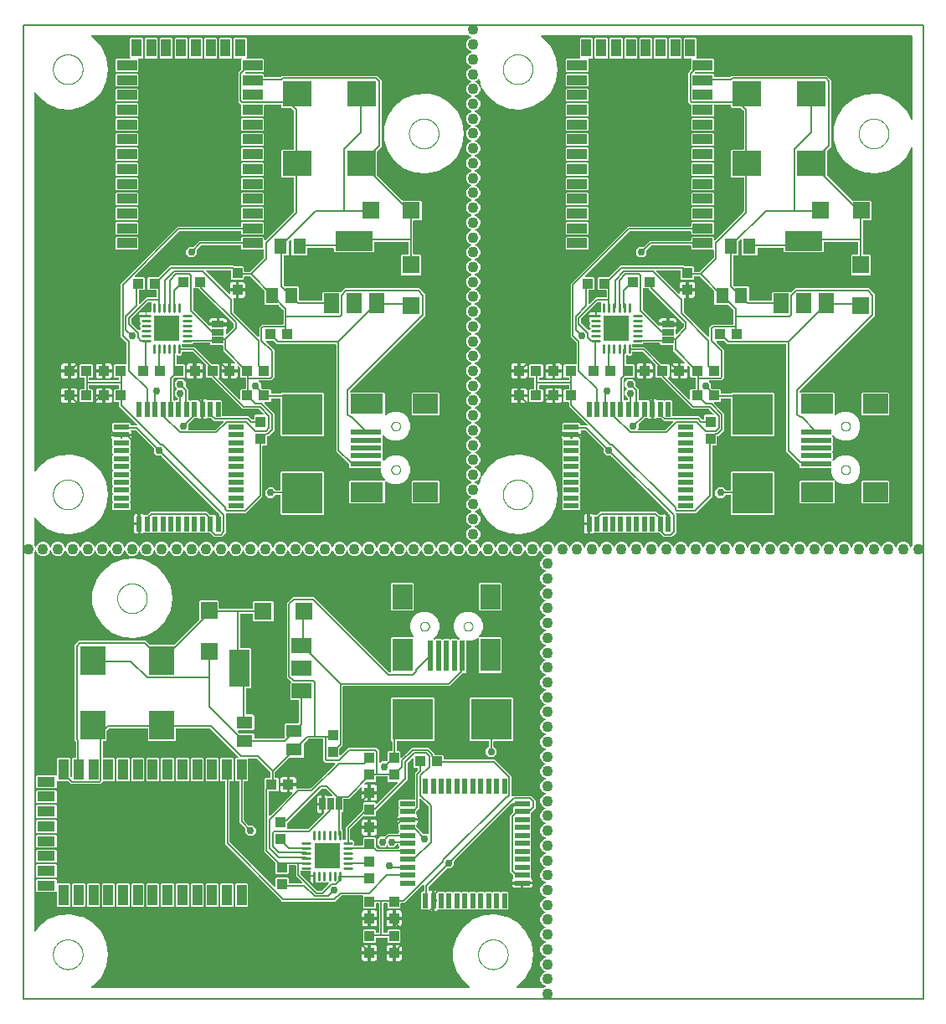
<source format=gtl>
G04 EAGLE Gerber X2 export*
%TF.Part,Single*%
%TF.FileFunction,Other,Top Layer*%
%TF.FilePolarity,Positive*%
%TF.GenerationSoftware,Autodesk,EAGLE,8.7.1*%
%TF.CreationDate,2018-04-24T00:41:34Z*%
G75*
%MOMM*%
%FSLAX34Y34*%
%LPD*%
%AMOC8*
5,1,8,0,0,1.08239X$1,22.5*%
G01*
%ADD10C,0.152400*%
%ADD11R,1.100000X1.000000*%
%ADD12R,2.900000X2.500000*%
%ADD13R,1.000000X1.100000*%
%ADD14R,1.700000X1.800000*%
%ADD15R,1.800000X1.700000*%
%ADD16R,1.500000X2.000000*%
%ADD17R,3.800000X2.000000*%
%ADD18R,4.100000X4.100000*%
%ADD19R,1.300000X1.600000*%
%ADD20R,1.270000X0.635000*%
%ADD21R,1.500000X0.500000*%
%ADD22R,0.500000X1.500000*%
%ADD23C,0.254000*%
%ADD24R,2.616200X2.616200*%
%ADD25R,2.000000X1.000000*%
%ADD26R,1.000000X1.800000*%
%ADD27R,2.500000X2.000000*%
%ADD28R,3.300000X2.000000*%
%ADD29R,3.100000X0.500000*%
%ADD30C,0.000000*%
%ADD31R,2.500000X2.900000*%
%ADD32R,2.000000X1.500000*%
%ADD33R,2.000000X3.800000*%
%ADD34R,1.600000X1.300000*%
%ADD35R,0.635000X1.270000*%
%ADD36R,1.000000X2.000000*%
%ADD37R,1.800000X1.000000*%
%ADD38R,2.000000X2.500000*%
%ADD39R,2.000000X3.300000*%
%ADD40R,0.500000X3.100000*%
%ADD41C,0.756400*%
%ADD42C,1.106400*%

G36*
X187539Y426569D02*
X187539Y426569D01*
X187591Y426567D01*
X187660Y426587D01*
X187731Y426597D01*
X187777Y426621D01*
X187827Y426635D01*
X187886Y426676D01*
X187950Y426709D01*
X187987Y426746D01*
X188029Y426776D01*
X188072Y426833D01*
X188122Y426884D01*
X188157Y426947D01*
X188176Y426973D01*
X188183Y426995D01*
X188203Y427031D01*
X189018Y428997D01*
X191003Y430982D01*
X193596Y432057D01*
X196404Y432057D01*
X198997Y430982D01*
X200982Y428997D01*
X201797Y427031D01*
X201835Y426970D01*
X201864Y426905D01*
X201899Y426867D01*
X201926Y426822D01*
X201982Y426777D01*
X202030Y426724D01*
X202076Y426699D01*
X202116Y426666D01*
X202183Y426640D01*
X202246Y426605D01*
X202297Y426596D01*
X202345Y426577D01*
X202417Y426574D01*
X202488Y426562D01*
X202539Y426569D01*
X202591Y426567D01*
X202660Y426587D01*
X202731Y426597D01*
X202777Y426621D01*
X202827Y426636D01*
X202886Y426676D01*
X202950Y426709D01*
X202987Y426746D01*
X203029Y426776D01*
X203072Y426833D01*
X203122Y426884D01*
X203157Y426947D01*
X203176Y426973D01*
X203183Y426995D01*
X203203Y427031D01*
X204018Y428997D01*
X206003Y430982D01*
X208596Y432057D01*
X211404Y432057D01*
X213997Y430982D01*
X215982Y428997D01*
X216797Y427031D01*
X216835Y426970D01*
X216864Y426905D01*
X216899Y426867D01*
X216926Y426822D01*
X216982Y426777D01*
X217030Y426724D01*
X217076Y426699D01*
X217116Y426666D01*
X217183Y426640D01*
X217246Y426605D01*
X217297Y426596D01*
X217345Y426577D01*
X217417Y426574D01*
X217488Y426562D01*
X217539Y426569D01*
X217591Y426567D01*
X217660Y426587D01*
X217731Y426597D01*
X217777Y426621D01*
X217827Y426636D01*
X217886Y426676D01*
X217950Y426709D01*
X217987Y426746D01*
X218029Y426776D01*
X218072Y426833D01*
X218122Y426884D01*
X218157Y426947D01*
X218176Y426973D01*
X218183Y426995D01*
X218203Y427031D01*
X219018Y428997D01*
X221003Y430982D01*
X223596Y432057D01*
X226404Y432057D01*
X228997Y430982D01*
X230982Y428997D01*
X231797Y427031D01*
X231835Y426970D01*
X231864Y426905D01*
X231899Y426867D01*
X231926Y426822D01*
X231982Y426777D01*
X232030Y426724D01*
X232076Y426699D01*
X232116Y426666D01*
X232183Y426640D01*
X232246Y426605D01*
X232297Y426596D01*
X232345Y426577D01*
X232417Y426574D01*
X232488Y426562D01*
X232539Y426569D01*
X232591Y426567D01*
X232660Y426587D01*
X232731Y426597D01*
X232777Y426621D01*
X232827Y426636D01*
X232886Y426676D01*
X232950Y426709D01*
X232987Y426746D01*
X233029Y426776D01*
X233072Y426833D01*
X233122Y426884D01*
X233157Y426947D01*
X233176Y426973D01*
X233183Y426995D01*
X233203Y427031D01*
X234018Y428997D01*
X236003Y430982D01*
X238596Y432057D01*
X241404Y432057D01*
X243997Y430982D01*
X245982Y428997D01*
X246797Y427031D01*
X246835Y426970D01*
X246864Y426905D01*
X246899Y426867D01*
X246926Y426822D01*
X246982Y426777D01*
X247030Y426724D01*
X247076Y426699D01*
X247116Y426666D01*
X247183Y426640D01*
X247246Y426605D01*
X247297Y426596D01*
X247345Y426577D01*
X247417Y426574D01*
X247488Y426562D01*
X247539Y426569D01*
X247591Y426567D01*
X247660Y426587D01*
X247731Y426597D01*
X247777Y426621D01*
X247827Y426636D01*
X247886Y426676D01*
X247950Y426709D01*
X247987Y426746D01*
X248029Y426776D01*
X248072Y426833D01*
X248122Y426884D01*
X248157Y426947D01*
X248176Y426973D01*
X248183Y426995D01*
X248203Y427031D01*
X249018Y428997D01*
X251003Y430982D01*
X253596Y432057D01*
X256404Y432057D01*
X258997Y430982D01*
X260982Y428997D01*
X261797Y427031D01*
X261835Y426970D01*
X261864Y426905D01*
X261899Y426867D01*
X261926Y426822D01*
X261982Y426777D01*
X262030Y426724D01*
X262076Y426699D01*
X262116Y426666D01*
X262183Y426640D01*
X262246Y426605D01*
X262297Y426596D01*
X262345Y426577D01*
X262417Y426574D01*
X262488Y426562D01*
X262539Y426569D01*
X262591Y426567D01*
X262660Y426587D01*
X262731Y426597D01*
X262777Y426621D01*
X262827Y426636D01*
X262886Y426676D01*
X262950Y426709D01*
X262987Y426746D01*
X263029Y426776D01*
X263072Y426833D01*
X263122Y426884D01*
X263157Y426947D01*
X263176Y426973D01*
X263183Y426995D01*
X263203Y427031D01*
X264018Y428997D01*
X266003Y430982D01*
X268596Y432057D01*
X271404Y432057D01*
X273997Y430982D01*
X275982Y428997D01*
X276797Y427031D01*
X276835Y426970D01*
X276864Y426905D01*
X276899Y426867D01*
X276926Y426822D01*
X276982Y426777D01*
X277030Y426724D01*
X277076Y426699D01*
X277116Y426666D01*
X277183Y426640D01*
X277246Y426605D01*
X277297Y426596D01*
X277345Y426577D01*
X277417Y426574D01*
X277488Y426562D01*
X277539Y426569D01*
X277591Y426567D01*
X277660Y426587D01*
X277731Y426597D01*
X277777Y426621D01*
X277827Y426636D01*
X277886Y426676D01*
X277950Y426709D01*
X277987Y426746D01*
X278029Y426776D01*
X278072Y426833D01*
X278122Y426884D01*
X278157Y426947D01*
X278176Y426973D01*
X278183Y426995D01*
X278203Y427031D01*
X279018Y428997D01*
X281003Y430982D01*
X283596Y432057D01*
X286404Y432057D01*
X288997Y430982D01*
X290982Y428997D01*
X291797Y427031D01*
X291835Y426970D01*
X291864Y426905D01*
X291899Y426867D01*
X291926Y426822D01*
X291982Y426777D01*
X292030Y426724D01*
X292076Y426699D01*
X292116Y426666D01*
X292183Y426640D01*
X292246Y426605D01*
X292297Y426596D01*
X292345Y426577D01*
X292417Y426574D01*
X292488Y426562D01*
X292539Y426569D01*
X292591Y426567D01*
X292660Y426587D01*
X292731Y426597D01*
X292777Y426621D01*
X292827Y426636D01*
X292886Y426676D01*
X292950Y426709D01*
X292987Y426746D01*
X293029Y426776D01*
X293072Y426833D01*
X293122Y426884D01*
X293157Y426947D01*
X293176Y426973D01*
X293183Y426995D01*
X293203Y427031D01*
X294018Y428997D01*
X296003Y430982D01*
X298596Y432057D01*
X301404Y432057D01*
X303997Y430982D01*
X305982Y428997D01*
X306797Y427031D01*
X306835Y426970D01*
X306864Y426905D01*
X306899Y426867D01*
X306926Y426822D01*
X306982Y426777D01*
X307030Y426724D01*
X307076Y426699D01*
X307116Y426666D01*
X307183Y426640D01*
X307246Y426605D01*
X307297Y426596D01*
X307345Y426577D01*
X307417Y426574D01*
X307488Y426562D01*
X307539Y426569D01*
X307591Y426567D01*
X307660Y426587D01*
X307731Y426597D01*
X307777Y426621D01*
X307827Y426636D01*
X307886Y426676D01*
X307950Y426709D01*
X307987Y426746D01*
X308029Y426776D01*
X308072Y426833D01*
X308122Y426884D01*
X308157Y426947D01*
X308176Y426973D01*
X308183Y426995D01*
X308203Y427031D01*
X309018Y428997D01*
X311003Y430982D01*
X313596Y432057D01*
X316404Y432057D01*
X318997Y430982D01*
X320982Y428997D01*
X321797Y427031D01*
X321835Y426970D01*
X321864Y426905D01*
X321899Y426867D01*
X321926Y426822D01*
X321982Y426777D01*
X322030Y426724D01*
X322076Y426699D01*
X322116Y426666D01*
X322183Y426640D01*
X322246Y426605D01*
X322297Y426596D01*
X322345Y426577D01*
X322417Y426574D01*
X322488Y426562D01*
X322539Y426569D01*
X322591Y426567D01*
X322660Y426587D01*
X322731Y426597D01*
X322777Y426621D01*
X322827Y426636D01*
X322886Y426676D01*
X322950Y426709D01*
X322987Y426746D01*
X323029Y426776D01*
X323072Y426833D01*
X323122Y426884D01*
X323157Y426947D01*
X323176Y426973D01*
X323183Y426995D01*
X323203Y427031D01*
X324018Y428997D01*
X326003Y430982D01*
X328596Y432057D01*
X331404Y432057D01*
X333997Y430982D01*
X335982Y428997D01*
X336797Y427031D01*
X336835Y426970D01*
X336864Y426905D01*
X336899Y426867D01*
X336926Y426822D01*
X336982Y426777D01*
X337030Y426724D01*
X337076Y426699D01*
X337116Y426666D01*
X337183Y426640D01*
X337246Y426605D01*
X337297Y426596D01*
X337345Y426577D01*
X337417Y426574D01*
X337488Y426562D01*
X337539Y426569D01*
X337591Y426567D01*
X337660Y426587D01*
X337731Y426597D01*
X337777Y426621D01*
X337827Y426636D01*
X337886Y426676D01*
X337950Y426709D01*
X337987Y426746D01*
X338029Y426776D01*
X338072Y426833D01*
X338122Y426884D01*
X338157Y426947D01*
X338176Y426973D01*
X338183Y426995D01*
X338203Y427031D01*
X339018Y428997D01*
X341003Y430982D01*
X343596Y432057D01*
X346404Y432057D01*
X348997Y430982D01*
X350982Y428997D01*
X351797Y427031D01*
X351835Y426970D01*
X351864Y426905D01*
X351899Y426867D01*
X351926Y426822D01*
X351982Y426777D01*
X352030Y426724D01*
X352076Y426699D01*
X352116Y426666D01*
X352183Y426640D01*
X352246Y426605D01*
X352297Y426596D01*
X352345Y426577D01*
X352417Y426574D01*
X352488Y426562D01*
X352539Y426569D01*
X352591Y426567D01*
X352660Y426587D01*
X352731Y426597D01*
X352777Y426621D01*
X352827Y426636D01*
X352886Y426676D01*
X352950Y426709D01*
X352987Y426746D01*
X353029Y426776D01*
X353072Y426833D01*
X353122Y426884D01*
X353157Y426947D01*
X353176Y426973D01*
X353183Y426995D01*
X353203Y427031D01*
X354018Y428997D01*
X356003Y430982D01*
X358596Y432057D01*
X361404Y432057D01*
X363997Y430982D01*
X365982Y428997D01*
X366797Y427031D01*
X366835Y426970D01*
X366864Y426905D01*
X366899Y426867D01*
X366926Y426822D01*
X366982Y426777D01*
X367030Y426724D01*
X367076Y426699D01*
X367116Y426666D01*
X367183Y426640D01*
X367246Y426605D01*
X367297Y426596D01*
X367345Y426577D01*
X367417Y426574D01*
X367488Y426562D01*
X367539Y426569D01*
X367591Y426567D01*
X367660Y426587D01*
X367731Y426597D01*
X367777Y426621D01*
X367827Y426636D01*
X367886Y426676D01*
X367950Y426709D01*
X367987Y426746D01*
X368029Y426776D01*
X368072Y426833D01*
X368122Y426884D01*
X368157Y426947D01*
X368176Y426973D01*
X368183Y426995D01*
X368203Y427031D01*
X369018Y428997D01*
X371003Y430982D01*
X373596Y432057D01*
X376404Y432057D01*
X378997Y430982D01*
X380982Y428997D01*
X381797Y427031D01*
X381835Y426970D01*
X381864Y426905D01*
X381899Y426867D01*
X381926Y426822D01*
X381982Y426777D01*
X382030Y426724D01*
X382076Y426699D01*
X382116Y426666D01*
X382183Y426640D01*
X382246Y426605D01*
X382297Y426596D01*
X382345Y426577D01*
X382417Y426574D01*
X382488Y426562D01*
X382539Y426569D01*
X382591Y426567D01*
X382660Y426587D01*
X382731Y426597D01*
X382777Y426621D01*
X382827Y426636D01*
X382886Y426676D01*
X382950Y426709D01*
X382987Y426746D01*
X383029Y426776D01*
X383072Y426833D01*
X383122Y426884D01*
X383157Y426947D01*
X383176Y426973D01*
X383183Y426995D01*
X383203Y427031D01*
X384018Y428997D01*
X386003Y430982D01*
X388596Y432057D01*
X391404Y432057D01*
X393997Y430982D01*
X395982Y428997D01*
X396797Y427031D01*
X396835Y426970D01*
X396864Y426905D01*
X396899Y426867D01*
X396926Y426822D01*
X396982Y426777D01*
X397030Y426724D01*
X397076Y426699D01*
X397116Y426666D01*
X397183Y426640D01*
X397246Y426605D01*
X397297Y426596D01*
X397345Y426577D01*
X397417Y426574D01*
X397488Y426562D01*
X397539Y426569D01*
X397591Y426567D01*
X397660Y426587D01*
X397731Y426597D01*
X397777Y426621D01*
X397827Y426636D01*
X397886Y426676D01*
X397950Y426709D01*
X397987Y426746D01*
X398029Y426776D01*
X398072Y426833D01*
X398122Y426884D01*
X398157Y426947D01*
X398176Y426973D01*
X398183Y426995D01*
X398203Y427031D01*
X399018Y428997D01*
X401003Y430982D01*
X403596Y432057D01*
X406404Y432057D01*
X408997Y430982D01*
X410982Y428997D01*
X411797Y427031D01*
X411835Y426970D01*
X411864Y426905D01*
X411899Y426867D01*
X411926Y426822D01*
X411982Y426777D01*
X412030Y426724D01*
X412076Y426699D01*
X412116Y426666D01*
X412183Y426640D01*
X412246Y426605D01*
X412297Y426596D01*
X412345Y426577D01*
X412417Y426574D01*
X412488Y426562D01*
X412539Y426569D01*
X412591Y426567D01*
X412660Y426587D01*
X412731Y426597D01*
X412777Y426621D01*
X412827Y426636D01*
X412886Y426676D01*
X412950Y426709D01*
X412987Y426746D01*
X413029Y426776D01*
X413072Y426833D01*
X413122Y426884D01*
X413157Y426947D01*
X413176Y426973D01*
X413183Y426995D01*
X413203Y427031D01*
X414018Y428997D01*
X416003Y430982D01*
X418596Y432057D01*
X421404Y432057D01*
X423997Y430982D01*
X425982Y428997D01*
X426797Y427031D01*
X426835Y426970D01*
X426864Y426905D01*
X426899Y426867D01*
X426926Y426822D01*
X426982Y426777D01*
X427030Y426724D01*
X427076Y426699D01*
X427116Y426666D01*
X427183Y426640D01*
X427246Y426605D01*
X427297Y426596D01*
X427345Y426577D01*
X427417Y426574D01*
X427488Y426562D01*
X427539Y426569D01*
X427591Y426567D01*
X427660Y426587D01*
X427731Y426597D01*
X427777Y426621D01*
X427827Y426636D01*
X427886Y426676D01*
X427950Y426709D01*
X427987Y426746D01*
X428029Y426776D01*
X428072Y426833D01*
X428122Y426884D01*
X428157Y426947D01*
X428176Y426973D01*
X428183Y426995D01*
X428203Y427031D01*
X429018Y428997D01*
X431003Y430982D01*
X433596Y432057D01*
X436404Y432057D01*
X438997Y430982D01*
X440982Y428997D01*
X441797Y427031D01*
X441835Y426970D01*
X441864Y426905D01*
X441899Y426867D01*
X441926Y426822D01*
X441982Y426777D01*
X442030Y426724D01*
X442076Y426699D01*
X442116Y426666D01*
X442183Y426640D01*
X442246Y426605D01*
X442297Y426596D01*
X442345Y426577D01*
X442417Y426574D01*
X442488Y426562D01*
X442539Y426569D01*
X442591Y426567D01*
X442660Y426587D01*
X442731Y426597D01*
X442777Y426621D01*
X442827Y426636D01*
X442886Y426676D01*
X442950Y426709D01*
X442987Y426746D01*
X443029Y426776D01*
X443072Y426833D01*
X443122Y426884D01*
X443157Y426947D01*
X443176Y426973D01*
X443183Y426995D01*
X443203Y427031D01*
X444018Y428997D01*
X446003Y430982D01*
X448596Y432057D01*
X451404Y432057D01*
X453997Y430982D01*
X455982Y428997D01*
X456797Y427031D01*
X456835Y426970D01*
X456864Y426905D01*
X456899Y426867D01*
X456926Y426822D01*
X456982Y426777D01*
X457030Y426724D01*
X457076Y426699D01*
X457116Y426666D01*
X457183Y426640D01*
X457246Y426605D01*
X457297Y426596D01*
X457345Y426577D01*
X457417Y426574D01*
X457488Y426562D01*
X457539Y426569D01*
X457591Y426567D01*
X457660Y426587D01*
X457731Y426597D01*
X457777Y426621D01*
X457827Y426636D01*
X457886Y426676D01*
X457950Y426709D01*
X457987Y426746D01*
X458029Y426776D01*
X458072Y426833D01*
X458122Y426884D01*
X458157Y426947D01*
X458176Y426973D01*
X458183Y426995D01*
X458203Y427031D01*
X459018Y428997D01*
X461003Y430982D01*
X462969Y431797D01*
X463030Y431835D01*
X463095Y431864D01*
X463133Y431899D01*
X463178Y431926D01*
X463223Y431982D01*
X463276Y432030D01*
X463301Y432076D01*
X463334Y432116D01*
X463360Y432183D01*
X463395Y432246D01*
X463404Y432297D01*
X463423Y432345D01*
X463426Y432417D01*
X463438Y432488D01*
X463431Y432539D01*
X463433Y432591D01*
X463413Y432660D01*
X463403Y432731D01*
X463379Y432777D01*
X463364Y432827D01*
X463324Y432886D01*
X463291Y432950D01*
X463254Y432987D01*
X463224Y433029D01*
X463167Y433072D01*
X463116Y433122D01*
X463053Y433157D01*
X463027Y433176D01*
X463005Y433183D01*
X462969Y433203D01*
X461003Y434018D01*
X459018Y436003D01*
X457943Y438596D01*
X457943Y441404D01*
X459018Y443997D01*
X461003Y445982D01*
X462969Y446797D01*
X463030Y446835D01*
X463095Y446864D01*
X463133Y446899D01*
X463178Y446926D01*
X463223Y446982D01*
X463276Y447030D01*
X463301Y447076D01*
X463334Y447116D01*
X463360Y447183D01*
X463395Y447246D01*
X463404Y447297D01*
X463423Y447345D01*
X463426Y447417D01*
X463438Y447488D01*
X463431Y447539D01*
X463433Y447591D01*
X463413Y447660D01*
X463403Y447731D01*
X463379Y447777D01*
X463364Y447827D01*
X463324Y447886D01*
X463291Y447950D01*
X463254Y447987D01*
X463224Y448029D01*
X463167Y448072D01*
X463116Y448122D01*
X463053Y448157D01*
X463027Y448176D01*
X463005Y448183D01*
X462969Y448203D01*
X461003Y449018D01*
X459018Y451003D01*
X457943Y453596D01*
X457943Y456404D01*
X459018Y458997D01*
X461003Y460982D01*
X462969Y461797D01*
X463030Y461835D01*
X463095Y461864D01*
X463133Y461899D01*
X463178Y461926D01*
X463223Y461982D01*
X463276Y462030D01*
X463301Y462076D01*
X463334Y462116D01*
X463360Y462183D01*
X463395Y462246D01*
X463404Y462297D01*
X463423Y462345D01*
X463426Y462417D01*
X463438Y462488D01*
X463431Y462539D01*
X463433Y462591D01*
X463413Y462660D01*
X463403Y462731D01*
X463379Y462777D01*
X463364Y462827D01*
X463324Y462886D01*
X463291Y462950D01*
X463254Y462987D01*
X463224Y463029D01*
X463167Y463072D01*
X463116Y463122D01*
X463053Y463157D01*
X463027Y463176D01*
X463005Y463183D01*
X462969Y463203D01*
X461003Y464018D01*
X459018Y466003D01*
X457943Y468596D01*
X457943Y471404D01*
X459018Y473997D01*
X461003Y475982D01*
X462969Y476797D01*
X463030Y476835D01*
X463095Y476864D01*
X463133Y476899D01*
X463178Y476926D01*
X463223Y476982D01*
X463276Y477030D01*
X463301Y477076D01*
X463334Y477116D01*
X463360Y477183D01*
X463395Y477246D01*
X463404Y477297D01*
X463423Y477345D01*
X463426Y477417D01*
X463438Y477488D01*
X463431Y477539D01*
X463433Y477591D01*
X463413Y477660D01*
X463403Y477731D01*
X463379Y477777D01*
X463364Y477827D01*
X463324Y477886D01*
X463291Y477950D01*
X463254Y477987D01*
X463224Y478029D01*
X463167Y478072D01*
X463116Y478122D01*
X463053Y478157D01*
X463027Y478176D01*
X463005Y478183D01*
X462969Y478203D01*
X461003Y479018D01*
X459018Y481003D01*
X457943Y483596D01*
X457943Y486404D01*
X459018Y488997D01*
X461003Y490982D01*
X462969Y491797D01*
X463030Y491835D01*
X463095Y491864D01*
X463133Y491899D01*
X463178Y491926D01*
X463223Y491982D01*
X463276Y492030D01*
X463301Y492076D01*
X463334Y492116D01*
X463360Y492183D01*
X463395Y492246D01*
X463404Y492297D01*
X463423Y492345D01*
X463426Y492417D01*
X463438Y492488D01*
X463431Y492539D01*
X463433Y492591D01*
X463413Y492660D01*
X463403Y492731D01*
X463379Y492777D01*
X463365Y492827D01*
X463324Y492886D01*
X463291Y492950D01*
X463254Y492987D01*
X463224Y493029D01*
X463167Y493072D01*
X463116Y493122D01*
X463053Y493157D01*
X463027Y493176D01*
X463005Y493183D01*
X462969Y493203D01*
X461003Y494018D01*
X459018Y496003D01*
X457943Y498596D01*
X457943Y501404D01*
X459018Y503997D01*
X461003Y505982D01*
X462969Y506797D01*
X463030Y506835D01*
X463095Y506864D01*
X463133Y506899D01*
X463178Y506926D01*
X463223Y506982D01*
X463276Y507030D01*
X463301Y507076D01*
X463334Y507116D01*
X463360Y507183D01*
X463395Y507246D01*
X463404Y507297D01*
X463423Y507345D01*
X463426Y507417D01*
X463438Y507488D01*
X463431Y507539D01*
X463433Y507591D01*
X463413Y507660D01*
X463403Y507731D01*
X463379Y507777D01*
X463365Y507827D01*
X463324Y507886D01*
X463291Y507950D01*
X463254Y507987D01*
X463224Y508029D01*
X463167Y508072D01*
X463116Y508122D01*
X463053Y508157D01*
X463027Y508176D01*
X463005Y508183D01*
X462969Y508203D01*
X461003Y509018D01*
X459018Y511003D01*
X457943Y513596D01*
X457943Y516404D01*
X459018Y518997D01*
X461003Y520982D01*
X462969Y521797D01*
X463030Y521835D01*
X463095Y521864D01*
X463133Y521899D01*
X463178Y521926D01*
X463223Y521982D01*
X463276Y522030D01*
X463301Y522076D01*
X463334Y522116D01*
X463360Y522183D01*
X463395Y522246D01*
X463404Y522297D01*
X463423Y522345D01*
X463426Y522417D01*
X463438Y522488D01*
X463431Y522539D01*
X463433Y522591D01*
X463413Y522660D01*
X463403Y522731D01*
X463379Y522777D01*
X463365Y522827D01*
X463324Y522886D01*
X463291Y522950D01*
X463254Y522987D01*
X463224Y523029D01*
X463167Y523072D01*
X463116Y523122D01*
X463053Y523157D01*
X463027Y523176D01*
X463005Y523183D01*
X462969Y523203D01*
X461003Y524018D01*
X459018Y526003D01*
X457943Y528596D01*
X457943Y531404D01*
X459018Y533997D01*
X461003Y535982D01*
X462969Y536797D01*
X463030Y536835D01*
X463095Y536864D01*
X463133Y536899D01*
X463178Y536926D01*
X463223Y536982D01*
X463276Y537030D01*
X463301Y537076D01*
X463334Y537116D01*
X463360Y537183D01*
X463395Y537246D01*
X463404Y537297D01*
X463423Y537345D01*
X463426Y537417D01*
X463438Y537488D01*
X463431Y537539D01*
X463433Y537591D01*
X463413Y537660D01*
X463403Y537731D01*
X463379Y537777D01*
X463365Y537827D01*
X463324Y537886D01*
X463291Y537950D01*
X463254Y537987D01*
X463224Y538029D01*
X463167Y538072D01*
X463116Y538122D01*
X463053Y538157D01*
X463027Y538176D01*
X463005Y538183D01*
X462969Y538203D01*
X461003Y539018D01*
X459018Y541003D01*
X457943Y543596D01*
X457943Y546404D01*
X459018Y548997D01*
X461003Y550982D01*
X462969Y551797D01*
X463030Y551835D01*
X463095Y551864D01*
X463133Y551899D01*
X463178Y551926D01*
X463223Y551982D01*
X463276Y552030D01*
X463301Y552076D01*
X463334Y552116D01*
X463360Y552183D01*
X463395Y552246D01*
X463404Y552297D01*
X463423Y552345D01*
X463426Y552417D01*
X463438Y552488D01*
X463431Y552539D01*
X463433Y552591D01*
X463413Y552660D01*
X463403Y552731D01*
X463379Y552777D01*
X463365Y552827D01*
X463324Y552886D01*
X463291Y552950D01*
X463254Y552987D01*
X463224Y553029D01*
X463167Y553072D01*
X463116Y553122D01*
X463053Y553157D01*
X463027Y553176D01*
X463005Y553183D01*
X462969Y553203D01*
X461003Y554018D01*
X459018Y556003D01*
X457943Y558596D01*
X457943Y561404D01*
X459018Y563997D01*
X461003Y565982D01*
X462969Y566797D01*
X463030Y566835D01*
X463095Y566864D01*
X463133Y566899D01*
X463178Y566926D01*
X463223Y566982D01*
X463276Y567030D01*
X463301Y567076D01*
X463334Y567116D01*
X463360Y567183D01*
X463395Y567246D01*
X463404Y567297D01*
X463423Y567345D01*
X463426Y567417D01*
X463438Y567488D01*
X463431Y567539D01*
X463433Y567591D01*
X463413Y567660D01*
X463403Y567731D01*
X463379Y567777D01*
X463365Y567827D01*
X463324Y567886D01*
X463291Y567950D01*
X463254Y567987D01*
X463224Y568029D01*
X463167Y568072D01*
X463116Y568122D01*
X463053Y568157D01*
X463027Y568176D01*
X463005Y568183D01*
X462969Y568203D01*
X461003Y569018D01*
X459018Y571003D01*
X457943Y573596D01*
X457943Y576404D01*
X459018Y578997D01*
X461003Y580982D01*
X462969Y581797D01*
X463030Y581835D01*
X463095Y581864D01*
X463133Y581899D01*
X463178Y581926D01*
X463223Y581982D01*
X463276Y582030D01*
X463301Y582076D01*
X463334Y582116D01*
X463360Y582183D01*
X463395Y582246D01*
X463404Y582297D01*
X463423Y582345D01*
X463426Y582417D01*
X463438Y582488D01*
X463431Y582539D01*
X463433Y582591D01*
X463413Y582660D01*
X463403Y582731D01*
X463379Y582777D01*
X463365Y582827D01*
X463324Y582886D01*
X463291Y582950D01*
X463254Y582987D01*
X463224Y583029D01*
X463167Y583072D01*
X463116Y583122D01*
X463053Y583157D01*
X463027Y583176D01*
X463005Y583183D01*
X462969Y583203D01*
X461003Y584018D01*
X459018Y586003D01*
X457943Y588596D01*
X457943Y591404D01*
X459018Y593997D01*
X461003Y595982D01*
X462969Y596797D01*
X463030Y596835D01*
X463095Y596864D01*
X463133Y596899D01*
X463178Y596926D01*
X463223Y596982D01*
X463276Y597030D01*
X463301Y597076D01*
X463334Y597116D01*
X463360Y597183D01*
X463395Y597246D01*
X463404Y597297D01*
X463423Y597345D01*
X463426Y597417D01*
X463438Y597488D01*
X463431Y597539D01*
X463433Y597591D01*
X463413Y597660D01*
X463403Y597731D01*
X463379Y597777D01*
X463365Y597827D01*
X463324Y597886D01*
X463291Y597950D01*
X463254Y597987D01*
X463224Y598029D01*
X463167Y598072D01*
X463116Y598122D01*
X463053Y598157D01*
X463027Y598176D01*
X463005Y598183D01*
X462969Y598203D01*
X461003Y599018D01*
X459018Y601003D01*
X457943Y603596D01*
X457943Y606404D01*
X459018Y608997D01*
X461003Y610982D01*
X462969Y611797D01*
X463030Y611835D01*
X463095Y611864D01*
X463133Y611899D01*
X463178Y611926D01*
X463223Y611982D01*
X463276Y612030D01*
X463301Y612076D01*
X463334Y612116D01*
X463360Y612183D01*
X463395Y612246D01*
X463404Y612297D01*
X463423Y612345D01*
X463426Y612417D01*
X463438Y612488D01*
X463431Y612539D01*
X463433Y612591D01*
X463413Y612660D01*
X463403Y612731D01*
X463379Y612777D01*
X463365Y612827D01*
X463324Y612886D01*
X463291Y612950D01*
X463254Y612987D01*
X463224Y613029D01*
X463167Y613072D01*
X463116Y613122D01*
X463053Y613157D01*
X463027Y613176D01*
X463005Y613183D01*
X462969Y613203D01*
X461003Y614018D01*
X459018Y616003D01*
X457943Y618596D01*
X457943Y621404D01*
X459018Y623997D01*
X461003Y625982D01*
X462969Y626797D01*
X463030Y626835D01*
X463095Y626864D01*
X463133Y626899D01*
X463178Y626926D01*
X463223Y626982D01*
X463276Y627030D01*
X463301Y627076D01*
X463334Y627116D01*
X463360Y627183D01*
X463395Y627246D01*
X463404Y627297D01*
X463423Y627345D01*
X463426Y627417D01*
X463438Y627488D01*
X463431Y627539D01*
X463433Y627591D01*
X463413Y627660D01*
X463403Y627731D01*
X463379Y627777D01*
X463365Y627827D01*
X463324Y627886D01*
X463291Y627950D01*
X463254Y627987D01*
X463224Y628029D01*
X463167Y628072D01*
X463116Y628122D01*
X463053Y628157D01*
X463027Y628176D01*
X463005Y628183D01*
X462969Y628203D01*
X461003Y629018D01*
X459018Y631003D01*
X457943Y633596D01*
X457943Y636404D01*
X459018Y638997D01*
X461003Y640982D01*
X462969Y641797D01*
X463030Y641835D01*
X463095Y641864D01*
X463133Y641899D01*
X463178Y641926D01*
X463223Y641982D01*
X463276Y642030D01*
X463301Y642076D01*
X463334Y642116D01*
X463360Y642183D01*
X463395Y642246D01*
X463404Y642297D01*
X463423Y642345D01*
X463426Y642417D01*
X463438Y642488D01*
X463431Y642539D01*
X463433Y642591D01*
X463413Y642660D01*
X463403Y642731D01*
X463379Y642777D01*
X463365Y642827D01*
X463324Y642886D01*
X463291Y642950D01*
X463254Y642987D01*
X463224Y643029D01*
X463167Y643072D01*
X463116Y643122D01*
X463053Y643157D01*
X463027Y643176D01*
X463005Y643183D01*
X462969Y643203D01*
X461003Y644018D01*
X459018Y646003D01*
X457943Y648596D01*
X457943Y651404D01*
X459018Y653997D01*
X461003Y655982D01*
X462969Y656797D01*
X463030Y656835D01*
X463095Y656864D01*
X463133Y656899D01*
X463178Y656926D01*
X463223Y656982D01*
X463276Y657030D01*
X463301Y657076D01*
X463334Y657116D01*
X463360Y657183D01*
X463395Y657246D01*
X463404Y657297D01*
X463423Y657345D01*
X463426Y657417D01*
X463438Y657488D01*
X463431Y657539D01*
X463433Y657591D01*
X463413Y657660D01*
X463403Y657731D01*
X463379Y657777D01*
X463365Y657827D01*
X463324Y657886D01*
X463291Y657950D01*
X463254Y657987D01*
X463224Y658029D01*
X463167Y658072D01*
X463116Y658122D01*
X463053Y658157D01*
X463027Y658176D01*
X463005Y658183D01*
X462969Y658203D01*
X461003Y659018D01*
X459018Y661003D01*
X457943Y663596D01*
X457943Y666404D01*
X459018Y668997D01*
X461003Y670982D01*
X462969Y671797D01*
X463030Y671835D01*
X463095Y671864D01*
X463133Y671899D01*
X463178Y671926D01*
X463223Y671982D01*
X463276Y672030D01*
X463301Y672076D01*
X463334Y672116D01*
X463360Y672183D01*
X463395Y672246D01*
X463404Y672297D01*
X463423Y672345D01*
X463426Y672417D01*
X463438Y672488D01*
X463431Y672539D01*
X463433Y672591D01*
X463413Y672660D01*
X463403Y672731D01*
X463379Y672777D01*
X463365Y672827D01*
X463324Y672886D01*
X463291Y672950D01*
X463254Y672987D01*
X463224Y673029D01*
X463167Y673072D01*
X463116Y673122D01*
X463053Y673157D01*
X463027Y673176D01*
X463005Y673183D01*
X462969Y673203D01*
X461003Y674018D01*
X459018Y676003D01*
X457943Y678596D01*
X457943Y681404D01*
X459018Y683997D01*
X461003Y685982D01*
X462969Y686797D01*
X463030Y686835D01*
X463095Y686864D01*
X463133Y686899D01*
X463178Y686926D01*
X463223Y686982D01*
X463276Y687030D01*
X463301Y687076D01*
X463334Y687116D01*
X463360Y687183D01*
X463395Y687246D01*
X463404Y687297D01*
X463423Y687345D01*
X463426Y687417D01*
X463438Y687488D01*
X463431Y687539D01*
X463433Y687591D01*
X463413Y687660D01*
X463403Y687731D01*
X463379Y687777D01*
X463365Y687827D01*
X463324Y687886D01*
X463291Y687950D01*
X463254Y687987D01*
X463224Y688029D01*
X463167Y688072D01*
X463116Y688122D01*
X463053Y688157D01*
X463027Y688176D01*
X463005Y688183D01*
X462969Y688203D01*
X461003Y689018D01*
X459018Y691003D01*
X457943Y693596D01*
X457943Y696404D01*
X459018Y698997D01*
X461003Y700982D01*
X462969Y701797D01*
X463030Y701835D01*
X463095Y701864D01*
X463133Y701899D01*
X463178Y701926D01*
X463223Y701982D01*
X463276Y702030D01*
X463301Y702076D01*
X463334Y702116D01*
X463360Y702183D01*
X463395Y702246D01*
X463404Y702297D01*
X463423Y702345D01*
X463426Y702417D01*
X463438Y702488D01*
X463431Y702539D01*
X463433Y702591D01*
X463413Y702660D01*
X463403Y702731D01*
X463379Y702777D01*
X463364Y702827D01*
X463324Y702886D01*
X463291Y702950D01*
X463254Y702987D01*
X463224Y703029D01*
X463167Y703072D01*
X463116Y703122D01*
X463053Y703157D01*
X463027Y703176D01*
X463005Y703183D01*
X462969Y703203D01*
X461003Y704018D01*
X459018Y706003D01*
X457943Y708596D01*
X457943Y711404D01*
X459018Y713997D01*
X461003Y715982D01*
X462969Y716797D01*
X463030Y716835D01*
X463095Y716864D01*
X463133Y716899D01*
X463178Y716926D01*
X463223Y716982D01*
X463276Y717030D01*
X463301Y717076D01*
X463334Y717116D01*
X463360Y717183D01*
X463395Y717246D01*
X463404Y717297D01*
X463423Y717345D01*
X463426Y717417D01*
X463438Y717488D01*
X463431Y717539D01*
X463433Y717591D01*
X463413Y717660D01*
X463403Y717731D01*
X463379Y717777D01*
X463364Y717827D01*
X463324Y717886D01*
X463291Y717950D01*
X463254Y717987D01*
X463224Y718029D01*
X463167Y718072D01*
X463116Y718122D01*
X463053Y718157D01*
X463027Y718176D01*
X463005Y718183D01*
X462969Y718203D01*
X461003Y719018D01*
X459018Y721003D01*
X457943Y723596D01*
X457943Y726404D01*
X459018Y728997D01*
X461003Y730982D01*
X462969Y731797D01*
X463030Y731835D01*
X463095Y731864D01*
X463133Y731899D01*
X463178Y731926D01*
X463223Y731982D01*
X463276Y732030D01*
X463301Y732076D01*
X463334Y732116D01*
X463360Y732183D01*
X463395Y732246D01*
X463404Y732297D01*
X463423Y732345D01*
X463426Y732417D01*
X463438Y732488D01*
X463431Y732539D01*
X463433Y732591D01*
X463413Y732660D01*
X463403Y732731D01*
X463379Y732777D01*
X463364Y732827D01*
X463324Y732886D01*
X463291Y732950D01*
X463254Y732987D01*
X463224Y733029D01*
X463167Y733072D01*
X463116Y733122D01*
X463053Y733157D01*
X463027Y733176D01*
X463005Y733183D01*
X462969Y733203D01*
X461003Y734018D01*
X459018Y736003D01*
X457943Y738596D01*
X457943Y741404D01*
X459018Y743997D01*
X461003Y745982D01*
X462969Y746797D01*
X463030Y746835D01*
X463095Y746864D01*
X463133Y746899D01*
X463178Y746926D01*
X463223Y746982D01*
X463276Y747030D01*
X463301Y747076D01*
X463334Y747116D01*
X463360Y747183D01*
X463395Y747246D01*
X463404Y747297D01*
X463423Y747345D01*
X463426Y747417D01*
X463438Y747488D01*
X463431Y747539D01*
X463433Y747591D01*
X463413Y747660D01*
X463403Y747731D01*
X463379Y747777D01*
X463364Y747827D01*
X463324Y747886D01*
X463291Y747950D01*
X463254Y747987D01*
X463224Y748029D01*
X463167Y748072D01*
X463116Y748122D01*
X463053Y748157D01*
X463027Y748176D01*
X463005Y748183D01*
X462969Y748203D01*
X461003Y749018D01*
X459018Y751003D01*
X457943Y753596D01*
X457943Y756404D01*
X459018Y758997D01*
X461003Y760982D01*
X462969Y761797D01*
X463030Y761835D01*
X463095Y761864D01*
X463133Y761899D01*
X463178Y761926D01*
X463223Y761982D01*
X463276Y762030D01*
X463301Y762076D01*
X463334Y762116D01*
X463360Y762183D01*
X463395Y762246D01*
X463404Y762297D01*
X463423Y762345D01*
X463426Y762417D01*
X463438Y762488D01*
X463431Y762539D01*
X463433Y762591D01*
X463413Y762660D01*
X463403Y762731D01*
X463379Y762777D01*
X463364Y762827D01*
X463324Y762886D01*
X463291Y762950D01*
X463254Y762987D01*
X463224Y763029D01*
X463167Y763072D01*
X463116Y763122D01*
X463053Y763157D01*
X463027Y763176D01*
X463005Y763183D01*
X462969Y763203D01*
X461003Y764018D01*
X459018Y766003D01*
X457943Y768596D01*
X457943Y771404D01*
X459018Y773997D01*
X461003Y775982D01*
X462969Y776797D01*
X463030Y776835D01*
X463095Y776864D01*
X463116Y776883D01*
X463132Y776891D01*
X463147Y776908D01*
X463178Y776926D01*
X463223Y776982D01*
X463276Y777030D01*
X463293Y777061D01*
X463301Y777070D01*
X463308Y777083D01*
X463334Y777116D01*
X463360Y777183D01*
X463395Y777246D01*
X463402Y777287D01*
X463405Y777293D01*
X463406Y777302D01*
X463423Y777345D01*
X463426Y777417D01*
X463438Y777488D01*
X463432Y777534D01*
X463432Y777537D01*
X463431Y777542D01*
X463433Y777591D01*
X463413Y777660D01*
X463403Y777731D01*
X463380Y777775D01*
X463380Y777778D01*
X463378Y777780D01*
X463364Y777827D01*
X463324Y777886D01*
X463291Y777950D01*
X463256Y777985D01*
X463254Y777989D01*
X463251Y777991D01*
X463224Y778029D01*
X463167Y778072D01*
X463116Y778122D01*
X463053Y778157D01*
X463027Y778176D01*
X463005Y778183D01*
X462969Y778203D01*
X461003Y779018D01*
X459018Y781003D01*
X457943Y783596D01*
X457943Y786404D01*
X459018Y788997D01*
X461003Y790982D01*
X462969Y791797D01*
X463030Y791835D01*
X463095Y791864D01*
X463133Y791899D01*
X463178Y791926D01*
X463223Y791982D01*
X463276Y792030D01*
X463301Y792076D01*
X463334Y792116D01*
X463360Y792183D01*
X463395Y792246D01*
X463404Y792297D01*
X463423Y792345D01*
X463426Y792417D01*
X463438Y792488D01*
X463431Y792539D01*
X463433Y792591D01*
X463413Y792660D01*
X463403Y792731D01*
X463379Y792777D01*
X463364Y792827D01*
X463324Y792886D01*
X463291Y792950D01*
X463254Y792987D01*
X463224Y793029D01*
X463167Y793072D01*
X463116Y793122D01*
X463053Y793157D01*
X463027Y793176D01*
X463005Y793183D01*
X462969Y793203D01*
X461003Y794018D01*
X459018Y796003D01*
X457943Y798596D01*
X457943Y801404D01*
X459018Y803997D01*
X461003Y805982D01*
X462969Y806797D01*
X463030Y806835D01*
X463095Y806864D01*
X463133Y806899D01*
X463178Y806926D01*
X463223Y806982D01*
X463276Y807030D01*
X463301Y807076D01*
X463334Y807116D01*
X463360Y807183D01*
X463395Y807246D01*
X463404Y807297D01*
X463423Y807345D01*
X463426Y807417D01*
X463438Y807488D01*
X463431Y807539D01*
X463433Y807591D01*
X463413Y807660D01*
X463403Y807731D01*
X463379Y807777D01*
X463364Y807827D01*
X463324Y807886D01*
X463291Y807950D01*
X463254Y807987D01*
X463224Y808029D01*
X463167Y808072D01*
X463116Y808122D01*
X463053Y808157D01*
X463027Y808176D01*
X463005Y808183D01*
X462969Y808203D01*
X461003Y809018D01*
X459018Y811003D01*
X457943Y813596D01*
X457943Y816404D01*
X459018Y818997D01*
X461003Y820982D01*
X462969Y821797D01*
X463030Y821835D01*
X463095Y821864D01*
X463133Y821899D01*
X463178Y821926D01*
X463223Y821982D01*
X463276Y822030D01*
X463301Y822076D01*
X463334Y822116D01*
X463360Y822183D01*
X463395Y822246D01*
X463404Y822297D01*
X463423Y822345D01*
X463426Y822417D01*
X463438Y822488D01*
X463431Y822539D01*
X463433Y822591D01*
X463413Y822660D01*
X463403Y822731D01*
X463379Y822777D01*
X463364Y822827D01*
X463324Y822886D01*
X463291Y822950D01*
X463254Y822987D01*
X463224Y823029D01*
X463167Y823072D01*
X463116Y823122D01*
X463053Y823157D01*
X463027Y823176D01*
X463005Y823183D01*
X462969Y823203D01*
X461003Y824018D01*
X459018Y826003D01*
X457943Y828596D01*
X457943Y831404D01*
X459018Y833997D01*
X461003Y835982D01*
X462969Y836797D01*
X463030Y836835D01*
X463095Y836864D01*
X463133Y836899D01*
X463178Y836926D01*
X463223Y836982D01*
X463276Y837030D01*
X463301Y837076D01*
X463334Y837116D01*
X463360Y837183D01*
X463395Y837246D01*
X463404Y837297D01*
X463423Y837345D01*
X463426Y837417D01*
X463438Y837488D01*
X463431Y837539D01*
X463433Y837591D01*
X463413Y837660D01*
X463403Y837731D01*
X463379Y837777D01*
X463364Y837827D01*
X463324Y837886D01*
X463291Y837950D01*
X463254Y837987D01*
X463224Y838029D01*
X463167Y838072D01*
X463116Y838122D01*
X463053Y838157D01*
X463027Y838176D01*
X463005Y838183D01*
X462969Y838203D01*
X461003Y839018D01*
X459018Y841003D01*
X457943Y843596D01*
X457943Y846404D01*
X459018Y848997D01*
X461003Y850982D01*
X462969Y851797D01*
X463030Y851835D01*
X463095Y851864D01*
X463133Y851899D01*
X463178Y851926D01*
X463223Y851982D01*
X463276Y852030D01*
X463301Y852076D01*
X463334Y852116D01*
X463360Y852183D01*
X463395Y852246D01*
X463404Y852297D01*
X463423Y852345D01*
X463426Y852417D01*
X463438Y852488D01*
X463431Y852539D01*
X463433Y852591D01*
X463413Y852660D01*
X463403Y852731D01*
X463379Y852777D01*
X463364Y852827D01*
X463324Y852886D01*
X463291Y852950D01*
X463254Y852987D01*
X463224Y853029D01*
X463167Y853072D01*
X463116Y853122D01*
X463053Y853157D01*
X463027Y853176D01*
X463005Y853183D01*
X462969Y853203D01*
X461003Y854018D01*
X459018Y856003D01*
X457943Y858596D01*
X457943Y861404D01*
X459018Y863997D01*
X461003Y865982D01*
X462969Y866797D01*
X463030Y866835D01*
X463095Y866864D01*
X463133Y866899D01*
X463178Y866926D01*
X463223Y866982D01*
X463276Y867030D01*
X463301Y867076D01*
X463334Y867116D01*
X463360Y867183D01*
X463395Y867246D01*
X463404Y867297D01*
X463423Y867345D01*
X463426Y867417D01*
X463438Y867488D01*
X463431Y867539D01*
X463433Y867591D01*
X463413Y867660D01*
X463403Y867731D01*
X463379Y867777D01*
X463364Y867827D01*
X463324Y867886D01*
X463291Y867950D01*
X463254Y867987D01*
X463224Y868029D01*
X463167Y868072D01*
X463116Y868122D01*
X463053Y868157D01*
X463027Y868176D01*
X463005Y868183D01*
X462969Y868203D01*
X461003Y869018D01*
X459018Y871003D01*
X457943Y873596D01*
X457943Y876404D01*
X459018Y878997D01*
X461003Y880982D01*
X462969Y881797D01*
X463030Y881835D01*
X463095Y881864D01*
X463133Y881899D01*
X463178Y881926D01*
X463223Y881982D01*
X463276Y882030D01*
X463301Y882076D01*
X463334Y882116D01*
X463360Y882183D01*
X463395Y882246D01*
X463404Y882297D01*
X463423Y882345D01*
X463426Y882417D01*
X463438Y882488D01*
X463431Y882539D01*
X463433Y882591D01*
X463413Y882660D01*
X463403Y882731D01*
X463379Y882777D01*
X463364Y882827D01*
X463324Y882886D01*
X463291Y882950D01*
X463254Y882987D01*
X463224Y883029D01*
X463167Y883072D01*
X463116Y883122D01*
X463053Y883157D01*
X463027Y883176D01*
X463005Y883183D01*
X462969Y883203D01*
X461003Y884018D01*
X459018Y886003D01*
X457943Y888596D01*
X457943Y891404D01*
X459018Y893997D01*
X461003Y895982D01*
X462969Y896797D01*
X463030Y896835D01*
X463095Y896864D01*
X463133Y896899D01*
X463178Y896926D01*
X463223Y896982D01*
X463276Y897030D01*
X463301Y897076D01*
X463334Y897116D01*
X463360Y897183D01*
X463395Y897246D01*
X463404Y897297D01*
X463423Y897345D01*
X463426Y897417D01*
X463438Y897488D01*
X463431Y897539D01*
X463433Y897591D01*
X463413Y897660D01*
X463403Y897731D01*
X463379Y897777D01*
X463364Y897827D01*
X463324Y897886D01*
X463291Y897950D01*
X463254Y897987D01*
X463224Y898029D01*
X463167Y898072D01*
X463116Y898122D01*
X463053Y898157D01*
X463027Y898176D01*
X463005Y898183D01*
X462969Y898203D01*
X461003Y899018D01*
X459018Y901003D01*
X457943Y903596D01*
X457943Y906404D01*
X459018Y908997D01*
X461003Y910982D01*
X462969Y911797D01*
X463030Y911835D01*
X463095Y911864D01*
X463133Y911899D01*
X463178Y911926D01*
X463223Y911982D01*
X463276Y912030D01*
X463301Y912076D01*
X463334Y912116D01*
X463360Y912183D01*
X463395Y912246D01*
X463404Y912297D01*
X463423Y912345D01*
X463426Y912417D01*
X463438Y912488D01*
X463431Y912539D01*
X463433Y912591D01*
X463413Y912660D01*
X463403Y912731D01*
X463379Y912777D01*
X463364Y912827D01*
X463324Y912886D01*
X463291Y912950D01*
X463254Y912987D01*
X463224Y913029D01*
X463167Y913072D01*
X463116Y913122D01*
X463053Y913157D01*
X463027Y913176D01*
X463005Y913183D01*
X462969Y913203D01*
X461003Y914018D01*
X459018Y916003D01*
X457943Y918596D01*
X457943Y921404D01*
X459018Y923997D01*
X461003Y925982D01*
X462969Y926797D01*
X463030Y926835D01*
X463095Y926864D01*
X463133Y926899D01*
X463178Y926926D01*
X463223Y926982D01*
X463276Y927030D01*
X463301Y927076D01*
X463334Y927116D01*
X463360Y927183D01*
X463395Y927246D01*
X463404Y927297D01*
X463423Y927345D01*
X463426Y927417D01*
X463438Y927488D01*
X463431Y927539D01*
X463433Y927591D01*
X463413Y927660D01*
X463403Y927731D01*
X463379Y927777D01*
X463364Y927827D01*
X463324Y927886D01*
X463291Y927950D01*
X463254Y927987D01*
X463224Y928029D01*
X463167Y928072D01*
X463116Y928122D01*
X463053Y928157D01*
X463027Y928176D01*
X463005Y928183D01*
X462969Y928203D01*
X461003Y929018D01*
X459018Y931003D01*
X457943Y933596D01*
X457943Y936404D01*
X459018Y938997D01*
X461003Y940982D01*
X462969Y941797D01*
X463030Y941835D01*
X463095Y941864D01*
X463133Y941899D01*
X463178Y941926D01*
X463223Y941982D01*
X463276Y942030D01*
X463301Y942076D01*
X463334Y942116D01*
X463360Y942183D01*
X463395Y942246D01*
X463404Y942297D01*
X463423Y942345D01*
X463426Y942417D01*
X463438Y942488D01*
X463431Y942539D01*
X463433Y942591D01*
X463413Y942660D01*
X463403Y942731D01*
X463379Y942777D01*
X463364Y942827D01*
X463324Y942886D01*
X463291Y942950D01*
X463254Y942987D01*
X463224Y943029D01*
X463167Y943072D01*
X463116Y943122D01*
X463053Y943157D01*
X463027Y943176D01*
X463005Y943183D01*
X462969Y943203D01*
X460998Y944019D01*
X460935Y944034D01*
X460874Y944059D01*
X460791Y944068D01*
X460759Y944075D01*
X460740Y944074D01*
X460707Y944077D01*
X79174Y944077D01*
X79127Y944070D01*
X79079Y944071D01*
X79006Y944050D01*
X78931Y944038D01*
X78889Y944015D01*
X78843Y944001D01*
X78781Y943958D01*
X78714Y943922D01*
X78681Y943888D01*
X78642Y943860D01*
X78597Y943799D01*
X78545Y943744D01*
X78524Y943701D01*
X78496Y943662D01*
X78473Y943590D01*
X78441Y943521D01*
X78436Y943473D01*
X78421Y943428D01*
X78422Y943352D01*
X78414Y943277D01*
X78424Y943230D01*
X78425Y943182D01*
X78450Y943110D01*
X78466Y943036D01*
X78491Y942995D01*
X78507Y942950D01*
X78553Y942890D01*
X78592Y942825D01*
X78629Y942794D01*
X78658Y942756D01*
X78762Y942680D01*
X78779Y942665D01*
X78785Y942663D01*
X78793Y942657D01*
X80334Y941767D01*
X88572Y932889D01*
X93827Y921977D01*
X95632Y910000D01*
X93827Y898023D01*
X88572Y887111D01*
X80334Y878232D01*
X69845Y872177D01*
X58036Y869481D01*
X45958Y870387D01*
X34684Y874812D01*
X25215Y882363D01*
X22313Y886619D01*
X22300Y886633D01*
X22290Y886650D01*
X22215Y886722D01*
X22143Y886797D01*
X22126Y886806D01*
X22112Y886820D01*
X22018Y886863D01*
X21926Y886912D01*
X21907Y886915D01*
X21889Y886923D01*
X21786Y886935D01*
X21683Y886951D01*
X21664Y886948D01*
X21645Y886950D01*
X21543Y886928D01*
X21440Y886911D01*
X21423Y886902D01*
X21404Y886898D01*
X21315Y886845D01*
X21223Y886796D01*
X21210Y886782D01*
X21193Y886772D01*
X21125Y886693D01*
X21054Y886617D01*
X21046Y886600D01*
X21033Y886585D01*
X20994Y886488D01*
X20951Y886394D01*
X20948Y886375D01*
X20941Y886357D01*
X20923Y886190D01*
X20923Y503810D01*
X20926Y503791D01*
X20924Y503771D01*
X20946Y503670D01*
X20962Y503567D01*
X20972Y503550D01*
X20976Y503531D01*
X21029Y503441D01*
X21078Y503350D01*
X21092Y503336D01*
X21102Y503320D01*
X21181Y503252D01*
X21256Y503180D01*
X21274Y503172D01*
X21288Y503159D01*
X21385Y503120D01*
X21479Y503077D01*
X21498Y503075D01*
X21516Y503067D01*
X21620Y503061D01*
X21723Y503050D01*
X21742Y503054D01*
X21762Y503053D01*
X21862Y503080D01*
X21964Y503102D01*
X21981Y503112D01*
X21999Y503117D01*
X22086Y503175D01*
X22175Y503228D01*
X22188Y503243D01*
X22204Y503254D01*
X22313Y503381D01*
X22586Y503781D01*
X23105Y504542D01*
X23624Y505303D01*
X23624Y505304D01*
X24143Y506065D01*
X24662Y506826D01*
X25181Y507587D01*
X25215Y507637D01*
X34684Y515188D01*
X45958Y519613D01*
X58036Y520519D01*
X59372Y520214D01*
X62707Y519452D01*
X66042Y518691D01*
X69378Y517930D01*
X69845Y517823D01*
X80334Y511767D01*
X88572Y502889D01*
X93827Y491977D01*
X95632Y480000D01*
X93827Y468023D01*
X88572Y457111D01*
X80334Y448232D01*
X69845Y442177D01*
X58036Y439481D01*
X45958Y440387D01*
X34684Y444812D01*
X25215Y452363D01*
X22313Y456619D01*
X22300Y456633D01*
X22290Y456650D01*
X22215Y456722D01*
X22143Y456797D01*
X22126Y456806D01*
X22112Y456820D01*
X22018Y456863D01*
X21926Y456912D01*
X21907Y456915D01*
X21889Y456923D01*
X21786Y456935D01*
X21683Y456951D01*
X21664Y456948D01*
X21645Y456950D01*
X21543Y456928D01*
X21440Y456911D01*
X21423Y456902D01*
X21404Y456898D01*
X21315Y456845D01*
X21223Y456796D01*
X21210Y456782D01*
X21193Y456772D01*
X21125Y456693D01*
X21054Y456617D01*
X21046Y456600D01*
X21033Y456585D01*
X20994Y456488D01*
X20951Y456394D01*
X20948Y456375D01*
X20941Y456357D01*
X20923Y456190D01*
X20923Y429293D01*
X20933Y429228D01*
X20934Y429163D01*
X20957Y429083D01*
X20962Y429050D01*
X20972Y429033D01*
X20981Y429002D01*
X21797Y427031D01*
X21835Y426970D01*
X21864Y426905D01*
X21899Y426867D01*
X21926Y426822D01*
X21982Y426777D01*
X22030Y426724D01*
X22076Y426699D01*
X22116Y426666D01*
X22183Y426640D01*
X22246Y426605D01*
X22297Y426596D01*
X22345Y426577D01*
X22417Y426574D01*
X22488Y426562D01*
X22539Y426569D01*
X22591Y426567D01*
X22660Y426587D01*
X22731Y426597D01*
X22777Y426621D01*
X22827Y426635D01*
X22886Y426676D01*
X22950Y426709D01*
X22987Y426746D01*
X23029Y426776D01*
X23072Y426833D01*
X23122Y426884D01*
X23157Y426947D01*
X23176Y426973D01*
X23183Y426995D01*
X23203Y427031D01*
X24018Y428997D01*
X26003Y430982D01*
X28596Y432057D01*
X31404Y432057D01*
X33997Y430982D01*
X35982Y428997D01*
X36797Y427031D01*
X36835Y426970D01*
X36864Y426905D01*
X36899Y426867D01*
X36926Y426822D01*
X36982Y426777D01*
X37030Y426724D01*
X37076Y426699D01*
X37116Y426666D01*
X37183Y426640D01*
X37246Y426605D01*
X37297Y426596D01*
X37345Y426577D01*
X37417Y426574D01*
X37488Y426562D01*
X37539Y426569D01*
X37591Y426567D01*
X37660Y426587D01*
X37731Y426597D01*
X37777Y426621D01*
X37827Y426635D01*
X37886Y426676D01*
X37950Y426709D01*
X37987Y426746D01*
X38029Y426776D01*
X38072Y426833D01*
X38122Y426884D01*
X38157Y426947D01*
X38176Y426973D01*
X38183Y426995D01*
X38203Y427031D01*
X39018Y428997D01*
X41003Y430982D01*
X43596Y432057D01*
X46404Y432057D01*
X48997Y430982D01*
X50982Y428997D01*
X51797Y427031D01*
X51835Y426970D01*
X51864Y426905D01*
X51899Y426867D01*
X51926Y426822D01*
X51982Y426777D01*
X52030Y426724D01*
X52076Y426699D01*
X52116Y426666D01*
X52183Y426640D01*
X52246Y426605D01*
X52297Y426596D01*
X52345Y426577D01*
X52417Y426574D01*
X52488Y426562D01*
X52539Y426569D01*
X52591Y426567D01*
X52660Y426587D01*
X52731Y426597D01*
X52777Y426621D01*
X52827Y426635D01*
X52886Y426676D01*
X52950Y426709D01*
X52987Y426746D01*
X53029Y426776D01*
X53072Y426833D01*
X53122Y426884D01*
X53157Y426947D01*
X53176Y426973D01*
X53183Y426995D01*
X53203Y427031D01*
X54018Y428997D01*
X56003Y430982D01*
X58596Y432057D01*
X61404Y432057D01*
X63997Y430982D01*
X65982Y428997D01*
X66797Y427031D01*
X66835Y426970D01*
X66864Y426905D01*
X66899Y426867D01*
X66926Y426822D01*
X66982Y426777D01*
X67030Y426724D01*
X67076Y426699D01*
X67116Y426666D01*
X67183Y426640D01*
X67246Y426605D01*
X67297Y426596D01*
X67345Y426577D01*
X67417Y426574D01*
X67488Y426562D01*
X67539Y426569D01*
X67591Y426567D01*
X67660Y426587D01*
X67731Y426597D01*
X67777Y426621D01*
X67827Y426635D01*
X67886Y426676D01*
X67950Y426709D01*
X67987Y426746D01*
X68029Y426776D01*
X68072Y426833D01*
X68122Y426884D01*
X68157Y426947D01*
X68176Y426973D01*
X68183Y426995D01*
X68203Y427031D01*
X69018Y428997D01*
X71003Y430982D01*
X73596Y432057D01*
X76404Y432057D01*
X78997Y430982D01*
X80982Y428997D01*
X81797Y427031D01*
X81835Y426970D01*
X81864Y426905D01*
X81899Y426867D01*
X81926Y426822D01*
X81982Y426777D01*
X82030Y426724D01*
X82076Y426699D01*
X82116Y426666D01*
X82183Y426640D01*
X82246Y426605D01*
X82297Y426596D01*
X82345Y426577D01*
X82417Y426574D01*
X82488Y426562D01*
X82539Y426569D01*
X82591Y426567D01*
X82660Y426587D01*
X82731Y426597D01*
X82777Y426621D01*
X82827Y426635D01*
X82886Y426676D01*
X82950Y426709D01*
X82987Y426746D01*
X83029Y426776D01*
X83072Y426833D01*
X83122Y426884D01*
X83157Y426947D01*
X83176Y426973D01*
X83183Y426995D01*
X83203Y427031D01*
X84018Y428997D01*
X86003Y430982D01*
X88596Y432057D01*
X91404Y432057D01*
X93997Y430982D01*
X95982Y428997D01*
X96797Y427031D01*
X96835Y426970D01*
X96864Y426905D01*
X96899Y426867D01*
X96926Y426822D01*
X96982Y426777D01*
X97030Y426724D01*
X97076Y426699D01*
X97116Y426666D01*
X97183Y426640D01*
X97246Y426605D01*
X97297Y426596D01*
X97345Y426577D01*
X97417Y426574D01*
X97488Y426562D01*
X97539Y426569D01*
X97591Y426567D01*
X97660Y426587D01*
X97731Y426597D01*
X97777Y426621D01*
X97827Y426635D01*
X97886Y426676D01*
X97950Y426709D01*
X97987Y426746D01*
X98029Y426776D01*
X98072Y426833D01*
X98122Y426884D01*
X98157Y426947D01*
X98176Y426973D01*
X98183Y426995D01*
X98203Y427031D01*
X99018Y428997D01*
X101003Y430982D01*
X103596Y432057D01*
X106404Y432057D01*
X108997Y430982D01*
X110982Y428997D01*
X111797Y427031D01*
X111835Y426970D01*
X111864Y426905D01*
X111899Y426867D01*
X111926Y426822D01*
X111982Y426777D01*
X112030Y426724D01*
X112076Y426699D01*
X112116Y426666D01*
X112183Y426640D01*
X112246Y426605D01*
X112297Y426596D01*
X112345Y426577D01*
X112417Y426574D01*
X112488Y426562D01*
X112539Y426569D01*
X112591Y426567D01*
X112660Y426587D01*
X112731Y426597D01*
X112777Y426621D01*
X112827Y426635D01*
X112886Y426676D01*
X112950Y426709D01*
X112987Y426746D01*
X113029Y426776D01*
X113072Y426833D01*
X113122Y426884D01*
X113157Y426947D01*
X113176Y426973D01*
X113183Y426995D01*
X113203Y427031D01*
X114018Y428997D01*
X116003Y430982D01*
X118596Y432057D01*
X121404Y432057D01*
X123997Y430982D01*
X125982Y428997D01*
X126797Y427031D01*
X126835Y426970D01*
X126864Y426905D01*
X126899Y426867D01*
X126926Y426822D01*
X126982Y426777D01*
X127030Y426724D01*
X127076Y426699D01*
X127116Y426666D01*
X127183Y426640D01*
X127246Y426605D01*
X127297Y426596D01*
X127345Y426577D01*
X127417Y426574D01*
X127488Y426562D01*
X127539Y426569D01*
X127591Y426567D01*
X127660Y426587D01*
X127731Y426597D01*
X127777Y426621D01*
X127827Y426635D01*
X127886Y426676D01*
X127950Y426709D01*
X127987Y426746D01*
X128029Y426776D01*
X128072Y426833D01*
X128122Y426884D01*
X128157Y426947D01*
X128176Y426973D01*
X128183Y426995D01*
X128203Y427031D01*
X129018Y428997D01*
X131003Y430982D01*
X133596Y432057D01*
X136404Y432057D01*
X138997Y430982D01*
X140982Y428997D01*
X141797Y427031D01*
X141835Y426970D01*
X141864Y426905D01*
X141899Y426867D01*
X141926Y426822D01*
X141982Y426777D01*
X142030Y426724D01*
X142076Y426699D01*
X142116Y426666D01*
X142183Y426640D01*
X142246Y426605D01*
X142297Y426596D01*
X142345Y426577D01*
X142417Y426574D01*
X142488Y426562D01*
X142539Y426569D01*
X142591Y426567D01*
X142660Y426587D01*
X142731Y426597D01*
X142777Y426621D01*
X142827Y426635D01*
X142886Y426676D01*
X142950Y426709D01*
X142987Y426746D01*
X143029Y426776D01*
X143072Y426833D01*
X143122Y426884D01*
X143157Y426947D01*
X143176Y426973D01*
X143183Y426995D01*
X143203Y427031D01*
X144018Y428997D01*
X146003Y430982D01*
X148596Y432057D01*
X151404Y432057D01*
X153997Y430982D01*
X155982Y428997D01*
X156797Y427031D01*
X156835Y426970D01*
X156864Y426905D01*
X156899Y426867D01*
X156926Y426822D01*
X156982Y426777D01*
X157030Y426724D01*
X157076Y426699D01*
X157116Y426666D01*
X157183Y426640D01*
X157246Y426605D01*
X157297Y426596D01*
X157345Y426577D01*
X157417Y426574D01*
X157488Y426562D01*
X157539Y426569D01*
X157591Y426567D01*
X157660Y426587D01*
X157731Y426597D01*
X157777Y426621D01*
X157827Y426635D01*
X157886Y426676D01*
X157950Y426709D01*
X157987Y426746D01*
X158029Y426776D01*
X158072Y426833D01*
X158122Y426884D01*
X158157Y426947D01*
X158176Y426973D01*
X158183Y426995D01*
X158203Y427031D01*
X159018Y428997D01*
X161003Y430982D01*
X163596Y432057D01*
X166404Y432057D01*
X168997Y430982D01*
X170982Y428997D01*
X171797Y427031D01*
X171835Y426970D01*
X171864Y426905D01*
X171899Y426867D01*
X171926Y426822D01*
X171982Y426777D01*
X172030Y426724D01*
X172076Y426699D01*
X172116Y426666D01*
X172183Y426640D01*
X172246Y426605D01*
X172297Y426596D01*
X172345Y426577D01*
X172417Y426574D01*
X172488Y426562D01*
X172539Y426569D01*
X172591Y426567D01*
X172660Y426587D01*
X172731Y426597D01*
X172777Y426621D01*
X172827Y426635D01*
X172886Y426676D01*
X172950Y426709D01*
X172987Y426746D01*
X173029Y426776D01*
X173072Y426833D01*
X173122Y426884D01*
X173157Y426947D01*
X173176Y426973D01*
X173183Y426995D01*
X173203Y427031D01*
X174018Y428997D01*
X176003Y430982D01*
X178596Y432057D01*
X181404Y432057D01*
X183997Y430982D01*
X185982Y428997D01*
X186797Y427031D01*
X186835Y426970D01*
X186864Y426905D01*
X186899Y426867D01*
X186926Y426822D01*
X186982Y426777D01*
X187030Y426724D01*
X187076Y426699D01*
X187116Y426666D01*
X187183Y426640D01*
X187246Y426605D01*
X187297Y426596D01*
X187345Y426577D01*
X187417Y426574D01*
X187488Y426562D01*
X187539Y426569D01*
G37*
G36*
X461227Y-19059D02*
X461227Y-19059D01*
X461340Y-19043D01*
X461349Y-19039D01*
X461358Y-19038D01*
X461458Y-18984D01*
X461560Y-18933D01*
X461567Y-18927D01*
X461575Y-18922D01*
X461654Y-18840D01*
X461734Y-18759D01*
X461738Y-18751D01*
X461745Y-18744D01*
X461793Y-18640D01*
X461843Y-18539D01*
X461844Y-18529D01*
X461848Y-18521D01*
X461861Y-18408D01*
X461876Y-18295D01*
X461874Y-18286D01*
X461875Y-18277D01*
X461851Y-18165D01*
X461830Y-18053D01*
X461825Y-18045D01*
X461823Y-18036D01*
X461765Y-17939D01*
X461709Y-17839D01*
X461701Y-17831D01*
X461697Y-17825D01*
X461679Y-17810D01*
X461590Y-17721D01*
X455215Y-12637D01*
X448392Y-2630D01*
X444822Y8944D01*
X444822Y21056D01*
X448392Y32630D01*
X449177Y33782D01*
X449178Y33782D01*
X450215Y35305D01*
X450216Y35305D01*
X451254Y36827D01*
X451773Y37588D01*
X451773Y37589D01*
X452811Y39111D01*
X453849Y40633D01*
X453849Y40634D01*
X454887Y42156D01*
X455215Y42637D01*
X464684Y50188D01*
X475958Y54613D01*
X488036Y55519D01*
X491261Y54783D01*
X491261Y54782D01*
X494596Y54021D01*
X497932Y53260D01*
X499845Y52823D01*
X510334Y46767D01*
X518572Y37889D01*
X523827Y26977D01*
X525632Y15000D01*
X523827Y3023D01*
X518572Y-7889D01*
X510334Y-16767D01*
X508793Y-17657D01*
X508756Y-17687D01*
X508714Y-17710D01*
X508662Y-17764D01*
X508603Y-17813D01*
X508578Y-17853D01*
X508545Y-17888D01*
X508513Y-17957D01*
X508472Y-18021D01*
X508461Y-18068D01*
X508441Y-18111D01*
X508433Y-18186D01*
X508415Y-18260D01*
X508419Y-18308D01*
X508414Y-18355D01*
X508430Y-18430D01*
X508437Y-18505D01*
X508456Y-18549D01*
X508466Y-18596D01*
X508505Y-18661D01*
X508535Y-18730D01*
X508568Y-18766D01*
X508592Y-18807D01*
X508650Y-18856D01*
X508701Y-18912D01*
X508743Y-18936D01*
X508779Y-18967D01*
X508850Y-18995D01*
X508916Y-19032D01*
X508963Y-19041D01*
X509007Y-19059D01*
X509136Y-19073D01*
X509157Y-19077D01*
X509164Y-19076D01*
X509174Y-19077D01*
X535707Y-19077D01*
X535772Y-19067D01*
X535837Y-19066D01*
X535917Y-19043D01*
X535950Y-19038D01*
X535967Y-19028D01*
X535999Y-19019D01*
X537969Y-18203D01*
X538030Y-18166D01*
X538095Y-18136D01*
X538133Y-18101D01*
X538178Y-18074D01*
X538223Y-18019D01*
X538276Y-17970D01*
X538301Y-17924D01*
X538334Y-17884D01*
X538360Y-17817D01*
X538395Y-17754D01*
X538404Y-17703D01*
X538423Y-17655D01*
X538426Y-17583D01*
X538438Y-17512D01*
X538431Y-17461D01*
X538433Y-17409D01*
X538413Y-17340D01*
X538403Y-17269D01*
X538379Y-17223D01*
X538364Y-17173D01*
X538324Y-17114D01*
X538291Y-17050D01*
X538254Y-17013D01*
X538224Y-16971D01*
X538167Y-16928D01*
X538116Y-16878D01*
X538053Y-16843D01*
X538027Y-16824D01*
X538005Y-16817D01*
X537969Y-16797D01*
X536003Y-15982D01*
X534018Y-13997D01*
X532943Y-11404D01*
X532943Y-8596D01*
X534018Y-6003D01*
X536003Y-4018D01*
X537969Y-3203D01*
X538030Y-3165D01*
X538095Y-3136D01*
X538133Y-3101D01*
X538178Y-3074D01*
X538223Y-3018D01*
X538276Y-2970D01*
X538301Y-2924D01*
X538334Y-2884D01*
X538360Y-2817D01*
X538395Y-2754D01*
X538404Y-2703D01*
X538423Y-2655D01*
X538426Y-2583D01*
X538438Y-2512D01*
X538431Y-2461D01*
X538433Y-2409D01*
X538413Y-2340D01*
X538403Y-2269D01*
X538379Y-2223D01*
X538364Y-2173D01*
X538324Y-2114D01*
X538291Y-2050D01*
X538254Y-2013D01*
X538224Y-1971D01*
X538167Y-1928D01*
X538116Y-1878D01*
X538053Y-1843D01*
X538027Y-1824D01*
X538005Y-1817D01*
X537969Y-1797D01*
X536003Y-982D01*
X534018Y1003D01*
X532943Y3596D01*
X532943Y6404D01*
X534018Y8997D01*
X536003Y10982D01*
X537969Y11797D01*
X538030Y11835D01*
X538095Y11864D01*
X538133Y11899D01*
X538178Y11926D01*
X538223Y11982D01*
X538276Y12030D01*
X538301Y12076D01*
X538334Y12116D01*
X538360Y12183D01*
X538395Y12246D01*
X538404Y12297D01*
X538423Y12345D01*
X538426Y12417D01*
X538438Y12488D01*
X538431Y12539D01*
X538433Y12591D01*
X538413Y12660D01*
X538403Y12731D01*
X538379Y12777D01*
X538364Y12827D01*
X538324Y12886D01*
X538291Y12950D01*
X538254Y12987D01*
X538224Y13029D01*
X538167Y13072D01*
X538116Y13122D01*
X538053Y13157D01*
X538027Y13176D01*
X538005Y13183D01*
X537969Y13203D01*
X536003Y14018D01*
X534018Y16003D01*
X532943Y18596D01*
X532943Y21404D01*
X534018Y23997D01*
X536003Y25982D01*
X537969Y26797D01*
X538030Y26835D01*
X538095Y26864D01*
X538133Y26899D01*
X538178Y26926D01*
X538223Y26982D01*
X538276Y27030D01*
X538301Y27076D01*
X538334Y27116D01*
X538360Y27183D01*
X538395Y27246D01*
X538404Y27297D01*
X538423Y27345D01*
X538426Y27417D01*
X538438Y27488D01*
X538431Y27539D01*
X538433Y27591D01*
X538413Y27660D01*
X538403Y27731D01*
X538379Y27777D01*
X538364Y27827D01*
X538324Y27886D01*
X538291Y27950D01*
X538254Y27987D01*
X538224Y28029D01*
X538167Y28072D01*
X538116Y28122D01*
X538053Y28157D01*
X538027Y28176D01*
X538005Y28183D01*
X537969Y28203D01*
X536003Y29018D01*
X534018Y31003D01*
X532943Y33596D01*
X532943Y36404D01*
X534018Y38997D01*
X536003Y40982D01*
X537969Y41797D01*
X538030Y41835D01*
X538095Y41864D01*
X538133Y41899D01*
X538178Y41926D01*
X538223Y41982D01*
X538276Y42030D01*
X538301Y42076D01*
X538334Y42116D01*
X538360Y42183D01*
X538395Y42246D01*
X538404Y42297D01*
X538423Y42345D01*
X538426Y42417D01*
X538438Y42488D01*
X538431Y42539D01*
X538433Y42591D01*
X538413Y42660D01*
X538403Y42731D01*
X538379Y42777D01*
X538364Y42827D01*
X538324Y42886D01*
X538291Y42950D01*
X538254Y42987D01*
X538224Y43029D01*
X538167Y43072D01*
X538116Y43122D01*
X538053Y43157D01*
X538027Y43176D01*
X538005Y43183D01*
X537969Y43203D01*
X536003Y44018D01*
X534018Y46003D01*
X532943Y48596D01*
X532943Y51404D01*
X534018Y53997D01*
X536003Y55982D01*
X537969Y56797D01*
X538030Y56835D01*
X538095Y56864D01*
X538133Y56899D01*
X538178Y56926D01*
X538223Y56982D01*
X538276Y57030D01*
X538301Y57076D01*
X538334Y57116D01*
X538360Y57183D01*
X538395Y57246D01*
X538404Y57297D01*
X538423Y57345D01*
X538426Y57417D01*
X538438Y57488D01*
X538431Y57539D01*
X538433Y57591D01*
X538413Y57660D01*
X538403Y57731D01*
X538379Y57777D01*
X538364Y57827D01*
X538324Y57886D01*
X538291Y57950D01*
X538254Y57987D01*
X538224Y58029D01*
X538167Y58072D01*
X538116Y58122D01*
X538053Y58157D01*
X538027Y58176D01*
X538005Y58183D01*
X537969Y58203D01*
X536003Y59018D01*
X534018Y61003D01*
X532943Y63596D01*
X532943Y66404D01*
X534018Y68997D01*
X536003Y70982D01*
X537969Y71797D01*
X538030Y71835D01*
X538095Y71864D01*
X538133Y71899D01*
X538178Y71926D01*
X538223Y71982D01*
X538276Y72030D01*
X538301Y72076D01*
X538334Y72116D01*
X538360Y72183D01*
X538395Y72246D01*
X538404Y72297D01*
X538423Y72345D01*
X538426Y72417D01*
X538438Y72488D01*
X538431Y72539D01*
X538433Y72591D01*
X538413Y72660D01*
X538403Y72731D01*
X538379Y72777D01*
X538364Y72827D01*
X538324Y72886D01*
X538291Y72950D01*
X538254Y72987D01*
X538224Y73029D01*
X538167Y73072D01*
X538116Y73122D01*
X538053Y73157D01*
X538027Y73176D01*
X538005Y73183D01*
X537969Y73203D01*
X536003Y74018D01*
X534018Y76003D01*
X532943Y78596D01*
X532943Y81404D01*
X534018Y83997D01*
X536003Y85982D01*
X537969Y86797D01*
X538030Y86835D01*
X538095Y86864D01*
X538116Y86883D01*
X538132Y86891D01*
X538147Y86908D01*
X538178Y86926D01*
X538223Y86982D01*
X538276Y87030D01*
X538293Y87061D01*
X538301Y87070D01*
X538308Y87084D01*
X538334Y87116D01*
X538360Y87183D01*
X538395Y87246D01*
X538402Y87287D01*
X538405Y87293D01*
X538406Y87302D01*
X538423Y87345D01*
X538426Y87417D01*
X538438Y87488D01*
X538432Y87534D01*
X538432Y87537D01*
X538431Y87542D01*
X538433Y87591D01*
X538413Y87660D01*
X538403Y87731D01*
X538380Y87774D01*
X538380Y87778D01*
X538378Y87780D01*
X538364Y87827D01*
X538324Y87886D01*
X538291Y87950D01*
X538256Y87985D01*
X538254Y87989D01*
X538251Y87991D01*
X538224Y88029D01*
X538167Y88072D01*
X538116Y88122D01*
X538053Y88157D01*
X538027Y88176D01*
X538005Y88183D01*
X537969Y88203D01*
X536003Y89018D01*
X534018Y91003D01*
X532943Y93596D01*
X532943Y96404D01*
X534018Y98997D01*
X536003Y100982D01*
X537969Y101797D01*
X538030Y101835D01*
X538095Y101864D01*
X538133Y101899D01*
X538178Y101926D01*
X538223Y101982D01*
X538276Y102030D01*
X538301Y102076D01*
X538334Y102116D01*
X538360Y102183D01*
X538395Y102246D01*
X538404Y102297D01*
X538423Y102345D01*
X538426Y102417D01*
X538438Y102488D01*
X538431Y102539D01*
X538433Y102591D01*
X538413Y102660D01*
X538403Y102731D01*
X538379Y102777D01*
X538364Y102827D01*
X538324Y102886D01*
X538291Y102950D01*
X538254Y102987D01*
X538224Y103029D01*
X538167Y103072D01*
X538116Y103122D01*
X538053Y103157D01*
X538027Y103176D01*
X538005Y103183D01*
X537969Y103203D01*
X536003Y104018D01*
X534018Y106003D01*
X532943Y108596D01*
X532943Y111404D01*
X534018Y113997D01*
X536003Y115982D01*
X537969Y116797D01*
X538030Y116835D01*
X538095Y116864D01*
X538133Y116899D01*
X538178Y116926D01*
X538223Y116982D01*
X538276Y117030D01*
X538301Y117076D01*
X538334Y117116D01*
X538360Y117183D01*
X538395Y117246D01*
X538404Y117297D01*
X538423Y117345D01*
X538426Y117417D01*
X538438Y117488D01*
X538431Y117539D01*
X538433Y117591D01*
X538413Y117660D01*
X538403Y117731D01*
X538379Y117777D01*
X538364Y117827D01*
X538324Y117886D01*
X538291Y117950D01*
X538254Y117987D01*
X538224Y118029D01*
X538167Y118072D01*
X538116Y118122D01*
X538053Y118157D01*
X538027Y118176D01*
X538005Y118183D01*
X537969Y118203D01*
X536003Y119018D01*
X534018Y121003D01*
X532943Y123596D01*
X532943Y126404D01*
X534018Y128997D01*
X536003Y130982D01*
X537969Y131797D01*
X538030Y131835D01*
X538095Y131864D01*
X538133Y131899D01*
X538178Y131926D01*
X538223Y131982D01*
X538276Y132030D01*
X538301Y132076D01*
X538334Y132116D01*
X538360Y132183D01*
X538395Y132246D01*
X538404Y132297D01*
X538423Y132345D01*
X538426Y132417D01*
X538438Y132488D01*
X538431Y132539D01*
X538433Y132591D01*
X538413Y132660D01*
X538403Y132731D01*
X538379Y132777D01*
X538364Y132827D01*
X538324Y132886D01*
X538291Y132950D01*
X538254Y132987D01*
X538224Y133029D01*
X538167Y133072D01*
X538116Y133122D01*
X538053Y133157D01*
X538027Y133176D01*
X538005Y133183D01*
X537969Y133203D01*
X536003Y134018D01*
X534018Y136003D01*
X532943Y138596D01*
X532943Y141404D01*
X534018Y143997D01*
X536003Y145982D01*
X537969Y146797D01*
X538030Y146835D01*
X538095Y146864D01*
X538133Y146899D01*
X538178Y146926D01*
X538223Y146982D01*
X538276Y147030D01*
X538301Y147076D01*
X538334Y147116D01*
X538360Y147183D01*
X538395Y147246D01*
X538404Y147297D01*
X538423Y147345D01*
X538426Y147417D01*
X538438Y147488D01*
X538431Y147539D01*
X538433Y147591D01*
X538413Y147660D01*
X538403Y147731D01*
X538379Y147777D01*
X538364Y147827D01*
X538324Y147886D01*
X538291Y147950D01*
X538254Y147987D01*
X538224Y148029D01*
X538167Y148072D01*
X538116Y148122D01*
X538053Y148157D01*
X538027Y148176D01*
X538005Y148183D01*
X537969Y148203D01*
X536003Y149018D01*
X534018Y151003D01*
X532943Y153596D01*
X532943Y156404D01*
X534018Y158997D01*
X536003Y160982D01*
X537969Y161797D01*
X538030Y161835D01*
X538095Y161864D01*
X538133Y161899D01*
X538178Y161926D01*
X538223Y161982D01*
X538276Y162030D01*
X538301Y162076D01*
X538334Y162116D01*
X538360Y162183D01*
X538395Y162246D01*
X538404Y162297D01*
X538423Y162345D01*
X538426Y162417D01*
X538438Y162488D01*
X538431Y162539D01*
X538433Y162591D01*
X538413Y162660D01*
X538403Y162731D01*
X538379Y162777D01*
X538364Y162827D01*
X538324Y162886D01*
X538291Y162950D01*
X538254Y162987D01*
X538224Y163029D01*
X538167Y163072D01*
X538116Y163122D01*
X538053Y163157D01*
X538027Y163176D01*
X538005Y163183D01*
X537969Y163203D01*
X536003Y164018D01*
X534018Y166003D01*
X532943Y168596D01*
X532943Y171404D01*
X534018Y173997D01*
X536003Y175982D01*
X537969Y176797D01*
X538030Y176835D01*
X538095Y176864D01*
X538133Y176899D01*
X538178Y176926D01*
X538223Y176982D01*
X538276Y177030D01*
X538301Y177076D01*
X538334Y177116D01*
X538360Y177183D01*
X538395Y177246D01*
X538404Y177297D01*
X538423Y177345D01*
X538426Y177417D01*
X538438Y177488D01*
X538431Y177539D01*
X538433Y177591D01*
X538413Y177660D01*
X538403Y177731D01*
X538379Y177777D01*
X538364Y177827D01*
X538324Y177886D01*
X538291Y177950D01*
X538254Y177987D01*
X538224Y178029D01*
X538167Y178072D01*
X538116Y178122D01*
X538053Y178157D01*
X538027Y178176D01*
X538005Y178183D01*
X537969Y178203D01*
X536003Y179018D01*
X534018Y181003D01*
X532943Y183596D01*
X532943Y186404D01*
X534018Y188997D01*
X536003Y190982D01*
X537969Y191797D01*
X538030Y191835D01*
X538095Y191864D01*
X538133Y191899D01*
X538178Y191926D01*
X538223Y191982D01*
X538276Y192030D01*
X538301Y192076D01*
X538334Y192116D01*
X538360Y192183D01*
X538395Y192246D01*
X538404Y192297D01*
X538423Y192345D01*
X538426Y192417D01*
X538438Y192488D01*
X538431Y192539D01*
X538433Y192591D01*
X538413Y192660D01*
X538403Y192731D01*
X538379Y192777D01*
X538364Y192827D01*
X538324Y192886D01*
X538291Y192950D01*
X538254Y192987D01*
X538224Y193029D01*
X538167Y193072D01*
X538116Y193122D01*
X538053Y193157D01*
X538027Y193176D01*
X538005Y193183D01*
X537969Y193203D01*
X536003Y194018D01*
X534018Y196003D01*
X532943Y198596D01*
X532943Y201404D01*
X534018Y203997D01*
X536003Y205982D01*
X537969Y206797D01*
X538030Y206835D01*
X538095Y206864D01*
X538133Y206899D01*
X538178Y206926D01*
X538223Y206982D01*
X538276Y207030D01*
X538301Y207076D01*
X538334Y207116D01*
X538360Y207183D01*
X538395Y207246D01*
X538404Y207297D01*
X538423Y207345D01*
X538426Y207417D01*
X538438Y207488D01*
X538431Y207539D01*
X538433Y207591D01*
X538413Y207660D01*
X538403Y207731D01*
X538379Y207777D01*
X538364Y207827D01*
X538324Y207886D01*
X538291Y207950D01*
X538254Y207987D01*
X538224Y208029D01*
X538167Y208072D01*
X538116Y208122D01*
X538053Y208157D01*
X538027Y208176D01*
X538005Y208183D01*
X537969Y208203D01*
X536003Y209018D01*
X534018Y211003D01*
X532943Y213596D01*
X532943Y216404D01*
X534018Y218997D01*
X536003Y220982D01*
X537969Y221797D01*
X538030Y221835D01*
X538095Y221864D01*
X538133Y221899D01*
X538178Y221926D01*
X538223Y221982D01*
X538276Y222030D01*
X538301Y222076D01*
X538334Y222116D01*
X538360Y222183D01*
X538395Y222246D01*
X538404Y222297D01*
X538423Y222345D01*
X538426Y222417D01*
X538438Y222488D01*
X538431Y222539D01*
X538433Y222591D01*
X538413Y222660D01*
X538403Y222731D01*
X538379Y222777D01*
X538364Y222827D01*
X538324Y222886D01*
X538291Y222950D01*
X538254Y222987D01*
X538224Y223029D01*
X538167Y223072D01*
X538116Y223122D01*
X538053Y223157D01*
X538027Y223176D01*
X538005Y223183D01*
X537969Y223203D01*
X536003Y224018D01*
X534018Y226003D01*
X532943Y228596D01*
X532943Y231404D01*
X534018Y233997D01*
X536003Y235982D01*
X537969Y236797D01*
X538030Y236835D01*
X538095Y236864D01*
X538133Y236899D01*
X538178Y236926D01*
X538223Y236982D01*
X538276Y237030D01*
X538301Y237076D01*
X538334Y237116D01*
X538360Y237183D01*
X538395Y237246D01*
X538404Y237297D01*
X538423Y237345D01*
X538426Y237417D01*
X538438Y237488D01*
X538431Y237539D01*
X538433Y237591D01*
X538413Y237660D01*
X538403Y237731D01*
X538379Y237777D01*
X538364Y237827D01*
X538324Y237886D01*
X538291Y237950D01*
X538254Y237987D01*
X538224Y238029D01*
X538167Y238072D01*
X538116Y238122D01*
X538053Y238157D01*
X538027Y238176D01*
X538005Y238183D01*
X537969Y238203D01*
X536003Y239018D01*
X534018Y241003D01*
X532943Y243596D01*
X532943Y246404D01*
X534018Y248997D01*
X536003Y250982D01*
X537969Y251797D01*
X538030Y251835D01*
X538095Y251864D01*
X538133Y251899D01*
X538178Y251926D01*
X538223Y251982D01*
X538276Y252030D01*
X538301Y252076D01*
X538334Y252116D01*
X538360Y252183D01*
X538395Y252246D01*
X538404Y252297D01*
X538423Y252345D01*
X538426Y252417D01*
X538438Y252488D01*
X538431Y252539D01*
X538433Y252591D01*
X538413Y252660D01*
X538403Y252731D01*
X538379Y252777D01*
X538364Y252827D01*
X538324Y252886D01*
X538291Y252950D01*
X538254Y252987D01*
X538224Y253029D01*
X538167Y253072D01*
X538116Y253122D01*
X538053Y253157D01*
X538027Y253176D01*
X538005Y253183D01*
X537969Y253203D01*
X536003Y254018D01*
X534018Y256003D01*
X532943Y258596D01*
X532943Y261404D01*
X534018Y263997D01*
X536003Y265982D01*
X537969Y266797D01*
X538030Y266835D01*
X538095Y266864D01*
X538133Y266899D01*
X538178Y266926D01*
X538223Y266982D01*
X538276Y267030D01*
X538301Y267076D01*
X538334Y267116D01*
X538360Y267183D01*
X538395Y267246D01*
X538404Y267297D01*
X538423Y267345D01*
X538426Y267417D01*
X538438Y267488D01*
X538431Y267539D01*
X538433Y267591D01*
X538413Y267660D01*
X538403Y267731D01*
X538379Y267777D01*
X538364Y267827D01*
X538324Y267886D01*
X538291Y267950D01*
X538254Y267987D01*
X538224Y268029D01*
X538167Y268072D01*
X538116Y268122D01*
X538053Y268157D01*
X538027Y268176D01*
X538005Y268183D01*
X537969Y268203D01*
X536003Y269018D01*
X534018Y271003D01*
X532943Y273596D01*
X532943Y276404D01*
X534018Y278997D01*
X536003Y280982D01*
X537969Y281797D01*
X538030Y281835D01*
X538095Y281864D01*
X538133Y281899D01*
X538178Y281926D01*
X538223Y281982D01*
X538276Y282030D01*
X538301Y282076D01*
X538334Y282116D01*
X538360Y282183D01*
X538395Y282246D01*
X538404Y282297D01*
X538423Y282345D01*
X538426Y282417D01*
X538438Y282488D01*
X538431Y282539D01*
X538433Y282591D01*
X538413Y282660D01*
X538403Y282731D01*
X538379Y282777D01*
X538364Y282827D01*
X538324Y282886D01*
X538291Y282950D01*
X538254Y282987D01*
X538224Y283029D01*
X538167Y283072D01*
X538116Y283122D01*
X538053Y283157D01*
X538027Y283176D01*
X538005Y283183D01*
X537969Y283203D01*
X536003Y284018D01*
X534018Y286003D01*
X532943Y288596D01*
X532943Y291404D01*
X534018Y293997D01*
X536003Y295982D01*
X537969Y296797D01*
X538030Y296835D01*
X538095Y296864D01*
X538133Y296899D01*
X538178Y296926D01*
X538223Y296982D01*
X538276Y297030D01*
X538301Y297076D01*
X538334Y297116D01*
X538360Y297183D01*
X538395Y297246D01*
X538404Y297297D01*
X538423Y297345D01*
X538426Y297417D01*
X538438Y297488D01*
X538431Y297539D01*
X538433Y297591D01*
X538413Y297660D01*
X538403Y297731D01*
X538379Y297777D01*
X538364Y297827D01*
X538324Y297886D01*
X538291Y297950D01*
X538254Y297987D01*
X538224Y298029D01*
X538167Y298072D01*
X538116Y298122D01*
X538053Y298157D01*
X538027Y298176D01*
X538005Y298183D01*
X537969Y298203D01*
X536003Y299018D01*
X534018Y301003D01*
X532943Y303596D01*
X532943Y306404D01*
X534018Y308997D01*
X536003Y310982D01*
X537969Y311797D01*
X538030Y311835D01*
X538095Y311864D01*
X538133Y311899D01*
X538178Y311926D01*
X538223Y311982D01*
X538276Y312030D01*
X538301Y312076D01*
X538334Y312116D01*
X538360Y312183D01*
X538395Y312246D01*
X538404Y312297D01*
X538423Y312345D01*
X538426Y312417D01*
X538438Y312488D01*
X538431Y312539D01*
X538433Y312591D01*
X538413Y312660D01*
X538403Y312731D01*
X538379Y312777D01*
X538365Y312827D01*
X538324Y312886D01*
X538291Y312950D01*
X538254Y312987D01*
X538224Y313029D01*
X538167Y313072D01*
X538116Y313122D01*
X538053Y313157D01*
X538027Y313176D01*
X538005Y313183D01*
X537969Y313203D01*
X536003Y314018D01*
X534018Y316003D01*
X532943Y318596D01*
X532943Y321404D01*
X534018Y323997D01*
X536003Y325982D01*
X537969Y326797D01*
X538030Y326835D01*
X538095Y326864D01*
X538133Y326899D01*
X538178Y326926D01*
X538223Y326982D01*
X538276Y327030D01*
X538301Y327076D01*
X538334Y327116D01*
X538360Y327183D01*
X538395Y327246D01*
X538404Y327297D01*
X538423Y327345D01*
X538426Y327417D01*
X538438Y327488D01*
X538431Y327539D01*
X538433Y327591D01*
X538413Y327660D01*
X538403Y327731D01*
X538379Y327777D01*
X538365Y327827D01*
X538324Y327886D01*
X538291Y327950D01*
X538254Y327987D01*
X538224Y328029D01*
X538167Y328072D01*
X538116Y328122D01*
X538053Y328157D01*
X538027Y328176D01*
X538005Y328183D01*
X537969Y328203D01*
X536003Y329018D01*
X534018Y331003D01*
X532943Y333596D01*
X532943Y336404D01*
X534018Y338997D01*
X536003Y340982D01*
X537969Y341797D01*
X538030Y341835D01*
X538095Y341864D01*
X538133Y341899D01*
X538178Y341926D01*
X538223Y341982D01*
X538276Y342030D01*
X538301Y342076D01*
X538334Y342116D01*
X538360Y342183D01*
X538395Y342246D01*
X538404Y342297D01*
X538423Y342345D01*
X538426Y342417D01*
X538438Y342488D01*
X538431Y342539D01*
X538433Y342591D01*
X538413Y342660D01*
X538403Y342731D01*
X538379Y342777D01*
X538365Y342827D01*
X538324Y342886D01*
X538291Y342950D01*
X538254Y342987D01*
X538224Y343029D01*
X538167Y343072D01*
X538116Y343122D01*
X538053Y343157D01*
X538027Y343176D01*
X538005Y343183D01*
X537969Y343203D01*
X536003Y344018D01*
X534018Y346003D01*
X532943Y348596D01*
X532943Y351404D01*
X534018Y353997D01*
X536003Y355982D01*
X537969Y356797D01*
X538030Y356835D01*
X538095Y356864D01*
X538133Y356899D01*
X538178Y356926D01*
X538223Y356982D01*
X538276Y357030D01*
X538301Y357076D01*
X538334Y357116D01*
X538360Y357183D01*
X538395Y357246D01*
X538404Y357297D01*
X538423Y357345D01*
X538426Y357417D01*
X538438Y357488D01*
X538431Y357539D01*
X538433Y357591D01*
X538413Y357660D01*
X538403Y357731D01*
X538379Y357777D01*
X538365Y357827D01*
X538324Y357886D01*
X538291Y357950D01*
X538254Y357987D01*
X538224Y358029D01*
X538167Y358072D01*
X538116Y358122D01*
X538053Y358157D01*
X538027Y358176D01*
X538005Y358183D01*
X537969Y358203D01*
X536003Y359018D01*
X534018Y361003D01*
X532943Y363596D01*
X532943Y366404D01*
X534018Y368997D01*
X536003Y370982D01*
X537969Y371797D01*
X538030Y371835D01*
X538095Y371864D01*
X538133Y371899D01*
X538178Y371926D01*
X538223Y371982D01*
X538276Y372030D01*
X538301Y372076D01*
X538334Y372116D01*
X538360Y372183D01*
X538395Y372246D01*
X538404Y372297D01*
X538423Y372345D01*
X538426Y372417D01*
X538438Y372488D01*
X538431Y372539D01*
X538433Y372591D01*
X538413Y372660D01*
X538403Y372731D01*
X538379Y372777D01*
X538365Y372827D01*
X538324Y372886D01*
X538291Y372950D01*
X538254Y372987D01*
X538224Y373029D01*
X538167Y373072D01*
X538116Y373122D01*
X538053Y373157D01*
X538027Y373176D01*
X538005Y373183D01*
X537969Y373203D01*
X536003Y374018D01*
X534018Y376003D01*
X532943Y378596D01*
X532943Y381404D01*
X534018Y383997D01*
X536003Y385982D01*
X537969Y386797D01*
X538030Y386835D01*
X538095Y386864D01*
X538133Y386899D01*
X538178Y386926D01*
X538223Y386982D01*
X538276Y387030D01*
X538301Y387076D01*
X538334Y387116D01*
X538360Y387183D01*
X538395Y387246D01*
X538404Y387297D01*
X538423Y387345D01*
X538426Y387417D01*
X538438Y387488D01*
X538431Y387539D01*
X538433Y387591D01*
X538413Y387660D01*
X538403Y387731D01*
X538379Y387777D01*
X538365Y387827D01*
X538324Y387886D01*
X538291Y387950D01*
X538254Y387987D01*
X538224Y388029D01*
X538167Y388072D01*
X538116Y388122D01*
X538053Y388157D01*
X538027Y388176D01*
X538005Y388183D01*
X537969Y388203D01*
X536003Y389018D01*
X534018Y391003D01*
X532943Y393596D01*
X532943Y396404D01*
X534018Y398997D01*
X536003Y400982D01*
X537969Y401797D01*
X538030Y401835D01*
X538095Y401864D01*
X538133Y401899D01*
X538178Y401926D01*
X538223Y401982D01*
X538276Y402030D01*
X538301Y402076D01*
X538334Y402116D01*
X538360Y402183D01*
X538395Y402246D01*
X538404Y402297D01*
X538423Y402345D01*
X538426Y402417D01*
X538438Y402488D01*
X538431Y402539D01*
X538433Y402591D01*
X538413Y402660D01*
X538403Y402731D01*
X538379Y402777D01*
X538365Y402827D01*
X538324Y402886D01*
X538291Y402950D01*
X538254Y402987D01*
X538224Y403029D01*
X538167Y403072D01*
X538116Y403122D01*
X538053Y403157D01*
X538027Y403176D01*
X538005Y403183D01*
X537969Y403203D01*
X536003Y404018D01*
X534018Y406003D01*
X532943Y408596D01*
X532943Y411404D01*
X534018Y413997D01*
X536003Y415982D01*
X537969Y416797D01*
X538030Y416835D01*
X538095Y416864D01*
X538133Y416899D01*
X538178Y416926D01*
X538223Y416982D01*
X538276Y417030D01*
X538301Y417076D01*
X538334Y417116D01*
X538360Y417183D01*
X538395Y417246D01*
X538404Y417297D01*
X538423Y417345D01*
X538426Y417417D01*
X538438Y417488D01*
X538431Y417539D01*
X538433Y417591D01*
X538413Y417660D01*
X538403Y417731D01*
X538379Y417777D01*
X538365Y417827D01*
X538324Y417886D01*
X538291Y417950D01*
X538254Y417987D01*
X538224Y418029D01*
X538167Y418072D01*
X538116Y418122D01*
X538053Y418157D01*
X538027Y418176D01*
X538005Y418183D01*
X537969Y418203D01*
X536003Y419018D01*
X534018Y421003D01*
X533203Y422969D01*
X533165Y423030D01*
X533136Y423095D01*
X533101Y423133D01*
X533074Y423178D01*
X533018Y423223D01*
X532970Y423276D01*
X532924Y423301D01*
X532884Y423334D01*
X532817Y423360D01*
X532754Y423395D01*
X532703Y423404D01*
X532655Y423423D01*
X532583Y423426D01*
X532512Y423438D01*
X532461Y423431D01*
X532409Y423433D01*
X532340Y423413D01*
X532269Y423403D01*
X532223Y423379D01*
X532173Y423364D01*
X532114Y423324D01*
X532050Y423291D01*
X532013Y423254D01*
X531971Y423224D01*
X531928Y423167D01*
X531878Y423116D01*
X531843Y423053D01*
X531824Y423027D01*
X531817Y423005D01*
X531797Y422969D01*
X530982Y421003D01*
X528997Y419018D01*
X526404Y417943D01*
X523596Y417943D01*
X521003Y419018D01*
X519018Y421003D01*
X518203Y422969D01*
X518165Y423030D01*
X518136Y423095D01*
X518101Y423133D01*
X518074Y423178D01*
X518018Y423223D01*
X517970Y423276D01*
X517924Y423301D01*
X517884Y423334D01*
X517817Y423360D01*
X517754Y423395D01*
X517703Y423404D01*
X517655Y423423D01*
X517583Y423426D01*
X517512Y423438D01*
X517461Y423431D01*
X517409Y423433D01*
X517340Y423413D01*
X517269Y423403D01*
X517223Y423379D01*
X517173Y423364D01*
X517114Y423324D01*
X517050Y423291D01*
X517013Y423254D01*
X516971Y423224D01*
X516928Y423167D01*
X516878Y423116D01*
X516843Y423053D01*
X516824Y423027D01*
X516817Y423005D01*
X516797Y422969D01*
X515982Y421003D01*
X513997Y419018D01*
X511404Y417943D01*
X508596Y417943D01*
X506003Y419018D01*
X504018Y421003D01*
X503203Y422969D01*
X503165Y423030D01*
X503136Y423095D01*
X503101Y423133D01*
X503074Y423178D01*
X503018Y423223D01*
X502970Y423276D01*
X502924Y423301D01*
X502884Y423334D01*
X502817Y423360D01*
X502754Y423395D01*
X502703Y423404D01*
X502655Y423423D01*
X502583Y423426D01*
X502512Y423438D01*
X502461Y423431D01*
X502409Y423433D01*
X502340Y423413D01*
X502269Y423403D01*
X502223Y423379D01*
X502173Y423364D01*
X502114Y423324D01*
X502050Y423291D01*
X502013Y423254D01*
X501971Y423224D01*
X501928Y423167D01*
X501878Y423116D01*
X501843Y423053D01*
X501824Y423027D01*
X501817Y423005D01*
X501797Y422969D01*
X500982Y421003D01*
X498997Y419018D01*
X496404Y417943D01*
X493596Y417943D01*
X491003Y419018D01*
X489018Y421003D01*
X488203Y422969D01*
X488165Y423030D01*
X488136Y423095D01*
X488101Y423133D01*
X488074Y423178D01*
X488018Y423223D01*
X487970Y423276D01*
X487924Y423301D01*
X487884Y423334D01*
X487817Y423360D01*
X487754Y423395D01*
X487703Y423404D01*
X487655Y423423D01*
X487583Y423426D01*
X487512Y423438D01*
X487461Y423431D01*
X487409Y423433D01*
X487340Y423413D01*
X487269Y423403D01*
X487223Y423379D01*
X487173Y423365D01*
X487114Y423324D01*
X487050Y423291D01*
X487013Y423254D01*
X486971Y423224D01*
X486928Y423167D01*
X486878Y423116D01*
X486843Y423053D01*
X486824Y423027D01*
X486817Y423005D01*
X486797Y422969D01*
X485982Y421003D01*
X483997Y419018D01*
X481404Y417943D01*
X478596Y417943D01*
X476003Y419018D01*
X474018Y421003D01*
X473203Y422969D01*
X473165Y423030D01*
X473136Y423095D01*
X473101Y423133D01*
X473074Y423178D01*
X473018Y423223D01*
X472970Y423276D01*
X472924Y423301D01*
X472884Y423334D01*
X472817Y423360D01*
X472754Y423395D01*
X472703Y423404D01*
X472655Y423423D01*
X472583Y423426D01*
X472512Y423438D01*
X472461Y423431D01*
X472409Y423433D01*
X472340Y423413D01*
X472269Y423403D01*
X472223Y423379D01*
X472173Y423364D01*
X472114Y423324D01*
X472050Y423291D01*
X472013Y423254D01*
X471971Y423224D01*
X471928Y423167D01*
X471878Y423116D01*
X471843Y423053D01*
X471824Y423027D01*
X471817Y423005D01*
X471797Y422969D01*
X470982Y421003D01*
X468997Y419018D01*
X466404Y417943D01*
X463596Y417943D01*
X461003Y419018D01*
X459018Y421003D01*
X458203Y422969D01*
X458165Y423030D01*
X458136Y423095D01*
X458101Y423133D01*
X458074Y423178D01*
X458018Y423223D01*
X457970Y423276D01*
X457924Y423301D01*
X457884Y423334D01*
X457817Y423360D01*
X457754Y423395D01*
X457703Y423404D01*
X457655Y423423D01*
X457583Y423426D01*
X457512Y423438D01*
X457461Y423431D01*
X457409Y423433D01*
X457340Y423413D01*
X457269Y423403D01*
X457223Y423379D01*
X457173Y423364D01*
X457114Y423324D01*
X457050Y423291D01*
X457013Y423254D01*
X456971Y423224D01*
X456928Y423167D01*
X456878Y423116D01*
X456843Y423053D01*
X456824Y423027D01*
X456817Y423005D01*
X456797Y422969D01*
X455982Y421003D01*
X453997Y419018D01*
X451404Y417943D01*
X448596Y417943D01*
X446003Y419018D01*
X444018Y421003D01*
X443203Y422969D01*
X443165Y423030D01*
X443136Y423095D01*
X443101Y423133D01*
X443074Y423178D01*
X443018Y423223D01*
X442970Y423276D01*
X442924Y423301D01*
X442884Y423334D01*
X442817Y423360D01*
X442754Y423395D01*
X442703Y423404D01*
X442655Y423423D01*
X442583Y423426D01*
X442512Y423438D01*
X442461Y423431D01*
X442409Y423433D01*
X442340Y423413D01*
X442269Y423403D01*
X442223Y423379D01*
X442173Y423364D01*
X442114Y423324D01*
X442050Y423291D01*
X442013Y423254D01*
X441971Y423224D01*
X441928Y423167D01*
X441878Y423116D01*
X441843Y423053D01*
X441824Y423027D01*
X441817Y423005D01*
X441797Y422969D01*
X440982Y421003D01*
X438997Y419018D01*
X436404Y417943D01*
X433596Y417943D01*
X431003Y419018D01*
X429018Y421003D01*
X428203Y422969D01*
X428165Y423030D01*
X428136Y423095D01*
X428101Y423133D01*
X428074Y423178D01*
X428018Y423223D01*
X427970Y423276D01*
X427924Y423301D01*
X427884Y423334D01*
X427817Y423360D01*
X427754Y423395D01*
X427703Y423404D01*
X427655Y423423D01*
X427583Y423426D01*
X427512Y423438D01*
X427461Y423431D01*
X427409Y423433D01*
X427340Y423413D01*
X427269Y423403D01*
X427223Y423379D01*
X427173Y423364D01*
X427114Y423324D01*
X427050Y423291D01*
X427013Y423254D01*
X426971Y423224D01*
X426928Y423167D01*
X426878Y423116D01*
X426843Y423053D01*
X426824Y423027D01*
X426817Y423005D01*
X426797Y422969D01*
X425982Y421003D01*
X423997Y419018D01*
X421404Y417943D01*
X418596Y417943D01*
X416003Y419018D01*
X414018Y421003D01*
X413203Y422969D01*
X413165Y423030D01*
X413136Y423095D01*
X413101Y423133D01*
X413074Y423178D01*
X413018Y423223D01*
X412970Y423276D01*
X412924Y423301D01*
X412884Y423334D01*
X412817Y423360D01*
X412754Y423395D01*
X412703Y423404D01*
X412655Y423423D01*
X412583Y423426D01*
X412512Y423438D01*
X412461Y423431D01*
X412409Y423433D01*
X412340Y423413D01*
X412269Y423403D01*
X412223Y423379D01*
X412173Y423364D01*
X412114Y423324D01*
X412050Y423291D01*
X412013Y423254D01*
X411971Y423224D01*
X411928Y423167D01*
X411878Y423116D01*
X411843Y423053D01*
X411824Y423027D01*
X411817Y423005D01*
X411797Y422969D01*
X410982Y421003D01*
X408997Y419018D01*
X406404Y417943D01*
X403596Y417943D01*
X401003Y419018D01*
X399018Y421003D01*
X398203Y422969D01*
X398165Y423030D01*
X398136Y423095D01*
X398101Y423133D01*
X398074Y423178D01*
X398018Y423223D01*
X397970Y423276D01*
X397924Y423301D01*
X397884Y423334D01*
X397817Y423360D01*
X397754Y423395D01*
X397703Y423404D01*
X397655Y423423D01*
X397583Y423426D01*
X397512Y423438D01*
X397461Y423431D01*
X397409Y423433D01*
X397340Y423413D01*
X397269Y423403D01*
X397223Y423379D01*
X397173Y423364D01*
X397114Y423324D01*
X397050Y423291D01*
X397013Y423254D01*
X396971Y423224D01*
X396928Y423167D01*
X396878Y423116D01*
X396843Y423053D01*
X396824Y423027D01*
X396817Y423005D01*
X396797Y422969D01*
X395982Y421003D01*
X393997Y419018D01*
X391404Y417943D01*
X388596Y417943D01*
X386003Y419018D01*
X384018Y421003D01*
X383203Y422969D01*
X383165Y423030D01*
X383136Y423095D01*
X383101Y423133D01*
X383074Y423178D01*
X383018Y423223D01*
X382970Y423276D01*
X382924Y423301D01*
X382884Y423334D01*
X382817Y423360D01*
X382754Y423395D01*
X382703Y423404D01*
X382655Y423423D01*
X382583Y423426D01*
X382512Y423438D01*
X382461Y423431D01*
X382409Y423433D01*
X382340Y423413D01*
X382269Y423403D01*
X382223Y423379D01*
X382173Y423364D01*
X382114Y423324D01*
X382050Y423291D01*
X382013Y423254D01*
X381971Y423224D01*
X381928Y423167D01*
X381878Y423116D01*
X381843Y423053D01*
X381824Y423027D01*
X381817Y423005D01*
X381797Y422969D01*
X380982Y421003D01*
X378997Y419018D01*
X376404Y417943D01*
X373596Y417943D01*
X371003Y419018D01*
X369018Y421003D01*
X368203Y422969D01*
X368165Y423030D01*
X368136Y423095D01*
X368101Y423133D01*
X368074Y423178D01*
X368018Y423223D01*
X367970Y423276D01*
X367924Y423301D01*
X367884Y423334D01*
X367817Y423360D01*
X367754Y423395D01*
X367703Y423404D01*
X367655Y423423D01*
X367583Y423426D01*
X367512Y423438D01*
X367461Y423431D01*
X367409Y423433D01*
X367340Y423413D01*
X367269Y423403D01*
X367223Y423379D01*
X367173Y423364D01*
X367114Y423324D01*
X367050Y423291D01*
X367013Y423254D01*
X366971Y423224D01*
X366928Y423167D01*
X366878Y423116D01*
X366843Y423053D01*
X366824Y423027D01*
X366817Y423005D01*
X366797Y422969D01*
X365982Y421003D01*
X363997Y419018D01*
X361404Y417943D01*
X358596Y417943D01*
X356003Y419018D01*
X354018Y421003D01*
X353203Y422969D01*
X353165Y423030D01*
X353136Y423095D01*
X353101Y423133D01*
X353074Y423178D01*
X353018Y423223D01*
X352970Y423276D01*
X352924Y423301D01*
X352884Y423334D01*
X352817Y423360D01*
X352754Y423395D01*
X352703Y423404D01*
X352655Y423423D01*
X352583Y423426D01*
X352512Y423438D01*
X352461Y423431D01*
X352409Y423433D01*
X352340Y423413D01*
X352269Y423403D01*
X352223Y423379D01*
X352173Y423364D01*
X352114Y423324D01*
X352050Y423291D01*
X352013Y423254D01*
X351971Y423224D01*
X351928Y423167D01*
X351878Y423116D01*
X351843Y423053D01*
X351824Y423027D01*
X351817Y423005D01*
X351797Y422969D01*
X350982Y421003D01*
X348997Y419018D01*
X346404Y417943D01*
X343596Y417943D01*
X341003Y419018D01*
X339018Y421003D01*
X338203Y422969D01*
X338165Y423030D01*
X338136Y423095D01*
X338101Y423133D01*
X338074Y423178D01*
X338018Y423223D01*
X337970Y423276D01*
X337924Y423301D01*
X337884Y423334D01*
X337817Y423360D01*
X337754Y423395D01*
X337703Y423404D01*
X337655Y423423D01*
X337583Y423426D01*
X337512Y423438D01*
X337461Y423431D01*
X337409Y423433D01*
X337340Y423413D01*
X337269Y423403D01*
X337223Y423379D01*
X337173Y423364D01*
X337114Y423324D01*
X337050Y423291D01*
X337013Y423254D01*
X336971Y423224D01*
X336928Y423167D01*
X336878Y423116D01*
X336843Y423053D01*
X336824Y423027D01*
X336817Y423005D01*
X336797Y422969D01*
X335982Y421003D01*
X333997Y419018D01*
X331404Y417943D01*
X328596Y417943D01*
X326003Y419018D01*
X324018Y421003D01*
X323203Y422969D01*
X323165Y423030D01*
X323136Y423095D01*
X323101Y423133D01*
X323074Y423178D01*
X323018Y423223D01*
X322970Y423276D01*
X322924Y423301D01*
X322884Y423334D01*
X322817Y423360D01*
X322754Y423395D01*
X322703Y423404D01*
X322655Y423423D01*
X322583Y423426D01*
X322512Y423438D01*
X322461Y423431D01*
X322409Y423433D01*
X322340Y423413D01*
X322269Y423403D01*
X322223Y423379D01*
X322173Y423364D01*
X322114Y423324D01*
X322050Y423291D01*
X322013Y423254D01*
X321971Y423224D01*
X321928Y423167D01*
X321878Y423116D01*
X321843Y423053D01*
X321824Y423027D01*
X321817Y423005D01*
X321797Y422969D01*
X320982Y421003D01*
X318997Y419018D01*
X316404Y417943D01*
X313596Y417943D01*
X311003Y419018D01*
X309018Y421003D01*
X308203Y422969D01*
X308165Y423030D01*
X308136Y423095D01*
X308101Y423133D01*
X308074Y423178D01*
X308018Y423223D01*
X307970Y423276D01*
X307924Y423301D01*
X307884Y423334D01*
X307817Y423360D01*
X307754Y423395D01*
X307703Y423404D01*
X307655Y423423D01*
X307583Y423426D01*
X307512Y423438D01*
X307461Y423431D01*
X307409Y423433D01*
X307340Y423413D01*
X307269Y423403D01*
X307223Y423379D01*
X307173Y423364D01*
X307114Y423324D01*
X307050Y423291D01*
X307013Y423254D01*
X306971Y423224D01*
X306928Y423167D01*
X306878Y423116D01*
X306843Y423053D01*
X306824Y423027D01*
X306817Y423005D01*
X306797Y422969D01*
X305982Y421003D01*
X303997Y419018D01*
X301404Y417943D01*
X298596Y417943D01*
X296003Y419018D01*
X294018Y421003D01*
X293203Y422969D01*
X293165Y423030D01*
X293136Y423095D01*
X293101Y423133D01*
X293074Y423178D01*
X293018Y423223D01*
X292970Y423276D01*
X292924Y423301D01*
X292884Y423334D01*
X292817Y423360D01*
X292754Y423395D01*
X292703Y423404D01*
X292655Y423423D01*
X292583Y423426D01*
X292512Y423438D01*
X292461Y423431D01*
X292409Y423433D01*
X292340Y423413D01*
X292269Y423403D01*
X292223Y423379D01*
X292173Y423364D01*
X292114Y423324D01*
X292050Y423291D01*
X292013Y423254D01*
X291971Y423224D01*
X291928Y423167D01*
X291878Y423116D01*
X291843Y423053D01*
X291824Y423027D01*
X291817Y423005D01*
X291797Y422969D01*
X290982Y421003D01*
X288997Y419018D01*
X286404Y417943D01*
X283596Y417943D01*
X281003Y419018D01*
X279018Y421003D01*
X278203Y422969D01*
X278165Y423030D01*
X278136Y423095D01*
X278101Y423133D01*
X278074Y423178D01*
X278018Y423223D01*
X277970Y423276D01*
X277924Y423301D01*
X277884Y423334D01*
X277817Y423360D01*
X277754Y423395D01*
X277703Y423404D01*
X277655Y423423D01*
X277583Y423426D01*
X277512Y423438D01*
X277461Y423431D01*
X277409Y423433D01*
X277340Y423413D01*
X277269Y423403D01*
X277223Y423379D01*
X277173Y423364D01*
X277114Y423324D01*
X277050Y423291D01*
X277013Y423254D01*
X276971Y423224D01*
X276928Y423167D01*
X276878Y423116D01*
X276843Y423053D01*
X276824Y423027D01*
X276817Y423005D01*
X276797Y422969D01*
X275982Y421003D01*
X273997Y419018D01*
X271404Y417943D01*
X268596Y417943D01*
X266003Y419018D01*
X264018Y421003D01*
X263203Y422969D01*
X263165Y423030D01*
X263136Y423095D01*
X263101Y423133D01*
X263074Y423178D01*
X263018Y423223D01*
X262970Y423276D01*
X262924Y423301D01*
X262884Y423334D01*
X262817Y423360D01*
X262754Y423395D01*
X262703Y423404D01*
X262655Y423423D01*
X262583Y423426D01*
X262512Y423438D01*
X262461Y423431D01*
X262409Y423433D01*
X262340Y423413D01*
X262269Y423403D01*
X262223Y423379D01*
X262173Y423364D01*
X262114Y423324D01*
X262050Y423291D01*
X262013Y423254D01*
X261971Y423224D01*
X261928Y423167D01*
X261878Y423116D01*
X261843Y423053D01*
X261824Y423027D01*
X261817Y423005D01*
X261797Y422969D01*
X260982Y421003D01*
X258997Y419018D01*
X256404Y417943D01*
X253596Y417943D01*
X251003Y419018D01*
X249018Y421003D01*
X248203Y422969D01*
X248165Y423030D01*
X248136Y423095D01*
X248101Y423133D01*
X248074Y423178D01*
X248018Y423223D01*
X247970Y423276D01*
X247924Y423301D01*
X247884Y423334D01*
X247817Y423360D01*
X247754Y423395D01*
X247703Y423404D01*
X247655Y423423D01*
X247583Y423426D01*
X247512Y423438D01*
X247461Y423431D01*
X247409Y423433D01*
X247340Y423413D01*
X247269Y423403D01*
X247223Y423379D01*
X247173Y423364D01*
X247114Y423324D01*
X247050Y423291D01*
X247013Y423254D01*
X246971Y423224D01*
X246928Y423167D01*
X246878Y423116D01*
X246843Y423053D01*
X246824Y423027D01*
X246817Y423005D01*
X246797Y422969D01*
X245982Y421003D01*
X243997Y419018D01*
X241404Y417943D01*
X238596Y417943D01*
X236003Y419018D01*
X234018Y421003D01*
X233203Y422969D01*
X233165Y423030D01*
X233136Y423095D01*
X233101Y423133D01*
X233074Y423178D01*
X233018Y423223D01*
X232970Y423276D01*
X232924Y423301D01*
X232884Y423334D01*
X232817Y423360D01*
X232754Y423395D01*
X232703Y423404D01*
X232655Y423423D01*
X232583Y423426D01*
X232512Y423438D01*
X232461Y423431D01*
X232409Y423433D01*
X232340Y423413D01*
X232269Y423403D01*
X232223Y423379D01*
X232173Y423364D01*
X232114Y423324D01*
X232050Y423291D01*
X232013Y423254D01*
X231971Y423224D01*
X231928Y423167D01*
X231878Y423116D01*
X231843Y423053D01*
X231824Y423027D01*
X231817Y423005D01*
X231797Y422969D01*
X230982Y421003D01*
X228997Y419018D01*
X226404Y417943D01*
X223596Y417943D01*
X221003Y419018D01*
X219018Y421003D01*
X218203Y422969D01*
X218165Y423030D01*
X218136Y423095D01*
X218101Y423133D01*
X218074Y423178D01*
X218018Y423223D01*
X217970Y423276D01*
X217924Y423301D01*
X217884Y423334D01*
X217817Y423360D01*
X217754Y423395D01*
X217703Y423404D01*
X217655Y423423D01*
X217583Y423426D01*
X217512Y423438D01*
X217461Y423431D01*
X217409Y423433D01*
X217340Y423413D01*
X217269Y423403D01*
X217223Y423379D01*
X217173Y423364D01*
X217114Y423324D01*
X217050Y423291D01*
X217013Y423254D01*
X216971Y423224D01*
X216928Y423167D01*
X216878Y423116D01*
X216843Y423053D01*
X216824Y423027D01*
X216817Y423005D01*
X216797Y422969D01*
X215982Y421003D01*
X213997Y419018D01*
X211404Y417943D01*
X208596Y417943D01*
X206003Y419018D01*
X204018Y421003D01*
X203203Y422969D01*
X203165Y423030D01*
X203136Y423095D01*
X203101Y423133D01*
X203074Y423178D01*
X203018Y423223D01*
X202970Y423276D01*
X202924Y423301D01*
X202884Y423334D01*
X202817Y423360D01*
X202754Y423395D01*
X202703Y423404D01*
X202655Y423423D01*
X202583Y423426D01*
X202512Y423438D01*
X202461Y423431D01*
X202409Y423433D01*
X202340Y423413D01*
X202269Y423403D01*
X202223Y423379D01*
X202173Y423364D01*
X202114Y423324D01*
X202050Y423291D01*
X202013Y423254D01*
X201971Y423224D01*
X201928Y423167D01*
X201878Y423116D01*
X201843Y423053D01*
X201824Y423027D01*
X201817Y423005D01*
X201797Y422969D01*
X200982Y421003D01*
X198997Y419018D01*
X196404Y417943D01*
X193596Y417943D01*
X191003Y419018D01*
X189018Y421003D01*
X188203Y422969D01*
X188165Y423030D01*
X188136Y423095D01*
X188101Y423133D01*
X188074Y423178D01*
X188018Y423223D01*
X187970Y423276D01*
X187924Y423301D01*
X187884Y423334D01*
X187817Y423360D01*
X187754Y423395D01*
X187703Y423404D01*
X187655Y423423D01*
X187583Y423426D01*
X187512Y423438D01*
X187461Y423431D01*
X187409Y423433D01*
X187340Y423413D01*
X187269Y423403D01*
X187223Y423379D01*
X187173Y423365D01*
X187114Y423324D01*
X187050Y423291D01*
X187013Y423254D01*
X186971Y423224D01*
X186928Y423167D01*
X186878Y423116D01*
X186843Y423053D01*
X186824Y423027D01*
X186817Y423005D01*
X186797Y422969D01*
X185982Y421003D01*
X183997Y419018D01*
X181404Y417943D01*
X178596Y417943D01*
X176003Y419018D01*
X174018Y421003D01*
X173203Y422969D01*
X173165Y423030D01*
X173136Y423095D01*
X173101Y423133D01*
X173074Y423178D01*
X173018Y423223D01*
X172970Y423276D01*
X172924Y423301D01*
X172884Y423334D01*
X172817Y423360D01*
X172754Y423395D01*
X172703Y423404D01*
X172655Y423423D01*
X172583Y423426D01*
X172512Y423438D01*
X172461Y423431D01*
X172409Y423433D01*
X172340Y423413D01*
X172269Y423403D01*
X172223Y423379D01*
X172173Y423365D01*
X172114Y423324D01*
X172050Y423291D01*
X172013Y423254D01*
X171971Y423224D01*
X171928Y423167D01*
X171878Y423116D01*
X171843Y423053D01*
X171824Y423027D01*
X171817Y423005D01*
X171797Y422969D01*
X170982Y421003D01*
X168997Y419018D01*
X166404Y417943D01*
X163596Y417943D01*
X161003Y419018D01*
X159018Y421003D01*
X158203Y422969D01*
X158165Y423030D01*
X158136Y423095D01*
X158101Y423133D01*
X158074Y423178D01*
X158018Y423223D01*
X157970Y423276D01*
X157924Y423301D01*
X157884Y423334D01*
X157817Y423360D01*
X157754Y423395D01*
X157703Y423404D01*
X157655Y423423D01*
X157583Y423426D01*
X157512Y423438D01*
X157461Y423431D01*
X157409Y423433D01*
X157340Y423413D01*
X157269Y423403D01*
X157223Y423379D01*
X157173Y423365D01*
X157114Y423324D01*
X157050Y423291D01*
X157013Y423254D01*
X156971Y423224D01*
X156928Y423167D01*
X156878Y423116D01*
X156843Y423053D01*
X156824Y423027D01*
X156817Y423005D01*
X156797Y422969D01*
X155982Y421003D01*
X153997Y419018D01*
X151404Y417943D01*
X148596Y417943D01*
X146003Y419018D01*
X144018Y421003D01*
X143203Y422969D01*
X143165Y423030D01*
X143136Y423095D01*
X143101Y423133D01*
X143074Y423178D01*
X143018Y423223D01*
X142970Y423276D01*
X142924Y423301D01*
X142884Y423334D01*
X142817Y423360D01*
X142754Y423395D01*
X142703Y423404D01*
X142655Y423423D01*
X142583Y423426D01*
X142512Y423438D01*
X142461Y423431D01*
X142409Y423433D01*
X142340Y423413D01*
X142269Y423403D01*
X142223Y423379D01*
X142173Y423365D01*
X142114Y423324D01*
X142050Y423291D01*
X142013Y423254D01*
X141971Y423224D01*
X141928Y423167D01*
X141878Y423116D01*
X141843Y423053D01*
X141824Y423027D01*
X141817Y423005D01*
X141797Y422969D01*
X140982Y421003D01*
X138997Y419018D01*
X136404Y417943D01*
X133596Y417943D01*
X131003Y419018D01*
X129018Y421003D01*
X128203Y422969D01*
X128165Y423030D01*
X128136Y423095D01*
X128101Y423133D01*
X128074Y423178D01*
X128018Y423223D01*
X127970Y423276D01*
X127924Y423301D01*
X127884Y423334D01*
X127817Y423360D01*
X127754Y423395D01*
X127703Y423404D01*
X127655Y423423D01*
X127583Y423426D01*
X127512Y423438D01*
X127461Y423431D01*
X127409Y423433D01*
X127340Y423413D01*
X127269Y423403D01*
X127223Y423379D01*
X127173Y423365D01*
X127114Y423324D01*
X127050Y423291D01*
X127013Y423254D01*
X126971Y423224D01*
X126928Y423167D01*
X126878Y423116D01*
X126843Y423053D01*
X126824Y423027D01*
X126817Y423005D01*
X126797Y422969D01*
X125982Y421003D01*
X123997Y419018D01*
X121404Y417943D01*
X118596Y417943D01*
X116003Y419018D01*
X114018Y421003D01*
X113203Y422969D01*
X113165Y423030D01*
X113136Y423095D01*
X113101Y423133D01*
X113074Y423178D01*
X113018Y423223D01*
X112970Y423276D01*
X112924Y423301D01*
X112884Y423334D01*
X112817Y423360D01*
X112754Y423395D01*
X112703Y423404D01*
X112655Y423423D01*
X112583Y423426D01*
X112512Y423438D01*
X112461Y423431D01*
X112409Y423433D01*
X112340Y423413D01*
X112269Y423403D01*
X112223Y423379D01*
X112173Y423365D01*
X112114Y423324D01*
X112050Y423291D01*
X112013Y423254D01*
X111971Y423224D01*
X111928Y423167D01*
X111878Y423116D01*
X111843Y423053D01*
X111824Y423027D01*
X111817Y423005D01*
X111797Y422969D01*
X110982Y421003D01*
X108997Y419018D01*
X106404Y417943D01*
X103596Y417943D01*
X101003Y419018D01*
X99018Y421003D01*
X98203Y422969D01*
X98165Y423030D01*
X98136Y423095D01*
X98101Y423133D01*
X98074Y423178D01*
X98018Y423223D01*
X97970Y423276D01*
X97924Y423301D01*
X97884Y423334D01*
X97817Y423360D01*
X97754Y423395D01*
X97703Y423404D01*
X97655Y423423D01*
X97583Y423426D01*
X97512Y423438D01*
X97461Y423431D01*
X97409Y423433D01*
X97340Y423413D01*
X97269Y423403D01*
X97223Y423379D01*
X97173Y423365D01*
X97114Y423324D01*
X97050Y423291D01*
X97013Y423254D01*
X96971Y423224D01*
X96928Y423167D01*
X96878Y423116D01*
X96843Y423053D01*
X96824Y423027D01*
X96817Y423005D01*
X96797Y422969D01*
X95982Y421003D01*
X93997Y419018D01*
X91404Y417943D01*
X88596Y417943D01*
X86003Y419018D01*
X84018Y421003D01*
X83203Y422969D01*
X83165Y423030D01*
X83136Y423095D01*
X83101Y423133D01*
X83074Y423178D01*
X83018Y423223D01*
X82970Y423276D01*
X82924Y423301D01*
X82884Y423334D01*
X82817Y423360D01*
X82754Y423395D01*
X82703Y423404D01*
X82655Y423423D01*
X82583Y423426D01*
X82512Y423438D01*
X82461Y423431D01*
X82409Y423433D01*
X82340Y423413D01*
X82269Y423403D01*
X82223Y423379D01*
X82173Y423365D01*
X82114Y423324D01*
X82050Y423291D01*
X82013Y423254D01*
X81971Y423224D01*
X81928Y423167D01*
X81878Y423116D01*
X81843Y423053D01*
X81824Y423027D01*
X81817Y423005D01*
X81797Y422969D01*
X80982Y421003D01*
X78997Y419018D01*
X76404Y417943D01*
X73596Y417943D01*
X71003Y419018D01*
X69018Y421003D01*
X68203Y422969D01*
X68165Y423030D01*
X68136Y423095D01*
X68101Y423133D01*
X68074Y423178D01*
X68018Y423223D01*
X67970Y423276D01*
X67924Y423301D01*
X67884Y423334D01*
X67817Y423360D01*
X67754Y423395D01*
X67703Y423404D01*
X67655Y423423D01*
X67583Y423426D01*
X67512Y423438D01*
X67461Y423431D01*
X67409Y423433D01*
X67340Y423413D01*
X67269Y423403D01*
X67223Y423379D01*
X67173Y423365D01*
X67114Y423324D01*
X67050Y423291D01*
X67013Y423254D01*
X66971Y423224D01*
X66928Y423167D01*
X66878Y423116D01*
X66843Y423053D01*
X66824Y423027D01*
X66817Y423005D01*
X66797Y422969D01*
X65982Y421003D01*
X63997Y419018D01*
X61404Y417943D01*
X58596Y417943D01*
X56003Y419018D01*
X54018Y421003D01*
X53203Y422969D01*
X53165Y423030D01*
X53136Y423095D01*
X53101Y423133D01*
X53074Y423178D01*
X53018Y423223D01*
X52970Y423276D01*
X52924Y423301D01*
X52884Y423334D01*
X52817Y423360D01*
X52754Y423395D01*
X52703Y423404D01*
X52655Y423423D01*
X52583Y423426D01*
X52512Y423438D01*
X52461Y423431D01*
X52409Y423433D01*
X52340Y423413D01*
X52269Y423403D01*
X52223Y423379D01*
X52173Y423365D01*
X52114Y423324D01*
X52050Y423291D01*
X52013Y423254D01*
X51971Y423224D01*
X51928Y423167D01*
X51878Y423116D01*
X51843Y423053D01*
X51824Y423027D01*
X51817Y423005D01*
X51797Y422969D01*
X50982Y421003D01*
X48997Y419018D01*
X46404Y417943D01*
X43596Y417943D01*
X41003Y419018D01*
X39018Y421003D01*
X38203Y422969D01*
X38165Y423030D01*
X38136Y423095D01*
X38101Y423133D01*
X38074Y423178D01*
X38018Y423223D01*
X37970Y423276D01*
X37924Y423301D01*
X37884Y423334D01*
X37817Y423360D01*
X37754Y423395D01*
X37703Y423404D01*
X37655Y423423D01*
X37583Y423426D01*
X37512Y423438D01*
X37461Y423431D01*
X37409Y423433D01*
X37340Y423413D01*
X37269Y423403D01*
X37223Y423379D01*
X37173Y423365D01*
X37114Y423324D01*
X37050Y423291D01*
X37013Y423254D01*
X36971Y423224D01*
X36928Y423167D01*
X36878Y423116D01*
X36843Y423053D01*
X36824Y423027D01*
X36817Y423005D01*
X36797Y422969D01*
X35982Y421003D01*
X33997Y419018D01*
X31404Y417943D01*
X28596Y417943D01*
X26003Y419018D01*
X24018Y421003D01*
X23203Y422969D01*
X23165Y423030D01*
X23136Y423095D01*
X23101Y423133D01*
X23074Y423178D01*
X23018Y423223D01*
X22970Y423276D01*
X22924Y423301D01*
X22884Y423334D01*
X22817Y423360D01*
X22754Y423395D01*
X22703Y423404D01*
X22655Y423423D01*
X22583Y423426D01*
X22512Y423438D01*
X22461Y423431D01*
X22409Y423433D01*
X22340Y423413D01*
X22269Y423403D01*
X22223Y423379D01*
X22173Y423365D01*
X22114Y423324D01*
X22050Y423291D01*
X22013Y423254D01*
X21971Y423224D01*
X21928Y423167D01*
X21878Y423116D01*
X21843Y423053D01*
X21824Y423027D01*
X21817Y423005D01*
X21797Y422969D01*
X20981Y420998D01*
X20966Y420935D01*
X20941Y420874D01*
X20932Y420791D01*
X20925Y420759D01*
X20926Y420740D01*
X20923Y420707D01*
X20923Y38810D01*
X20926Y38791D01*
X20924Y38771D01*
X20946Y38670D01*
X20962Y38567D01*
X20972Y38550D01*
X20976Y38531D01*
X21029Y38441D01*
X21078Y38350D01*
X21092Y38336D01*
X21102Y38320D01*
X21181Y38252D01*
X21256Y38180D01*
X21274Y38172D01*
X21288Y38159D01*
X21385Y38120D01*
X21479Y38077D01*
X21498Y38075D01*
X21516Y38067D01*
X21620Y38061D01*
X21723Y38050D01*
X21742Y38054D01*
X21762Y38053D01*
X21862Y38080D01*
X21964Y38102D01*
X21981Y38112D01*
X21999Y38117D01*
X22086Y38175D01*
X22175Y38228D01*
X22188Y38243D01*
X22204Y38254D01*
X22313Y38381D01*
X22811Y39111D01*
X23330Y39872D01*
X23849Y40633D01*
X23849Y40634D01*
X24368Y41395D01*
X24887Y42156D01*
X25215Y42637D01*
X34684Y50188D01*
X45958Y54613D01*
X58036Y55519D01*
X61261Y54783D01*
X61261Y54782D01*
X64596Y54021D01*
X67932Y53260D01*
X69845Y52823D01*
X80334Y46767D01*
X88572Y37889D01*
X93827Y26977D01*
X95632Y15000D01*
X93827Y3023D01*
X88572Y-7889D01*
X80334Y-16767D01*
X78793Y-17657D01*
X78756Y-17687D01*
X78714Y-17710D01*
X78662Y-17764D01*
X78603Y-17813D01*
X78578Y-17853D01*
X78545Y-17888D01*
X78513Y-17957D01*
X78472Y-18021D01*
X78461Y-18068D01*
X78441Y-18111D01*
X78433Y-18186D01*
X78415Y-18260D01*
X78419Y-18308D01*
X78414Y-18355D01*
X78430Y-18430D01*
X78437Y-18505D01*
X78456Y-18549D01*
X78466Y-18596D01*
X78505Y-18661D01*
X78535Y-18730D01*
X78568Y-18766D01*
X78592Y-18807D01*
X78650Y-18856D01*
X78701Y-18912D01*
X78743Y-18936D01*
X78779Y-18967D01*
X78850Y-18995D01*
X78916Y-19032D01*
X78963Y-19041D01*
X79007Y-19059D01*
X79136Y-19073D01*
X79157Y-19077D01*
X79164Y-19076D01*
X79174Y-19077D01*
X461115Y-19077D01*
X461227Y-19059D01*
G37*
G36*
X907539Y426569D02*
X907539Y426569D01*
X907591Y426567D01*
X907660Y426587D01*
X907731Y426597D01*
X907777Y426621D01*
X907827Y426635D01*
X907886Y426676D01*
X907950Y426709D01*
X907987Y426746D01*
X908029Y426776D01*
X908072Y426833D01*
X908122Y426884D01*
X908157Y426947D01*
X908176Y426973D01*
X908183Y426995D01*
X908203Y427031D01*
X909019Y429002D01*
X909034Y429065D01*
X909059Y429126D01*
X909068Y429209D01*
X909075Y429241D01*
X909074Y429260D01*
X909077Y429293D01*
X909077Y830208D01*
X909065Y830283D01*
X909062Y830359D01*
X909045Y830404D01*
X909038Y830451D01*
X909002Y830518D01*
X908975Y830589D01*
X908945Y830626D01*
X908922Y830668D01*
X908867Y830721D01*
X908819Y830780D01*
X908779Y830805D01*
X908744Y830838D01*
X908675Y830870D01*
X908610Y830910D01*
X908564Y830921D01*
X908521Y830941D01*
X908445Y830950D01*
X908371Y830967D01*
X908324Y830963D01*
X908277Y830968D01*
X908202Y830952D01*
X908126Y830945D01*
X908083Y830926D01*
X908036Y830916D01*
X907971Y830877D01*
X907901Y830846D01*
X907866Y830814D01*
X907825Y830790D01*
X907776Y830732D01*
X907719Y830681D01*
X907685Y830626D01*
X907665Y830603D01*
X907655Y830579D01*
X907630Y830538D01*
X903572Y822111D01*
X895334Y813232D01*
X884845Y807177D01*
X873036Y804481D01*
X860958Y805387D01*
X849684Y809812D01*
X840215Y817363D01*
X833392Y827370D01*
X829822Y838944D01*
X829822Y851056D01*
X833392Y862630D01*
X833706Y863091D01*
X834744Y864613D01*
X834744Y864614D01*
X835782Y866136D01*
X837339Y868420D01*
X838377Y869942D01*
X839415Y871465D01*
X840215Y872637D01*
X849684Y880188D01*
X860958Y884613D01*
X873036Y885519D01*
X875955Y884852D01*
X879290Y884091D01*
X882625Y883330D01*
X884845Y882823D01*
X895334Y876767D01*
X903572Y867889D01*
X907630Y859462D01*
X907674Y859399D01*
X907710Y859332D01*
X907744Y859299D01*
X907771Y859260D01*
X907833Y859215D01*
X907888Y859162D01*
X907931Y859142D01*
X907969Y859114D01*
X908042Y859091D01*
X908111Y859059D01*
X908158Y859054D01*
X908203Y859039D01*
X908280Y859040D01*
X908355Y859032D01*
X908402Y859042D01*
X908449Y859042D01*
X908521Y859068D01*
X908596Y859084D01*
X908637Y859108D01*
X908681Y859124D01*
X908742Y859171D01*
X908807Y859210D01*
X908838Y859246D01*
X908875Y859276D01*
X908917Y859339D01*
X908967Y859397D01*
X908985Y859441D01*
X909011Y859481D01*
X909030Y859554D01*
X909059Y859625D01*
X909066Y859689D01*
X909074Y859719D01*
X909072Y859745D01*
X909077Y859792D01*
X909077Y943316D01*
X909074Y943336D01*
X909076Y943355D01*
X909054Y943457D01*
X909038Y943559D01*
X909028Y943576D01*
X909024Y943596D01*
X908971Y943685D01*
X908922Y943776D01*
X908908Y943790D01*
X908898Y943807D01*
X908819Y943874D01*
X908744Y943946D01*
X908726Y943954D01*
X908711Y943967D01*
X908615Y944006D01*
X908521Y944049D01*
X908501Y944051D01*
X908483Y944059D01*
X908316Y944077D01*
X534174Y944077D01*
X534127Y944070D01*
X534079Y944071D01*
X534006Y944050D01*
X533931Y944038D01*
X533889Y944015D01*
X533843Y944001D01*
X533781Y943958D01*
X533714Y943922D01*
X533681Y943888D01*
X533642Y943860D01*
X533597Y943799D01*
X533545Y943744D01*
X533524Y943701D01*
X533496Y943662D01*
X533473Y943590D01*
X533441Y943521D01*
X533436Y943473D01*
X533421Y943428D01*
X533422Y943352D01*
X533414Y943277D01*
X533424Y943230D01*
X533425Y943182D01*
X533450Y943110D01*
X533466Y943036D01*
X533491Y942995D01*
X533507Y942950D01*
X533553Y942890D01*
X533592Y942825D01*
X533629Y942794D01*
X533658Y942756D01*
X533762Y942680D01*
X533779Y942665D01*
X533785Y942663D01*
X533793Y942657D01*
X535334Y941767D01*
X543572Y932889D01*
X548827Y921977D01*
X550632Y910000D01*
X548827Y898023D01*
X543572Y887111D01*
X535334Y878233D01*
X524845Y872177D01*
X513036Y869481D01*
X500958Y870387D01*
X489684Y874812D01*
X480215Y882363D01*
X473392Y892370D01*
X471161Y899602D01*
X471125Y899675D01*
X471097Y899751D01*
X471071Y899784D01*
X471052Y899822D01*
X470994Y899879D01*
X470943Y899943D01*
X470908Y899966D01*
X470878Y899996D01*
X470805Y900032D01*
X470736Y900076D01*
X470695Y900086D01*
X470657Y900105D01*
X470577Y900116D01*
X470498Y900136D01*
X470456Y900133D01*
X470414Y900138D01*
X470334Y900123D01*
X470253Y900117D01*
X470214Y900100D01*
X470172Y900092D01*
X470101Y900052D01*
X470026Y900021D01*
X469983Y899986D01*
X469958Y899971D01*
X469938Y899950D01*
X469895Y899916D01*
X468997Y899018D01*
X467031Y898203D01*
X466970Y898165D01*
X466905Y898136D01*
X466867Y898101D01*
X466822Y898074D01*
X466777Y898018D01*
X466724Y897970D01*
X466699Y897924D01*
X466666Y897884D01*
X466640Y897817D01*
X466605Y897754D01*
X466596Y897703D01*
X466577Y897655D01*
X466574Y897583D01*
X466562Y897512D01*
X466569Y897461D01*
X466567Y897409D01*
X466587Y897340D01*
X466597Y897269D01*
X466621Y897223D01*
X466636Y897173D01*
X466676Y897114D01*
X466709Y897050D01*
X466746Y897013D01*
X466776Y896971D01*
X466833Y896928D01*
X466884Y896878D01*
X466947Y896843D01*
X466973Y896824D01*
X466995Y896817D01*
X467031Y896797D01*
X468997Y895982D01*
X470982Y893997D01*
X472057Y891404D01*
X472057Y888596D01*
X470982Y886003D01*
X468997Y884018D01*
X467031Y883203D01*
X466970Y883165D01*
X466905Y883136D01*
X466867Y883101D01*
X466822Y883074D01*
X466777Y883018D01*
X466724Y882970D01*
X466699Y882924D01*
X466666Y882884D01*
X466640Y882817D01*
X466605Y882754D01*
X466596Y882703D01*
X466577Y882655D01*
X466574Y882583D01*
X466562Y882512D01*
X466569Y882461D01*
X466567Y882409D01*
X466587Y882340D01*
X466597Y882269D01*
X466621Y882223D01*
X466636Y882173D01*
X466676Y882114D01*
X466709Y882050D01*
X466746Y882013D01*
X466776Y881971D01*
X466833Y881928D01*
X466884Y881878D01*
X466947Y881843D01*
X466973Y881824D01*
X466995Y881817D01*
X467031Y881797D01*
X468997Y880982D01*
X470982Y878997D01*
X472057Y876404D01*
X472057Y873596D01*
X470982Y871003D01*
X468997Y869018D01*
X467031Y868203D01*
X466970Y868165D01*
X466905Y868136D01*
X466867Y868101D01*
X466822Y868074D01*
X466777Y868018D01*
X466724Y867970D01*
X466699Y867924D01*
X466666Y867884D01*
X466640Y867817D01*
X466605Y867754D01*
X466596Y867703D01*
X466577Y867655D01*
X466574Y867583D01*
X466562Y867512D01*
X466569Y867461D01*
X466567Y867409D01*
X466587Y867340D01*
X466597Y867269D01*
X466621Y867223D01*
X466636Y867173D01*
X466676Y867114D01*
X466709Y867050D01*
X466746Y867013D01*
X466776Y866971D01*
X466833Y866928D01*
X466884Y866878D01*
X466947Y866843D01*
X466973Y866824D01*
X466995Y866817D01*
X467031Y866797D01*
X468997Y865982D01*
X470982Y863997D01*
X472057Y861404D01*
X472057Y858596D01*
X470982Y856003D01*
X468997Y854018D01*
X467031Y853203D01*
X466970Y853165D01*
X466905Y853136D01*
X466867Y853101D01*
X466822Y853074D01*
X466777Y853018D01*
X466724Y852970D01*
X466699Y852924D01*
X466666Y852884D01*
X466640Y852817D01*
X466605Y852754D01*
X466596Y852703D01*
X466577Y852655D01*
X466574Y852583D01*
X466562Y852512D01*
X466569Y852461D01*
X466567Y852409D01*
X466587Y852340D01*
X466597Y852269D01*
X466621Y852223D01*
X466636Y852173D01*
X466676Y852114D01*
X466709Y852050D01*
X466746Y852013D01*
X466776Y851971D01*
X466833Y851928D01*
X466884Y851878D01*
X466947Y851843D01*
X466973Y851824D01*
X466995Y851817D01*
X467031Y851797D01*
X468997Y850982D01*
X470982Y848997D01*
X472057Y846404D01*
X472057Y843596D01*
X470982Y841003D01*
X468997Y839018D01*
X467031Y838203D01*
X466970Y838165D01*
X466905Y838136D01*
X466867Y838101D01*
X466822Y838074D01*
X466777Y838018D01*
X466724Y837970D01*
X466699Y837924D01*
X466666Y837884D01*
X466640Y837817D01*
X466605Y837754D01*
X466596Y837703D01*
X466577Y837655D01*
X466574Y837583D01*
X466562Y837512D01*
X466569Y837461D01*
X466567Y837409D01*
X466587Y837340D01*
X466597Y837269D01*
X466621Y837223D01*
X466636Y837173D01*
X466676Y837114D01*
X466709Y837050D01*
X466746Y837013D01*
X466776Y836971D01*
X466833Y836928D01*
X466884Y836878D01*
X466947Y836843D01*
X466973Y836824D01*
X466995Y836817D01*
X467031Y836797D01*
X468997Y835982D01*
X470982Y833997D01*
X472057Y831404D01*
X472057Y828596D01*
X470982Y826003D01*
X468997Y824018D01*
X467031Y823203D01*
X466970Y823165D01*
X466905Y823136D01*
X466867Y823101D01*
X466822Y823074D01*
X466777Y823018D01*
X466724Y822970D01*
X466699Y822924D01*
X466666Y822884D01*
X466640Y822817D01*
X466605Y822754D01*
X466596Y822703D01*
X466577Y822655D01*
X466574Y822583D01*
X466562Y822512D01*
X466569Y822461D01*
X466567Y822409D01*
X466587Y822340D01*
X466597Y822269D01*
X466621Y822223D01*
X466636Y822173D01*
X466676Y822114D01*
X466709Y822050D01*
X466746Y822013D01*
X466776Y821971D01*
X466833Y821928D01*
X466884Y821878D01*
X466947Y821843D01*
X466973Y821824D01*
X466995Y821817D01*
X467031Y821797D01*
X468997Y820982D01*
X470982Y818997D01*
X472057Y816404D01*
X472057Y813596D01*
X470982Y811003D01*
X468997Y809018D01*
X467031Y808203D01*
X466970Y808165D01*
X466905Y808136D01*
X466867Y808101D01*
X466822Y808074D01*
X466777Y808018D01*
X466724Y807970D01*
X466699Y807924D01*
X466666Y807884D01*
X466640Y807817D01*
X466605Y807754D01*
X466596Y807703D01*
X466577Y807655D01*
X466574Y807583D01*
X466562Y807512D01*
X466569Y807461D01*
X466567Y807409D01*
X466587Y807340D01*
X466597Y807269D01*
X466621Y807223D01*
X466636Y807173D01*
X466676Y807114D01*
X466709Y807050D01*
X466746Y807013D01*
X466776Y806971D01*
X466833Y806928D01*
X466884Y806878D01*
X466947Y806843D01*
X466973Y806824D01*
X466995Y806817D01*
X467031Y806797D01*
X468997Y805982D01*
X470982Y803997D01*
X472057Y801404D01*
X472057Y798596D01*
X470982Y796003D01*
X468997Y794018D01*
X467031Y793203D01*
X466970Y793165D01*
X466905Y793136D01*
X466867Y793101D01*
X466822Y793074D01*
X466777Y793018D01*
X466724Y792970D01*
X466699Y792924D01*
X466666Y792884D01*
X466640Y792817D01*
X466605Y792754D01*
X466596Y792703D01*
X466577Y792655D01*
X466574Y792583D01*
X466562Y792512D01*
X466569Y792461D01*
X466567Y792409D01*
X466587Y792340D01*
X466597Y792269D01*
X466621Y792223D01*
X466636Y792173D01*
X466676Y792114D01*
X466709Y792050D01*
X466746Y792013D01*
X466776Y791971D01*
X466833Y791928D01*
X466884Y791878D01*
X466947Y791843D01*
X466973Y791824D01*
X466995Y791817D01*
X467031Y791797D01*
X468997Y790982D01*
X470982Y788997D01*
X472057Y786404D01*
X472057Y783596D01*
X470982Y781003D01*
X468997Y779018D01*
X467031Y778203D01*
X466970Y778165D01*
X466905Y778136D01*
X466872Y778106D01*
X466868Y778104D01*
X466863Y778099D01*
X466822Y778074D01*
X466777Y778018D01*
X466724Y777970D01*
X466701Y777928D01*
X466699Y777926D01*
X466697Y777923D01*
X466666Y777884D01*
X466640Y777817D01*
X466605Y777754D01*
X466596Y777705D01*
X466595Y777703D01*
X466595Y777700D01*
X466577Y777655D01*
X466574Y777583D01*
X466562Y777512D01*
X466569Y777464D01*
X466568Y777458D01*
X466569Y777454D01*
X466567Y777409D01*
X466587Y777340D01*
X466597Y777269D01*
X466618Y777228D01*
X466620Y777218D01*
X466624Y777211D01*
X466636Y777173D01*
X466676Y777114D01*
X466709Y777050D01*
X466738Y777022D01*
X466747Y777007D01*
X466757Y776998D01*
X466776Y776971D01*
X466833Y776928D01*
X466884Y776878D01*
X466921Y776857D01*
X466933Y776847D01*
X466952Y776839D01*
X466973Y776824D01*
X466995Y776817D01*
X467031Y776797D01*
X468997Y775982D01*
X470982Y773997D01*
X472057Y771404D01*
X472057Y768596D01*
X470982Y766003D01*
X468997Y764018D01*
X467031Y763203D01*
X466970Y763165D01*
X466905Y763136D01*
X466867Y763101D01*
X466822Y763074D01*
X466777Y763018D01*
X466724Y762970D01*
X466699Y762924D01*
X466666Y762884D01*
X466640Y762817D01*
X466605Y762754D01*
X466596Y762703D01*
X466577Y762655D01*
X466574Y762583D01*
X466562Y762512D01*
X466569Y762461D01*
X466567Y762409D01*
X466587Y762340D01*
X466597Y762269D01*
X466621Y762223D01*
X466636Y762173D01*
X466676Y762114D01*
X466709Y762050D01*
X466746Y762013D01*
X466776Y761971D01*
X466833Y761928D01*
X466884Y761878D01*
X466947Y761843D01*
X466973Y761824D01*
X466995Y761817D01*
X467031Y761797D01*
X468997Y760982D01*
X470982Y758997D01*
X472057Y756404D01*
X472057Y753596D01*
X470982Y751003D01*
X468997Y749018D01*
X467031Y748203D01*
X466970Y748165D01*
X466905Y748136D01*
X466867Y748101D01*
X466822Y748074D01*
X466777Y748018D01*
X466724Y747970D01*
X466699Y747924D01*
X466666Y747884D01*
X466640Y747817D01*
X466605Y747754D01*
X466596Y747703D01*
X466577Y747655D01*
X466574Y747583D01*
X466562Y747512D01*
X466569Y747461D01*
X466567Y747409D01*
X466587Y747340D01*
X466597Y747269D01*
X466621Y747223D01*
X466636Y747173D01*
X466676Y747114D01*
X466709Y747050D01*
X466746Y747013D01*
X466776Y746971D01*
X466833Y746928D01*
X466884Y746878D01*
X466947Y746843D01*
X466973Y746824D01*
X466995Y746817D01*
X467031Y746797D01*
X468997Y745982D01*
X470982Y743997D01*
X472057Y741404D01*
X472057Y738596D01*
X470982Y736003D01*
X468997Y734018D01*
X467031Y733203D01*
X466970Y733165D01*
X466905Y733136D01*
X466867Y733101D01*
X466822Y733074D01*
X466777Y733018D01*
X466724Y732970D01*
X466699Y732924D01*
X466666Y732884D01*
X466640Y732817D01*
X466605Y732754D01*
X466596Y732703D01*
X466577Y732655D01*
X466574Y732583D01*
X466562Y732512D01*
X466569Y732461D01*
X466567Y732409D01*
X466587Y732340D01*
X466597Y732269D01*
X466621Y732223D01*
X466636Y732173D01*
X466676Y732114D01*
X466709Y732050D01*
X466746Y732013D01*
X466776Y731971D01*
X466833Y731928D01*
X466884Y731878D01*
X466947Y731843D01*
X466973Y731824D01*
X466995Y731817D01*
X467031Y731797D01*
X468997Y730982D01*
X470982Y728997D01*
X472057Y726404D01*
X472057Y723596D01*
X470982Y721003D01*
X468997Y719018D01*
X467031Y718203D01*
X466970Y718165D01*
X466905Y718136D01*
X466867Y718101D01*
X466822Y718074D01*
X466777Y718018D01*
X466724Y717970D01*
X466699Y717924D01*
X466666Y717884D01*
X466640Y717817D01*
X466605Y717754D01*
X466596Y717703D01*
X466577Y717655D01*
X466574Y717583D01*
X466562Y717512D01*
X466569Y717461D01*
X466567Y717409D01*
X466587Y717340D01*
X466597Y717269D01*
X466621Y717223D01*
X466636Y717173D01*
X466676Y717114D01*
X466709Y717050D01*
X466746Y717013D01*
X466776Y716971D01*
X466833Y716928D01*
X466884Y716878D01*
X466947Y716843D01*
X466973Y716824D01*
X466995Y716817D01*
X467031Y716797D01*
X468997Y715982D01*
X470982Y713997D01*
X472057Y711404D01*
X472057Y708596D01*
X470982Y706003D01*
X468997Y704018D01*
X467031Y703203D01*
X466970Y703165D01*
X466905Y703136D01*
X466867Y703101D01*
X466822Y703074D01*
X466777Y703018D01*
X466724Y702970D01*
X466699Y702924D01*
X466666Y702884D01*
X466640Y702817D01*
X466605Y702754D01*
X466596Y702703D01*
X466577Y702655D01*
X466574Y702583D01*
X466562Y702512D01*
X466569Y702461D01*
X466567Y702409D01*
X466587Y702340D01*
X466597Y702269D01*
X466621Y702223D01*
X466636Y702173D01*
X466676Y702114D01*
X466709Y702050D01*
X466746Y702013D01*
X466776Y701971D01*
X466833Y701928D01*
X466884Y701878D01*
X466947Y701843D01*
X466973Y701824D01*
X466995Y701817D01*
X467031Y701797D01*
X468997Y700982D01*
X470982Y698997D01*
X472057Y696404D01*
X472057Y693596D01*
X470982Y691003D01*
X468997Y689018D01*
X467031Y688203D01*
X466970Y688165D01*
X466905Y688136D01*
X466867Y688101D01*
X466822Y688074D01*
X466777Y688018D01*
X466724Y687970D01*
X466699Y687924D01*
X466666Y687884D01*
X466640Y687817D01*
X466605Y687754D01*
X466596Y687703D01*
X466577Y687655D01*
X466574Y687583D01*
X466562Y687512D01*
X466569Y687461D01*
X466567Y687409D01*
X466587Y687340D01*
X466597Y687269D01*
X466621Y687223D01*
X466635Y687173D01*
X466676Y687114D01*
X466709Y687050D01*
X466746Y687013D01*
X466776Y686971D01*
X466833Y686928D01*
X466884Y686878D01*
X466947Y686843D01*
X466973Y686824D01*
X466995Y686817D01*
X467031Y686797D01*
X468997Y685982D01*
X470982Y683997D01*
X472057Y681404D01*
X472057Y678596D01*
X470982Y676003D01*
X468997Y674018D01*
X467031Y673203D01*
X466970Y673165D01*
X466905Y673136D01*
X466867Y673101D01*
X466822Y673074D01*
X466777Y673018D01*
X466724Y672970D01*
X466699Y672924D01*
X466666Y672884D01*
X466640Y672817D01*
X466605Y672754D01*
X466596Y672703D01*
X466577Y672655D01*
X466574Y672583D01*
X466562Y672512D01*
X466569Y672461D01*
X466567Y672409D01*
X466587Y672340D01*
X466597Y672269D01*
X466621Y672223D01*
X466635Y672173D01*
X466676Y672114D01*
X466709Y672050D01*
X466746Y672013D01*
X466776Y671971D01*
X466833Y671928D01*
X466884Y671878D01*
X466947Y671843D01*
X466973Y671824D01*
X466995Y671817D01*
X467031Y671797D01*
X468997Y670982D01*
X470982Y668997D01*
X472057Y666404D01*
X472057Y663596D01*
X470982Y661003D01*
X468997Y659018D01*
X467031Y658203D01*
X466970Y658165D01*
X466905Y658136D01*
X466867Y658101D01*
X466822Y658074D01*
X466777Y658018D01*
X466724Y657970D01*
X466699Y657924D01*
X466666Y657884D01*
X466640Y657817D01*
X466605Y657754D01*
X466596Y657703D01*
X466577Y657655D01*
X466574Y657583D01*
X466562Y657512D01*
X466569Y657461D01*
X466567Y657409D01*
X466587Y657340D01*
X466597Y657269D01*
X466621Y657223D01*
X466635Y657173D01*
X466676Y657114D01*
X466709Y657050D01*
X466746Y657013D01*
X466776Y656971D01*
X466833Y656928D01*
X466884Y656878D01*
X466947Y656843D01*
X466973Y656824D01*
X466995Y656817D01*
X467031Y656797D01*
X468997Y655982D01*
X470982Y653997D01*
X472057Y651404D01*
X472057Y648596D01*
X470982Y646003D01*
X468997Y644018D01*
X467031Y643203D01*
X466970Y643165D01*
X466905Y643136D01*
X466867Y643101D01*
X466822Y643074D01*
X466777Y643018D01*
X466724Y642970D01*
X466699Y642924D01*
X466666Y642884D01*
X466640Y642817D01*
X466605Y642754D01*
X466596Y642703D01*
X466577Y642655D01*
X466574Y642583D01*
X466562Y642512D01*
X466569Y642461D01*
X466567Y642409D01*
X466587Y642340D01*
X466597Y642269D01*
X466621Y642223D01*
X466635Y642173D01*
X466676Y642114D01*
X466709Y642050D01*
X466746Y642013D01*
X466776Y641971D01*
X466833Y641928D01*
X466884Y641878D01*
X466947Y641843D01*
X466973Y641824D01*
X466995Y641817D01*
X467031Y641797D01*
X468997Y640982D01*
X470982Y638997D01*
X472057Y636404D01*
X472057Y633596D01*
X470982Y631003D01*
X468997Y629018D01*
X467031Y628203D01*
X466970Y628165D01*
X466905Y628136D01*
X466867Y628101D01*
X466822Y628074D01*
X466777Y628018D01*
X466724Y627970D01*
X466699Y627924D01*
X466666Y627884D01*
X466640Y627817D01*
X466605Y627754D01*
X466596Y627703D01*
X466577Y627655D01*
X466574Y627583D01*
X466562Y627512D01*
X466569Y627461D01*
X466567Y627409D01*
X466587Y627340D01*
X466597Y627269D01*
X466621Y627223D01*
X466635Y627173D01*
X466676Y627114D01*
X466709Y627050D01*
X466746Y627013D01*
X466776Y626971D01*
X466833Y626928D01*
X466884Y626878D01*
X466947Y626843D01*
X466973Y626824D01*
X466995Y626817D01*
X467031Y626797D01*
X468997Y625982D01*
X470982Y623997D01*
X472057Y621404D01*
X472057Y618596D01*
X470982Y616003D01*
X468997Y614018D01*
X467031Y613203D01*
X466970Y613165D01*
X466905Y613136D01*
X466867Y613101D01*
X466822Y613074D01*
X466777Y613018D01*
X466724Y612970D01*
X466699Y612924D01*
X466666Y612884D01*
X466640Y612817D01*
X466605Y612754D01*
X466596Y612703D01*
X466577Y612655D01*
X466574Y612583D01*
X466562Y612512D01*
X466569Y612461D01*
X466567Y612409D01*
X466587Y612340D01*
X466597Y612269D01*
X466621Y612223D01*
X466635Y612173D01*
X466676Y612114D01*
X466709Y612050D01*
X466746Y612013D01*
X466776Y611971D01*
X466833Y611928D01*
X466884Y611878D01*
X466947Y611843D01*
X466973Y611824D01*
X466995Y611817D01*
X467031Y611797D01*
X468997Y610982D01*
X470982Y608997D01*
X472057Y606404D01*
X472057Y603596D01*
X470982Y601003D01*
X468997Y599018D01*
X467031Y598203D01*
X466970Y598165D01*
X466905Y598136D01*
X466867Y598101D01*
X466822Y598074D01*
X466777Y598018D01*
X466724Y597970D01*
X466699Y597924D01*
X466666Y597884D01*
X466640Y597817D01*
X466605Y597754D01*
X466596Y597703D01*
X466577Y597655D01*
X466574Y597583D01*
X466562Y597512D01*
X466569Y597461D01*
X466567Y597409D01*
X466587Y597340D01*
X466597Y597269D01*
X466621Y597223D01*
X466635Y597173D01*
X466676Y597114D01*
X466709Y597050D01*
X466746Y597013D01*
X466776Y596971D01*
X466833Y596928D01*
X466884Y596878D01*
X466947Y596843D01*
X466973Y596824D01*
X466995Y596817D01*
X467031Y596797D01*
X468997Y595982D01*
X470982Y593997D01*
X472057Y591404D01*
X472057Y588596D01*
X470982Y586003D01*
X468997Y584018D01*
X467031Y583203D01*
X466970Y583165D01*
X466905Y583136D01*
X466867Y583101D01*
X466822Y583074D01*
X466777Y583018D01*
X466724Y582970D01*
X466699Y582924D01*
X466666Y582884D01*
X466640Y582817D01*
X466605Y582754D01*
X466596Y582703D01*
X466577Y582655D01*
X466574Y582583D01*
X466562Y582512D01*
X466569Y582461D01*
X466567Y582409D01*
X466587Y582340D01*
X466597Y582269D01*
X466621Y582223D01*
X466635Y582173D01*
X466676Y582114D01*
X466709Y582050D01*
X466746Y582013D01*
X466776Y581971D01*
X466833Y581928D01*
X466884Y581878D01*
X466947Y581843D01*
X466973Y581824D01*
X466995Y581817D01*
X467031Y581797D01*
X468997Y580982D01*
X470982Y578997D01*
X472057Y576404D01*
X472057Y573596D01*
X470982Y571003D01*
X468997Y569018D01*
X467031Y568203D01*
X466970Y568165D01*
X466905Y568136D01*
X466867Y568101D01*
X466822Y568074D01*
X466777Y568018D01*
X466724Y567970D01*
X466699Y567924D01*
X466666Y567884D01*
X466640Y567817D01*
X466605Y567754D01*
X466596Y567703D01*
X466577Y567655D01*
X466574Y567583D01*
X466562Y567512D01*
X466569Y567461D01*
X466567Y567409D01*
X466587Y567340D01*
X466597Y567269D01*
X466621Y567223D01*
X466635Y567173D01*
X466676Y567114D01*
X466709Y567050D01*
X466746Y567013D01*
X466776Y566971D01*
X466833Y566928D01*
X466884Y566878D01*
X466947Y566843D01*
X466973Y566824D01*
X466995Y566817D01*
X467031Y566797D01*
X468997Y565982D01*
X470982Y563997D01*
X472057Y561404D01*
X472057Y558596D01*
X470982Y556003D01*
X468997Y554018D01*
X467031Y553203D01*
X466970Y553165D01*
X466905Y553136D01*
X466867Y553101D01*
X466822Y553074D01*
X466777Y553018D01*
X466724Y552970D01*
X466699Y552924D01*
X466666Y552884D01*
X466640Y552817D01*
X466605Y552754D01*
X466596Y552703D01*
X466577Y552655D01*
X466574Y552583D01*
X466562Y552512D01*
X466569Y552461D01*
X466567Y552409D01*
X466587Y552340D01*
X466597Y552269D01*
X466621Y552223D01*
X466635Y552173D01*
X466676Y552114D01*
X466709Y552050D01*
X466746Y552013D01*
X466776Y551971D01*
X466833Y551928D01*
X466884Y551878D01*
X466947Y551843D01*
X466973Y551824D01*
X466995Y551817D01*
X467031Y551797D01*
X468997Y550982D01*
X470982Y548997D01*
X472057Y546404D01*
X472057Y543596D01*
X470982Y541003D01*
X468997Y539018D01*
X467031Y538203D01*
X466970Y538165D01*
X466905Y538136D01*
X466867Y538101D01*
X466822Y538074D01*
X466777Y538018D01*
X466724Y537970D01*
X466699Y537924D01*
X466666Y537884D01*
X466640Y537817D01*
X466605Y537754D01*
X466596Y537703D01*
X466577Y537655D01*
X466574Y537583D01*
X466562Y537512D01*
X466569Y537461D01*
X466567Y537409D01*
X466587Y537340D01*
X466597Y537269D01*
X466621Y537223D01*
X466635Y537173D01*
X466676Y537114D01*
X466709Y537050D01*
X466746Y537013D01*
X466776Y536971D01*
X466833Y536928D01*
X466884Y536878D01*
X466947Y536843D01*
X466973Y536824D01*
X466995Y536817D01*
X467031Y536797D01*
X468997Y535982D01*
X470982Y533997D01*
X472057Y531404D01*
X472057Y528596D01*
X470982Y526003D01*
X468997Y524018D01*
X467031Y523203D01*
X466970Y523165D01*
X466905Y523136D01*
X466867Y523101D01*
X466822Y523074D01*
X466777Y523018D01*
X466724Y522970D01*
X466699Y522924D01*
X466666Y522884D01*
X466640Y522817D01*
X466605Y522754D01*
X466596Y522703D01*
X466577Y522655D01*
X466574Y522583D01*
X466562Y522512D01*
X466569Y522461D01*
X466567Y522409D01*
X466587Y522340D01*
X466597Y522269D01*
X466621Y522223D01*
X466635Y522173D01*
X466676Y522114D01*
X466709Y522050D01*
X466746Y522013D01*
X466776Y521971D01*
X466833Y521928D01*
X466884Y521878D01*
X466947Y521843D01*
X466973Y521824D01*
X466995Y521817D01*
X467031Y521797D01*
X468997Y520982D01*
X470982Y518997D01*
X472057Y516404D01*
X472057Y513596D01*
X470982Y511003D01*
X468997Y509018D01*
X467031Y508203D01*
X466970Y508165D01*
X466905Y508136D01*
X466867Y508101D01*
X466822Y508074D01*
X466777Y508018D01*
X466724Y507970D01*
X466699Y507924D01*
X466666Y507884D01*
X466640Y507817D01*
X466605Y507754D01*
X466596Y507703D01*
X466577Y507655D01*
X466574Y507583D01*
X466562Y507512D01*
X466569Y507461D01*
X466567Y507409D01*
X466587Y507340D01*
X466597Y507269D01*
X466621Y507223D01*
X466635Y507173D01*
X466676Y507114D01*
X466709Y507050D01*
X466746Y507013D01*
X466776Y506971D01*
X466833Y506928D01*
X466884Y506878D01*
X466947Y506843D01*
X466973Y506824D01*
X466995Y506817D01*
X467031Y506797D01*
X468997Y505982D01*
X470982Y503997D01*
X472057Y501404D01*
X472057Y498596D01*
X470982Y496003D01*
X468997Y494018D01*
X467031Y493203D01*
X466970Y493165D01*
X466905Y493136D01*
X466867Y493101D01*
X466822Y493074D01*
X466777Y493018D01*
X466724Y492970D01*
X466699Y492924D01*
X466666Y492884D01*
X466640Y492817D01*
X466605Y492754D01*
X466596Y492703D01*
X466577Y492655D01*
X466574Y492583D01*
X466562Y492512D01*
X466569Y492461D01*
X466567Y492409D01*
X466587Y492340D01*
X466597Y492269D01*
X466621Y492223D01*
X466635Y492173D01*
X466676Y492114D01*
X466709Y492050D01*
X466746Y492013D01*
X466776Y491971D01*
X466833Y491928D01*
X466884Y491878D01*
X466947Y491843D01*
X466973Y491824D01*
X466995Y491817D01*
X467031Y491797D01*
X468997Y490982D01*
X469895Y490084D01*
X469961Y490037D01*
X470022Y489982D01*
X470061Y489966D01*
X470095Y489941D01*
X470173Y489917D01*
X470247Y489884D01*
X470290Y489881D01*
X470330Y489868D01*
X470412Y489870D01*
X470492Y489864D01*
X470534Y489874D01*
X470576Y489875D01*
X470652Y489903D01*
X470731Y489922D01*
X470767Y489945D01*
X470807Y489959D01*
X470871Y490010D01*
X470939Y490053D01*
X470966Y490086D01*
X470999Y490113D01*
X471043Y490181D01*
X471094Y490244D01*
X471117Y490296D01*
X471132Y490320D01*
X471139Y490348D01*
X471161Y490398D01*
X473392Y497630D01*
X474471Y499213D01*
X474472Y499213D01*
X474472Y499214D01*
X475509Y500736D01*
X475510Y500736D01*
X476548Y502258D01*
X476548Y502259D01*
X478105Y504542D01*
X479143Y506065D01*
X480181Y507587D01*
X480215Y507637D01*
X489684Y515188D01*
X500958Y519613D01*
X513036Y520519D01*
X514372Y520214D01*
X517707Y519452D01*
X521042Y518691D01*
X524378Y517930D01*
X524845Y517823D01*
X535334Y511768D01*
X543572Y502889D01*
X548827Y491977D01*
X550632Y480000D01*
X548827Y468023D01*
X543572Y457111D01*
X535334Y448233D01*
X524845Y442177D01*
X513036Y439481D01*
X500958Y440387D01*
X489684Y444812D01*
X480215Y452363D01*
X473392Y462370D01*
X472340Y465780D01*
X472304Y465853D01*
X472276Y465930D01*
X472249Y465963D01*
X472230Y466001D01*
X472173Y466058D01*
X472122Y466122D01*
X472086Y466145D01*
X472056Y466175D01*
X471984Y466211D01*
X471915Y466255D01*
X471874Y466265D01*
X471836Y466284D01*
X471756Y466295D01*
X471677Y466315D01*
X471634Y466311D01*
X471592Y466317D01*
X471512Y466302D01*
X471431Y466296D01*
X471392Y466279D01*
X471351Y466271D01*
X471280Y466231D01*
X471205Y466199D01*
X471162Y466164D01*
X471136Y466150D01*
X471117Y466129D01*
X471074Y466094D01*
X468997Y464018D01*
X467031Y463203D01*
X466970Y463165D01*
X466905Y463136D01*
X466867Y463101D01*
X466822Y463074D01*
X466777Y463018D01*
X466724Y462970D01*
X466699Y462924D01*
X466666Y462884D01*
X466640Y462817D01*
X466605Y462754D01*
X466596Y462703D01*
X466577Y462655D01*
X466574Y462583D01*
X466562Y462512D01*
X466569Y462461D01*
X466567Y462409D01*
X466587Y462340D01*
X466597Y462269D01*
X466621Y462223D01*
X466636Y462173D01*
X466676Y462114D01*
X466709Y462050D01*
X466746Y462013D01*
X466776Y461971D01*
X466833Y461928D01*
X466884Y461878D01*
X466947Y461843D01*
X466973Y461824D01*
X466995Y461817D01*
X467031Y461797D01*
X468997Y460982D01*
X470982Y458997D01*
X472057Y456404D01*
X472057Y453596D01*
X470982Y451003D01*
X468997Y449018D01*
X467031Y448203D01*
X466970Y448165D01*
X466905Y448136D01*
X466867Y448101D01*
X466822Y448074D01*
X466777Y448018D01*
X466724Y447970D01*
X466699Y447924D01*
X466666Y447884D01*
X466640Y447817D01*
X466605Y447754D01*
X466596Y447703D01*
X466577Y447655D01*
X466574Y447583D01*
X466562Y447512D01*
X466569Y447461D01*
X466567Y447409D01*
X466587Y447340D01*
X466597Y447269D01*
X466621Y447223D01*
X466636Y447173D01*
X466676Y447114D01*
X466709Y447050D01*
X466746Y447013D01*
X466776Y446971D01*
X466833Y446928D01*
X466884Y446878D01*
X466947Y446843D01*
X466973Y446824D01*
X466995Y446817D01*
X467031Y446797D01*
X468997Y445982D01*
X470982Y443997D01*
X472057Y441404D01*
X472057Y438596D01*
X470982Y436003D01*
X468997Y434018D01*
X467031Y433203D01*
X466970Y433165D01*
X466905Y433136D01*
X466867Y433101D01*
X466822Y433074D01*
X466777Y433018D01*
X466724Y432970D01*
X466699Y432924D01*
X466666Y432884D01*
X466640Y432817D01*
X466605Y432754D01*
X466596Y432703D01*
X466577Y432655D01*
X466574Y432583D01*
X466562Y432512D01*
X466569Y432461D01*
X466567Y432409D01*
X466587Y432340D01*
X466597Y432269D01*
X466621Y432223D01*
X466636Y432173D01*
X466676Y432114D01*
X466709Y432050D01*
X466746Y432013D01*
X466776Y431971D01*
X466833Y431928D01*
X466884Y431878D01*
X466947Y431843D01*
X466973Y431824D01*
X466995Y431817D01*
X467031Y431797D01*
X468997Y430982D01*
X470982Y428997D01*
X471797Y427031D01*
X471835Y426970D01*
X471864Y426905D01*
X471899Y426867D01*
X471926Y426822D01*
X471982Y426777D01*
X472030Y426724D01*
X472076Y426699D01*
X472116Y426666D01*
X472183Y426640D01*
X472246Y426605D01*
X472297Y426596D01*
X472345Y426577D01*
X472417Y426574D01*
X472488Y426562D01*
X472539Y426569D01*
X472591Y426567D01*
X472660Y426587D01*
X472731Y426597D01*
X472777Y426621D01*
X472827Y426636D01*
X472886Y426676D01*
X472950Y426709D01*
X472987Y426746D01*
X473029Y426776D01*
X473072Y426833D01*
X473122Y426884D01*
X473157Y426947D01*
X473176Y426973D01*
X473183Y426995D01*
X473203Y427031D01*
X474018Y428997D01*
X476003Y430982D01*
X478596Y432057D01*
X481404Y432057D01*
X483997Y430982D01*
X485982Y428997D01*
X486797Y427031D01*
X486835Y426970D01*
X486864Y426905D01*
X486899Y426867D01*
X486926Y426822D01*
X486982Y426777D01*
X487030Y426724D01*
X487076Y426699D01*
X487116Y426666D01*
X487183Y426640D01*
X487246Y426605D01*
X487297Y426596D01*
X487345Y426577D01*
X487417Y426574D01*
X487488Y426562D01*
X487539Y426569D01*
X487591Y426567D01*
X487660Y426587D01*
X487731Y426597D01*
X487777Y426621D01*
X487827Y426635D01*
X487886Y426676D01*
X487950Y426709D01*
X487987Y426746D01*
X488029Y426776D01*
X488072Y426833D01*
X488122Y426884D01*
X488157Y426947D01*
X488176Y426973D01*
X488183Y426995D01*
X488203Y427031D01*
X489018Y428997D01*
X491003Y430982D01*
X493596Y432057D01*
X496404Y432057D01*
X498997Y430982D01*
X500982Y428997D01*
X501797Y427031D01*
X501835Y426970D01*
X501864Y426905D01*
X501899Y426867D01*
X501926Y426822D01*
X501982Y426777D01*
X502030Y426724D01*
X502076Y426699D01*
X502116Y426666D01*
X502183Y426640D01*
X502246Y426605D01*
X502297Y426596D01*
X502345Y426577D01*
X502417Y426574D01*
X502488Y426562D01*
X502539Y426569D01*
X502591Y426567D01*
X502660Y426587D01*
X502731Y426597D01*
X502777Y426621D01*
X502827Y426636D01*
X502886Y426676D01*
X502950Y426709D01*
X502987Y426746D01*
X503029Y426776D01*
X503072Y426833D01*
X503122Y426884D01*
X503157Y426947D01*
X503176Y426973D01*
X503183Y426995D01*
X503203Y427031D01*
X504018Y428997D01*
X506003Y430982D01*
X508596Y432057D01*
X511404Y432057D01*
X513997Y430982D01*
X515982Y428997D01*
X516797Y427031D01*
X516835Y426970D01*
X516864Y426905D01*
X516899Y426867D01*
X516926Y426822D01*
X516982Y426777D01*
X517030Y426724D01*
X517076Y426699D01*
X517116Y426666D01*
X517183Y426640D01*
X517246Y426605D01*
X517297Y426596D01*
X517345Y426577D01*
X517417Y426574D01*
X517488Y426562D01*
X517539Y426569D01*
X517591Y426567D01*
X517660Y426587D01*
X517731Y426597D01*
X517777Y426621D01*
X517827Y426636D01*
X517886Y426676D01*
X517950Y426709D01*
X517987Y426746D01*
X518029Y426776D01*
X518072Y426833D01*
X518122Y426884D01*
X518157Y426947D01*
X518176Y426973D01*
X518183Y426995D01*
X518203Y427031D01*
X519018Y428997D01*
X521003Y430982D01*
X523596Y432057D01*
X526404Y432057D01*
X528997Y430982D01*
X530982Y428997D01*
X531797Y427031D01*
X531835Y426970D01*
X531864Y426905D01*
X531899Y426867D01*
X531926Y426822D01*
X531982Y426777D01*
X532030Y426724D01*
X532076Y426699D01*
X532116Y426666D01*
X532183Y426640D01*
X532246Y426605D01*
X532297Y426596D01*
X532345Y426577D01*
X532417Y426574D01*
X532488Y426562D01*
X532539Y426569D01*
X532591Y426567D01*
X532660Y426587D01*
X532731Y426597D01*
X532777Y426621D01*
X532827Y426636D01*
X532886Y426676D01*
X532950Y426709D01*
X532987Y426746D01*
X533029Y426776D01*
X533072Y426833D01*
X533122Y426884D01*
X533157Y426947D01*
X533176Y426973D01*
X533183Y426995D01*
X533203Y427031D01*
X534018Y428997D01*
X536003Y430982D01*
X538596Y432057D01*
X541404Y432057D01*
X543997Y430982D01*
X545982Y428997D01*
X546797Y427031D01*
X546835Y426970D01*
X546864Y426905D01*
X546899Y426867D01*
X546926Y426822D01*
X546982Y426777D01*
X547030Y426724D01*
X547076Y426699D01*
X547116Y426666D01*
X547183Y426640D01*
X547246Y426605D01*
X547297Y426596D01*
X547345Y426577D01*
X547417Y426574D01*
X547488Y426562D01*
X547539Y426569D01*
X547591Y426567D01*
X547660Y426587D01*
X547731Y426597D01*
X547777Y426621D01*
X547827Y426636D01*
X547886Y426676D01*
X547950Y426709D01*
X547987Y426746D01*
X548029Y426776D01*
X548072Y426833D01*
X548122Y426884D01*
X548157Y426947D01*
X548176Y426973D01*
X548183Y426995D01*
X548203Y427031D01*
X549018Y428997D01*
X551003Y430982D01*
X553596Y432057D01*
X556404Y432057D01*
X558997Y430982D01*
X560982Y428997D01*
X561797Y427031D01*
X561835Y426970D01*
X561864Y426905D01*
X561899Y426867D01*
X561926Y426822D01*
X561982Y426777D01*
X562030Y426724D01*
X562076Y426699D01*
X562116Y426666D01*
X562183Y426640D01*
X562246Y426605D01*
X562297Y426596D01*
X562345Y426577D01*
X562417Y426574D01*
X562488Y426562D01*
X562539Y426569D01*
X562591Y426567D01*
X562660Y426587D01*
X562731Y426597D01*
X562777Y426621D01*
X562827Y426636D01*
X562886Y426676D01*
X562950Y426709D01*
X562987Y426746D01*
X563029Y426776D01*
X563072Y426833D01*
X563122Y426884D01*
X563157Y426947D01*
X563176Y426973D01*
X563183Y426995D01*
X563203Y427031D01*
X564018Y428997D01*
X566003Y430982D01*
X568596Y432057D01*
X571404Y432057D01*
X573997Y430982D01*
X575982Y428997D01*
X576797Y427031D01*
X576835Y426970D01*
X576864Y426905D01*
X576899Y426867D01*
X576926Y426822D01*
X576982Y426777D01*
X577030Y426724D01*
X577076Y426699D01*
X577116Y426666D01*
X577183Y426640D01*
X577246Y426605D01*
X577297Y426596D01*
X577345Y426577D01*
X577417Y426574D01*
X577488Y426562D01*
X577539Y426569D01*
X577591Y426567D01*
X577660Y426587D01*
X577731Y426597D01*
X577777Y426621D01*
X577827Y426636D01*
X577886Y426676D01*
X577950Y426709D01*
X577987Y426746D01*
X578029Y426776D01*
X578072Y426833D01*
X578122Y426884D01*
X578157Y426947D01*
X578176Y426973D01*
X578183Y426995D01*
X578203Y427031D01*
X579018Y428997D01*
X581003Y430982D01*
X583596Y432057D01*
X586404Y432057D01*
X588997Y430982D01*
X590982Y428997D01*
X591797Y427031D01*
X591835Y426970D01*
X591864Y426905D01*
X591899Y426867D01*
X591926Y426822D01*
X591982Y426777D01*
X592030Y426724D01*
X592076Y426699D01*
X592116Y426666D01*
X592183Y426640D01*
X592246Y426605D01*
X592297Y426596D01*
X592345Y426577D01*
X592417Y426574D01*
X592488Y426562D01*
X592539Y426569D01*
X592591Y426567D01*
X592660Y426587D01*
X592731Y426597D01*
X592777Y426621D01*
X592827Y426636D01*
X592886Y426676D01*
X592950Y426709D01*
X592987Y426746D01*
X593029Y426776D01*
X593072Y426833D01*
X593122Y426884D01*
X593157Y426947D01*
X593176Y426973D01*
X593183Y426995D01*
X593203Y427031D01*
X594018Y428997D01*
X596003Y430982D01*
X598596Y432057D01*
X601404Y432057D01*
X603997Y430982D01*
X605982Y428997D01*
X606797Y427031D01*
X606835Y426970D01*
X606864Y426905D01*
X606899Y426867D01*
X606926Y426822D01*
X606982Y426777D01*
X607030Y426724D01*
X607076Y426699D01*
X607116Y426666D01*
X607183Y426640D01*
X607246Y426605D01*
X607297Y426596D01*
X607345Y426577D01*
X607417Y426574D01*
X607488Y426562D01*
X607539Y426569D01*
X607591Y426567D01*
X607660Y426587D01*
X607731Y426597D01*
X607777Y426621D01*
X607827Y426636D01*
X607886Y426676D01*
X607950Y426709D01*
X607987Y426746D01*
X608029Y426776D01*
X608072Y426833D01*
X608122Y426884D01*
X608157Y426947D01*
X608176Y426973D01*
X608183Y426995D01*
X608203Y427031D01*
X609018Y428997D01*
X611003Y430982D01*
X613596Y432057D01*
X616404Y432057D01*
X618997Y430982D01*
X620982Y428997D01*
X621797Y427031D01*
X621835Y426970D01*
X621864Y426905D01*
X621899Y426867D01*
X621926Y426822D01*
X621982Y426777D01*
X622030Y426724D01*
X622076Y426699D01*
X622116Y426666D01*
X622183Y426640D01*
X622246Y426605D01*
X622297Y426596D01*
X622345Y426577D01*
X622417Y426574D01*
X622488Y426562D01*
X622539Y426569D01*
X622591Y426567D01*
X622660Y426587D01*
X622731Y426597D01*
X622777Y426621D01*
X622827Y426636D01*
X622886Y426676D01*
X622950Y426709D01*
X622987Y426746D01*
X623029Y426776D01*
X623072Y426833D01*
X623122Y426884D01*
X623157Y426947D01*
X623176Y426973D01*
X623183Y426995D01*
X623203Y427031D01*
X624018Y428997D01*
X626003Y430982D01*
X628596Y432057D01*
X631404Y432057D01*
X633997Y430982D01*
X635982Y428997D01*
X636797Y427031D01*
X636835Y426970D01*
X636864Y426905D01*
X636899Y426867D01*
X636926Y426822D01*
X636982Y426777D01*
X637030Y426724D01*
X637076Y426699D01*
X637116Y426666D01*
X637183Y426640D01*
X637246Y426605D01*
X637297Y426596D01*
X637345Y426577D01*
X637417Y426574D01*
X637488Y426562D01*
X637539Y426569D01*
X637591Y426567D01*
X637660Y426587D01*
X637731Y426597D01*
X637777Y426621D01*
X637827Y426636D01*
X637886Y426676D01*
X637950Y426709D01*
X637987Y426746D01*
X638029Y426776D01*
X638072Y426833D01*
X638122Y426884D01*
X638157Y426947D01*
X638176Y426973D01*
X638183Y426995D01*
X638203Y427031D01*
X639018Y428997D01*
X641003Y430982D01*
X643596Y432057D01*
X646404Y432057D01*
X648997Y430982D01*
X650982Y428997D01*
X651797Y427031D01*
X651835Y426970D01*
X651864Y426905D01*
X651899Y426867D01*
X651926Y426822D01*
X651982Y426777D01*
X652030Y426724D01*
X652076Y426699D01*
X652116Y426666D01*
X652183Y426640D01*
X652246Y426605D01*
X652297Y426596D01*
X652345Y426577D01*
X652417Y426574D01*
X652488Y426562D01*
X652539Y426569D01*
X652591Y426567D01*
X652660Y426587D01*
X652731Y426597D01*
X652777Y426621D01*
X652827Y426636D01*
X652886Y426676D01*
X652950Y426709D01*
X652987Y426746D01*
X653029Y426776D01*
X653072Y426833D01*
X653122Y426884D01*
X653157Y426947D01*
X653176Y426973D01*
X653183Y426995D01*
X653203Y427031D01*
X654018Y428997D01*
X656003Y430982D01*
X658596Y432057D01*
X661404Y432057D01*
X663997Y430982D01*
X665982Y428997D01*
X666797Y427031D01*
X666835Y426970D01*
X666864Y426905D01*
X666899Y426867D01*
X666926Y426822D01*
X666982Y426777D01*
X667030Y426724D01*
X667076Y426699D01*
X667116Y426666D01*
X667183Y426640D01*
X667246Y426605D01*
X667297Y426596D01*
X667345Y426577D01*
X667417Y426574D01*
X667488Y426562D01*
X667539Y426569D01*
X667591Y426567D01*
X667660Y426587D01*
X667731Y426597D01*
X667777Y426621D01*
X667827Y426636D01*
X667886Y426676D01*
X667950Y426709D01*
X667987Y426746D01*
X668029Y426776D01*
X668072Y426833D01*
X668122Y426884D01*
X668157Y426947D01*
X668176Y426973D01*
X668183Y426995D01*
X668203Y427031D01*
X669018Y428997D01*
X671003Y430982D01*
X673596Y432057D01*
X676404Y432057D01*
X678997Y430982D01*
X680982Y428997D01*
X681797Y427031D01*
X681835Y426970D01*
X681864Y426905D01*
X681899Y426867D01*
X681926Y426822D01*
X681982Y426777D01*
X682030Y426724D01*
X682076Y426699D01*
X682116Y426666D01*
X682183Y426640D01*
X682246Y426605D01*
X682297Y426596D01*
X682345Y426577D01*
X682417Y426574D01*
X682488Y426562D01*
X682539Y426569D01*
X682591Y426567D01*
X682660Y426587D01*
X682731Y426597D01*
X682777Y426621D01*
X682827Y426636D01*
X682886Y426676D01*
X682950Y426709D01*
X682987Y426746D01*
X683029Y426776D01*
X683072Y426833D01*
X683122Y426884D01*
X683157Y426947D01*
X683176Y426973D01*
X683183Y426995D01*
X683203Y427031D01*
X684018Y428997D01*
X686003Y430982D01*
X688596Y432057D01*
X691404Y432057D01*
X693997Y430982D01*
X695982Y428997D01*
X696797Y427031D01*
X696835Y426970D01*
X696864Y426905D01*
X696899Y426867D01*
X696926Y426822D01*
X696982Y426777D01*
X697030Y426724D01*
X697076Y426699D01*
X697116Y426666D01*
X697183Y426640D01*
X697246Y426605D01*
X697297Y426596D01*
X697345Y426577D01*
X697417Y426574D01*
X697488Y426562D01*
X697539Y426569D01*
X697591Y426567D01*
X697660Y426587D01*
X697731Y426597D01*
X697777Y426621D01*
X697827Y426636D01*
X697886Y426676D01*
X697950Y426709D01*
X697987Y426746D01*
X698029Y426776D01*
X698072Y426833D01*
X698122Y426884D01*
X698157Y426947D01*
X698176Y426973D01*
X698183Y426995D01*
X698203Y427031D01*
X699018Y428997D01*
X701003Y430982D01*
X703596Y432057D01*
X706404Y432057D01*
X708997Y430982D01*
X710982Y428997D01*
X711797Y427031D01*
X711835Y426970D01*
X711864Y426905D01*
X711899Y426867D01*
X711926Y426822D01*
X711982Y426777D01*
X712030Y426724D01*
X712076Y426699D01*
X712116Y426666D01*
X712183Y426640D01*
X712246Y426605D01*
X712297Y426596D01*
X712345Y426577D01*
X712417Y426574D01*
X712488Y426562D01*
X712539Y426569D01*
X712591Y426567D01*
X712660Y426587D01*
X712731Y426597D01*
X712777Y426621D01*
X712827Y426636D01*
X712886Y426676D01*
X712950Y426709D01*
X712987Y426746D01*
X713029Y426776D01*
X713072Y426833D01*
X713122Y426884D01*
X713157Y426947D01*
X713176Y426973D01*
X713183Y426995D01*
X713203Y427031D01*
X714018Y428997D01*
X716003Y430982D01*
X718596Y432057D01*
X721404Y432057D01*
X723997Y430982D01*
X725982Y428997D01*
X726797Y427031D01*
X726835Y426970D01*
X726864Y426905D01*
X726899Y426867D01*
X726926Y426822D01*
X726982Y426777D01*
X727030Y426724D01*
X727076Y426699D01*
X727116Y426666D01*
X727183Y426640D01*
X727246Y426605D01*
X727297Y426596D01*
X727345Y426577D01*
X727417Y426574D01*
X727488Y426562D01*
X727539Y426569D01*
X727591Y426567D01*
X727660Y426587D01*
X727731Y426597D01*
X727777Y426621D01*
X727827Y426636D01*
X727886Y426676D01*
X727950Y426709D01*
X727987Y426746D01*
X728029Y426776D01*
X728072Y426833D01*
X728122Y426884D01*
X728157Y426947D01*
X728176Y426973D01*
X728183Y426995D01*
X728203Y427031D01*
X729018Y428997D01*
X731003Y430982D01*
X733596Y432057D01*
X736404Y432057D01*
X738997Y430982D01*
X740982Y428997D01*
X741797Y427031D01*
X741835Y426970D01*
X741864Y426905D01*
X741899Y426867D01*
X741926Y426822D01*
X741982Y426777D01*
X742030Y426724D01*
X742076Y426699D01*
X742116Y426666D01*
X742183Y426640D01*
X742246Y426605D01*
X742297Y426596D01*
X742345Y426577D01*
X742417Y426574D01*
X742488Y426562D01*
X742539Y426569D01*
X742591Y426567D01*
X742660Y426587D01*
X742731Y426597D01*
X742777Y426621D01*
X742827Y426636D01*
X742886Y426676D01*
X742950Y426709D01*
X742987Y426746D01*
X743029Y426776D01*
X743072Y426833D01*
X743122Y426884D01*
X743157Y426947D01*
X743176Y426973D01*
X743183Y426995D01*
X743203Y427031D01*
X744018Y428997D01*
X746003Y430982D01*
X748596Y432057D01*
X751404Y432057D01*
X753997Y430982D01*
X755982Y428997D01*
X756797Y427031D01*
X756835Y426970D01*
X756864Y426905D01*
X756899Y426867D01*
X756926Y426822D01*
X756982Y426777D01*
X757030Y426724D01*
X757076Y426699D01*
X757116Y426666D01*
X757183Y426640D01*
X757246Y426605D01*
X757297Y426596D01*
X757345Y426577D01*
X757417Y426574D01*
X757488Y426562D01*
X757539Y426569D01*
X757591Y426567D01*
X757660Y426587D01*
X757731Y426597D01*
X757777Y426621D01*
X757827Y426636D01*
X757886Y426676D01*
X757950Y426709D01*
X757987Y426746D01*
X758029Y426776D01*
X758072Y426833D01*
X758122Y426884D01*
X758157Y426947D01*
X758176Y426973D01*
X758183Y426995D01*
X758203Y427031D01*
X759018Y428997D01*
X761003Y430982D01*
X763596Y432057D01*
X766404Y432057D01*
X768997Y430982D01*
X770982Y428997D01*
X771797Y427031D01*
X771835Y426970D01*
X771864Y426905D01*
X771899Y426867D01*
X771926Y426822D01*
X771982Y426777D01*
X772030Y426724D01*
X772076Y426699D01*
X772116Y426666D01*
X772183Y426640D01*
X772246Y426605D01*
X772297Y426596D01*
X772345Y426577D01*
X772417Y426574D01*
X772488Y426562D01*
X772539Y426569D01*
X772591Y426567D01*
X772660Y426587D01*
X772731Y426597D01*
X772777Y426621D01*
X772827Y426636D01*
X772886Y426676D01*
X772950Y426709D01*
X772987Y426746D01*
X773029Y426776D01*
X773072Y426833D01*
X773122Y426884D01*
X773157Y426947D01*
X773176Y426973D01*
X773183Y426995D01*
X773203Y427031D01*
X774018Y428997D01*
X776003Y430982D01*
X778596Y432057D01*
X781404Y432057D01*
X783997Y430982D01*
X785982Y428997D01*
X786797Y427031D01*
X786835Y426970D01*
X786864Y426905D01*
X786899Y426867D01*
X786926Y426822D01*
X786982Y426777D01*
X787030Y426724D01*
X787076Y426699D01*
X787116Y426666D01*
X787183Y426640D01*
X787246Y426605D01*
X787297Y426596D01*
X787345Y426577D01*
X787417Y426574D01*
X787488Y426562D01*
X787539Y426569D01*
X787591Y426567D01*
X787660Y426587D01*
X787731Y426597D01*
X787777Y426621D01*
X787827Y426636D01*
X787886Y426676D01*
X787950Y426709D01*
X787987Y426746D01*
X788029Y426776D01*
X788072Y426833D01*
X788122Y426884D01*
X788157Y426947D01*
X788176Y426973D01*
X788183Y426995D01*
X788203Y427031D01*
X789018Y428997D01*
X791003Y430982D01*
X793596Y432057D01*
X796404Y432057D01*
X798997Y430982D01*
X800982Y428997D01*
X801797Y427031D01*
X801835Y426970D01*
X801864Y426905D01*
X801899Y426867D01*
X801926Y426822D01*
X801982Y426777D01*
X802030Y426724D01*
X802076Y426699D01*
X802116Y426666D01*
X802183Y426640D01*
X802246Y426605D01*
X802297Y426596D01*
X802345Y426577D01*
X802417Y426574D01*
X802488Y426562D01*
X802539Y426569D01*
X802591Y426567D01*
X802660Y426587D01*
X802731Y426597D01*
X802777Y426621D01*
X802827Y426636D01*
X802886Y426676D01*
X802950Y426709D01*
X802987Y426746D01*
X803029Y426776D01*
X803072Y426833D01*
X803122Y426884D01*
X803157Y426947D01*
X803176Y426973D01*
X803183Y426995D01*
X803203Y427031D01*
X804018Y428997D01*
X806003Y430982D01*
X808596Y432057D01*
X811404Y432057D01*
X813997Y430982D01*
X815982Y428997D01*
X816797Y427031D01*
X816835Y426970D01*
X816864Y426905D01*
X816899Y426867D01*
X816926Y426822D01*
X816982Y426777D01*
X817030Y426724D01*
X817076Y426699D01*
X817116Y426666D01*
X817183Y426640D01*
X817246Y426605D01*
X817297Y426596D01*
X817345Y426577D01*
X817417Y426574D01*
X817488Y426562D01*
X817539Y426569D01*
X817591Y426567D01*
X817660Y426587D01*
X817731Y426597D01*
X817777Y426621D01*
X817827Y426636D01*
X817886Y426676D01*
X817950Y426709D01*
X817987Y426746D01*
X818029Y426776D01*
X818072Y426833D01*
X818122Y426884D01*
X818157Y426947D01*
X818176Y426973D01*
X818183Y426995D01*
X818203Y427031D01*
X819018Y428997D01*
X821003Y430982D01*
X823596Y432057D01*
X826404Y432057D01*
X828997Y430982D01*
X830982Y428997D01*
X831797Y427031D01*
X831835Y426970D01*
X831864Y426905D01*
X831899Y426867D01*
X831926Y426822D01*
X831982Y426777D01*
X832030Y426724D01*
X832076Y426699D01*
X832116Y426666D01*
X832183Y426640D01*
X832246Y426605D01*
X832297Y426596D01*
X832345Y426577D01*
X832417Y426574D01*
X832488Y426562D01*
X832539Y426569D01*
X832591Y426567D01*
X832660Y426587D01*
X832731Y426597D01*
X832777Y426621D01*
X832827Y426635D01*
X832886Y426676D01*
X832950Y426709D01*
X832987Y426746D01*
X833029Y426776D01*
X833072Y426833D01*
X833122Y426884D01*
X833157Y426947D01*
X833176Y426973D01*
X833183Y426995D01*
X833203Y427031D01*
X834018Y428997D01*
X836003Y430982D01*
X838596Y432057D01*
X841404Y432057D01*
X843997Y430982D01*
X845982Y428997D01*
X846797Y427031D01*
X846835Y426970D01*
X846864Y426905D01*
X846899Y426867D01*
X846926Y426822D01*
X846982Y426777D01*
X847030Y426724D01*
X847076Y426699D01*
X847116Y426666D01*
X847183Y426640D01*
X847246Y426605D01*
X847297Y426596D01*
X847345Y426577D01*
X847417Y426574D01*
X847488Y426562D01*
X847539Y426569D01*
X847591Y426567D01*
X847660Y426587D01*
X847731Y426597D01*
X847777Y426621D01*
X847827Y426635D01*
X847886Y426676D01*
X847950Y426709D01*
X847987Y426746D01*
X848029Y426776D01*
X848072Y426833D01*
X848122Y426884D01*
X848157Y426947D01*
X848176Y426973D01*
X848183Y426995D01*
X848203Y427031D01*
X849018Y428997D01*
X851003Y430982D01*
X853596Y432057D01*
X856404Y432057D01*
X858997Y430982D01*
X860982Y428997D01*
X861797Y427031D01*
X861835Y426970D01*
X861864Y426905D01*
X861899Y426867D01*
X861926Y426822D01*
X861982Y426777D01*
X862030Y426724D01*
X862076Y426699D01*
X862116Y426666D01*
X862183Y426640D01*
X862246Y426605D01*
X862297Y426596D01*
X862345Y426577D01*
X862417Y426574D01*
X862488Y426562D01*
X862539Y426569D01*
X862591Y426567D01*
X862660Y426587D01*
X862731Y426597D01*
X862777Y426621D01*
X862827Y426635D01*
X862886Y426676D01*
X862950Y426709D01*
X862987Y426746D01*
X863029Y426776D01*
X863072Y426833D01*
X863122Y426884D01*
X863157Y426947D01*
X863176Y426973D01*
X863183Y426995D01*
X863203Y427031D01*
X864018Y428997D01*
X866003Y430982D01*
X868596Y432057D01*
X871404Y432057D01*
X873997Y430982D01*
X875982Y428997D01*
X876797Y427031D01*
X876835Y426970D01*
X876864Y426905D01*
X876899Y426867D01*
X876926Y426822D01*
X876982Y426777D01*
X877030Y426724D01*
X877076Y426699D01*
X877116Y426666D01*
X877183Y426640D01*
X877246Y426605D01*
X877297Y426596D01*
X877345Y426577D01*
X877417Y426574D01*
X877488Y426562D01*
X877539Y426569D01*
X877591Y426567D01*
X877660Y426587D01*
X877731Y426597D01*
X877777Y426621D01*
X877827Y426635D01*
X877886Y426676D01*
X877950Y426709D01*
X877987Y426746D01*
X878029Y426776D01*
X878072Y426833D01*
X878122Y426884D01*
X878157Y426947D01*
X878176Y426973D01*
X878183Y426995D01*
X878203Y427031D01*
X879018Y428997D01*
X881003Y430982D01*
X883596Y432057D01*
X886404Y432057D01*
X888997Y430982D01*
X890982Y428997D01*
X891797Y427031D01*
X891835Y426970D01*
X891864Y426905D01*
X891899Y426867D01*
X891926Y426822D01*
X891982Y426777D01*
X892030Y426724D01*
X892076Y426699D01*
X892116Y426666D01*
X892183Y426640D01*
X892246Y426605D01*
X892297Y426596D01*
X892345Y426577D01*
X892417Y426574D01*
X892488Y426562D01*
X892539Y426569D01*
X892591Y426567D01*
X892660Y426587D01*
X892731Y426597D01*
X892777Y426621D01*
X892827Y426635D01*
X892886Y426676D01*
X892950Y426709D01*
X892987Y426746D01*
X893029Y426776D01*
X893072Y426833D01*
X893122Y426884D01*
X893157Y426947D01*
X893176Y426973D01*
X893183Y426995D01*
X893203Y427031D01*
X894018Y428997D01*
X896003Y430982D01*
X898596Y432057D01*
X901404Y432057D01*
X903997Y430982D01*
X905982Y428997D01*
X906797Y427031D01*
X906835Y426970D01*
X906864Y426905D01*
X906899Y426867D01*
X906926Y426822D01*
X906982Y426777D01*
X907030Y426724D01*
X907076Y426699D01*
X907116Y426666D01*
X907183Y426640D01*
X907246Y426605D01*
X907297Y426596D01*
X907345Y426577D01*
X907417Y426574D01*
X907488Y426562D01*
X907539Y426569D01*
G37*
%LPC*%
G36*
X202789Y436917D02*
X202789Y436917D01*
X198554Y441152D01*
X198480Y441205D01*
X198410Y441265D01*
X198380Y441277D01*
X198354Y441296D01*
X198267Y441323D01*
X198182Y441357D01*
X198141Y441361D01*
X198119Y441368D01*
X198087Y441367D01*
X198015Y441375D01*
X196068Y441375D01*
X195738Y441705D01*
X195722Y441717D01*
X195710Y441733D01*
X195623Y441789D01*
X195539Y441849D01*
X195520Y441855D01*
X195503Y441866D01*
X195402Y441891D01*
X195303Y441921D01*
X195284Y441921D01*
X195264Y441926D01*
X195161Y441918D01*
X195058Y441915D01*
X195039Y441908D01*
X195019Y441907D01*
X194924Y441866D01*
X194827Y441831D01*
X194811Y441818D01*
X194793Y441810D01*
X194662Y441705D01*
X194332Y441375D01*
X188068Y441375D01*
X187738Y441705D01*
X187722Y441717D01*
X187710Y441733D01*
X187623Y441789D01*
X187539Y441849D01*
X187520Y441855D01*
X187503Y441866D01*
X187402Y441891D01*
X187303Y441921D01*
X187284Y441921D01*
X187264Y441926D01*
X187161Y441918D01*
X187058Y441915D01*
X187039Y441908D01*
X187019Y441907D01*
X186924Y441866D01*
X186827Y441831D01*
X186811Y441818D01*
X186793Y441810D01*
X186662Y441705D01*
X186332Y441375D01*
X180068Y441375D01*
X179738Y441705D01*
X179722Y441717D01*
X179710Y441733D01*
X179623Y441789D01*
X179539Y441849D01*
X179520Y441855D01*
X179503Y441866D01*
X179402Y441891D01*
X179303Y441921D01*
X179284Y441921D01*
X179264Y441926D01*
X179161Y441918D01*
X179058Y441915D01*
X179039Y441908D01*
X179019Y441907D01*
X178924Y441866D01*
X178827Y441831D01*
X178811Y441818D01*
X178793Y441810D01*
X178662Y441705D01*
X178332Y441375D01*
X172068Y441375D01*
X171738Y441705D01*
X171722Y441717D01*
X171710Y441733D01*
X171623Y441789D01*
X171539Y441849D01*
X171520Y441855D01*
X171503Y441866D01*
X171402Y441891D01*
X171303Y441921D01*
X171284Y441921D01*
X171264Y441926D01*
X171161Y441918D01*
X171058Y441915D01*
X171039Y441908D01*
X171019Y441907D01*
X170924Y441866D01*
X170827Y441831D01*
X170811Y441818D01*
X170793Y441810D01*
X170662Y441705D01*
X170332Y441375D01*
X164068Y441375D01*
X163738Y441705D01*
X163722Y441717D01*
X163710Y441733D01*
X163623Y441789D01*
X163539Y441849D01*
X163520Y441855D01*
X163503Y441866D01*
X163402Y441891D01*
X163303Y441921D01*
X163284Y441921D01*
X163264Y441926D01*
X163161Y441918D01*
X163058Y441915D01*
X163039Y441908D01*
X163019Y441907D01*
X162924Y441866D01*
X162827Y441831D01*
X162811Y441818D01*
X162793Y441810D01*
X162662Y441705D01*
X162332Y441375D01*
X156068Y441375D01*
X155738Y441705D01*
X155722Y441717D01*
X155710Y441733D01*
X155623Y441789D01*
X155539Y441849D01*
X155520Y441855D01*
X155503Y441866D01*
X155402Y441891D01*
X155303Y441921D01*
X155284Y441921D01*
X155264Y441926D01*
X155161Y441918D01*
X155058Y441915D01*
X155039Y441908D01*
X155019Y441907D01*
X154924Y441866D01*
X154827Y441831D01*
X154811Y441818D01*
X154793Y441810D01*
X154662Y441705D01*
X154332Y441375D01*
X148068Y441375D01*
X147738Y441705D01*
X147722Y441717D01*
X147710Y441733D01*
X147623Y441789D01*
X147539Y441849D01*
X147520Y441855D01*
X147503Y441866D01*
X147402Y441891D01*
X147303Y441921D01*
X147284Y441921D01*
X147264Y441926D01*
X147161Y441918D01*
X147058Y441915D01*
X147039Y441908D01*
X147019Y441907D01*
X146924Y441866D01*
X146827Y441831D01*
X146811Y441818D01*
X146793Y441810D01*
X146662Y441705D01*
X146332Y441375D01*
X140068Y441375D01*
X139738Y441705D01*
X139722Y441717D01*
X139710Y441733D01*
X139623Y441789D01*
X139539Y441849D01*
X139520Y441855D01*
X139503Y441866D01*
X139402Y441891D01*
X139303Y441921D01*
X139284Y441921D01*
X139264Y441926D01*
X139161Y441918D01*
X139058Y441915D01*
X139039Y441908D01*
X139019Y441907D01*
X138924Y441866D01*
X138827Y441831D01*
X138811Y441818D01*
X138793Y441810D01*
X138662Y441705D01*
X138332Y441375D01*
X132084Y441375D01*
X131994Y441361D01*
X131903Y441353D01*
X131873Y441341D01*
X131841Y441336D01*
X131760Y441293D01*
X131676Y441257D01*
X131644Y441231D01*
X131624Y441220D01*
X131601Y441197D01*
X131545Y441152D01*
X131260Y440867D01*
X130681Y440532D01*
X130034Y440359D01*
X128449Y440359D01*
X128449Y449912D01*
X128446Y449931D01*
X128448Y449951D01*
X128426Y450053D01*
X128410Y450155D01*
X128400Y450172D01*
X128396Y450192D01*
X128343Y450281D01*
X128294Y450372D01*
X128280Y450386D01*
X128270Y450403D01*
X128266Y450406D01*
X128318Y450460D01*
X128326Y450478D01*
X128339Y450493D01*
X128378Y450590D01*
X128421Y450683D01*
X128423Y450703D01*
X128431Y450721D01*
X128449Y450888D01*
X128449Y460441D01*
X130034Y460441D01*
X130681Y460268D01*
X131260Y459933D01*
X131545Y459648D01*
X131619Y459595D01*
X131689Y459535D01*
X131719Y459523D01*
X131745Y459504D01*
X131832Y459477D01*
X131917Y459443D01*
X131958Y459439D01*
X131980Y459432D01*
X132012Y459433D01*
X132084Y459425D01*
X135064Y459425D01*
X135154Y459439D01*
X135245Y459447D01*
X135274Y459459D01*
X135306Y459464D01*
X135387Y459507D01*
X135471Y459543D01*
X135503Y459569D01*
X135524Y459580D01*
X135546Y459603D01*
X135602Y459648D01*
X137218Y461264D01*
X138781Y462827D01*
X195539Y462827D01*
X198718Y459648D01*
X198792Y459595D01*
X198862Y459535D01*
X198892Y459523D01*
X198918Y459504D01*
X199005Y459477D01*
X199090Y459443D01*
X199131Y459439D01*
X199153Y459432D01*
X199185Y459433D01*
X199256Y459425D01*
X202316Y459425D01*
X202406Y459439D01*
X202497Y459447D01*
X202527Y459459D01*
X202559Y459464D01*
X202640Y459507D01*
X202724Y459543D01*
X202756Y459569D01*
X202776Y459580D01*
X202799Y459603D01*
X202855Y459648D01*
X203140Y459933D01*
X203719Y460268D01*
X204366Y460441D01*
X205951Y460441D01*
X205951Y450888D01*
X205954Y450869D01*
X205952Y450849D01*
X205974Y450747D01*
X205990Y450645D01*
X206000Y450628D01*
X206004Y450608D01*
X206057Y450519D01*
X206106Y450428D01*
X206120Y450414D01*
X206130Y450397D01*
X206209Y450330D01*
X206284Y450259D01*
X206302Y450250D01*
X206317Y450237D01*
X206413Y450199D01*
X206507Y450155D01*
X206527Y450153D01*
X206545Y450145D01*
X206712Y450127D01*
X207688Y450127D01*
X207708Y450130D01*
X207727Y450128D01*
X207829Y450150D01*
X207931Y450167D01*
X207948Y450176D01*
X207968Y450180D01*
X208057Y450233D01*
X208148Y450282D01*
X208162Y450296D01*
X208179Y450306D01*
X208246Y450385D01*
X208318Y450460D01*
X208326Y450478D01*
X208339Y450493D01*
X208378Y450590D01*
X208421Y450683D01*
X208423Y450703D01*
X208431Y450721D01*
X208449Y450888D01*
X208449Y459897D01*
X208435Y459987D01*
X208427Y460078D01*
X208415Y460108D01*
X208410Y460140D01*
X208367Y460221D01*
X208331Y460305D01*
X208305Y460337D01*
X208294Y460358D01*
X208271Y460380D01*
X208226Y460436D01*
X207250Y461412D01*
X207192Y461454D01*
X207140Y461503D01*
X207093Y461525D01*
X207051Y461555D01*
X207049Y461556D01*
X207027Y461609D01*
X206982Y461665D01*
X206965Y461693D01*
X206948Y461708D01*
X206922Y461740D01*
X149644Y519018D01*
X149570Y519071D01*
X149500Y519131D01*
X149470Y519143D01*
X149444Y519162D01*
X149357Y519189D01*
X149272Y519223D01*
X149231Y519227D01*
X149209Y519234D01*
X149177Y519233D01*
X149106Y519241D01*
X145150Y519241D01*
X142041Y522350D01*
X142041Y526306D01*
X142039Y526317D01*
X142040Y526325D01*
X142032Y526364D01*
X142027Y526396D01*
X142019Y526487D01*
X142007Y526516D01*
X142002Y526548D01*
X141959Y526629D01*
X141923Y526713D01*
X141897Y526745D01*
X141886Y526766D01*
X141863Y526788D01*
X141818Y526844D01*
X123764Y544898D01*
X123690Y544951D01*
X123620Y545011D01*
X123590Y545023D01*
X123564Y545042D01*
X123477Y545069D01*
X123392Y545103D01*
X123351Y545107D01*
X123329Y545114D01*
X123297Y545113D01*
X123225Y545121D01*
X119670Y545121D01*
X119576Y545106D01*
X119481Y545097D01*
X119455Y545086D01*
X119427Y545082D01*
X119343Y545037D01*
X119255Y544999D01*
X119235Y544980D01*
X119210Y544966D01*
X119144Y544897D01*
X119073Y544833D01*
X119060Y544809D01*
X119040Y544788D01*
X119000Y544701D01*
X118954Y544618D01*
X118949Y544591D01*
X118937Y544565D01*
X118926Y544470D01*
X118909Y544376D01*
X118913Y544349D01*
X118910Y544321D01*
X118930Y544227D01*
X118943Y544133D01*
X118957Y544101D01*
X118962Y544080D01*
X118979Y544052D01*
X119011Y543979D01*
X119068Y543881D01*
X119241Y543234D01*
X119241Y541649D01*
X109688Y541649D01*
X109669Y541646D01*
X109649Y541648D01*
X109547Y541626D01*
X109445Y541610D01*
X109428Y541600D01*
X109408Y541596D01*
X109319Y541543D01*
X109228Y541494D01*
X109214Y541480D01*
X109197Y541470D01*
X109194Y541466D01*
X109140Y541518D01*
X109122Y541526D01*
X109107Y541539D01*
X109010Y541578D01*
X108917Y541621D01*
X108897Y541623D01*
X108879Y541631D01*
X108712Y541649D01*
X99159Y541649D01*
X99159Y543234D01*
X99332Y543881D01*
X99667Y544460D01*
X99952Y544745D01*
X100005Y544819D01*
X100065Y544889D01*
X100077Y544919D01*
X100096Y544945D01*
X100123Y545032D01*
X100157Y545117D01*
X100161Y545158D01*
X100168Y545180D01*
X100167Y545212D01*
X100175Y545284D01*
X100175Y551532D01*
X101068Y552425D01*
X117332Y552425D01*
X118225Y551532D01*
X118225Y550456D01*
X118228Y550436D01*
X118226Y550417D01*
X118248Y550315D01*
X118264Y550213D01*
X118274Y550196D01*
X118278Y550176D01*
X118331Y550087D01*
X118380Y549996D01*
X118394Y549982D01*
X118404Y549965D01*
X118483Y549898D01*
X118558Y549826D01*
X118576Y549818D01*
X118591Y549805D01*
X118687Y549766D01*
X118781Y549723D01*
X118801Y549721D01*
X118819Y549713D01*
X118986Y549695D01*
X124750Y549695D01*
X124820Y549706D01*
X124892Y549708D01*
X124941Y549726D01*
X124992Y549734D01*
X125056Y549768D01*
X125123Y549793D01*
X125164Y549825D01*
X125210Y549850D01*
X125259Y549902D01*
X125315Y549946D01*
X125343Y549990D01*
X125379Y550028D01*
X125409Y550093D01*
X125448Y550153D01*
X125461Y550204D01*
X125483Y550251D01*
X125491Y550322D01*
X125508Y550392D01*
X125504Y550444D01*
X125510Y550495D01*
X125495Y550566D01*
X125489Y550637D01*
X125469Y550685D01*
X125458Y550736D01*
X125421Y550797D01*
X125393Y550863D01*
X125348Y550919D01*
X125331Y550947D01*
X125314Y550962D01*
X125288Y550994D01*
X106961Y569321D01*
X106961Y572714D01*
X106958Y572734D01*
X106960Y572753D01*
X106938Y572855D01*
X106922Y572957D01*
X106912Y572974D01*
X106908Y572994D01*
X106855Y573083D01*
X106806Y573174D01*
X106792Y573188D01*
X106782Y573205D01*
X106703Y573272D01*
X106628Y573344D01*
X106610Y573352D01*
X106595Y573365D01*
X106499Y573404D01*
X106405Y573447D01*
X106385Y573449D01*
X106367Y573457D01*
X106200Y573475D01*
X102368Y573475D01*
X101475Y574368D01*
X101475Y585632D01*
X102368Y586525D01*
X106200Y586525D01*
X106220Y586528D01*
X106239Y586526D01*
X106341Y586548D01*
X106443Y586564D01*
X106460Y586574D01*
X106480Y586578D01*
X106569Y586631D01*
X106660Y586680D01*
X106674Y586694D01*
X106691Y586704D01*
X106758Y586783D01*
X106830Y586858D01*
X106838Y586876D01*
X106851Y586891D01*
X106890Y586987D01*
X106933Y587081D01*
X106935Y587101D01*
X106943Y587119D01*
X106961Y587286D01*
X106961Y590080D01*
X106958Y590100D01*
X106960Y590119D01*
X106938Y590221D01*
X106922Y590323D01*
X106912Y590340D01*
X106908Y590360D01*
X106855Y590449D01*
X106806Y590540D01*
X106792Y590554D01*
X106782Y590571D01*
X106703Y590638D01*
X106628Y590710D01*
X106610Y590718D01*
X106595Y590731D01*
X106499Y590770D01*
X106405Y590813D01*
X106385Y590815D01*
X106367Y590823D01*
X106200Y590841D01*
X77244Y590841D01*
X77224Y590838D01*
X77205Y590840D01*
X77103Y590818D01*
X77001Y590802D01*
X76984Y590792D01*
X76964Y590788D01*
X76875Y590735D01*
X76784Y590686D01*
X76770Y590672D01*
X76753Y590662D01*
X76686Y590583D01*
X76614Y590508D01*
X76606Y590490D01*
X76593Y590475D01*
X76554Y590379D01*
X76511Y590285D01*
X76509Y590265D01*
X76501Y590247D01*
X76483Y590080D01*
X76483Y587286D01*
X76486Y587266D01*
X76484Y587247D01*
X76506Y587145D01*
X76522Y587043D01*
X76532Y587026D01*
X76536Y587006D01*
X76589Y586917D01*
X76638Y586826D01*
X76652Y586812D01*
X76662Y586795D01*
X76741Y586728D01*
X76816Y586656D01*
X76834Y586648D01*
X76849Y586635D01*
X76945Y586596D01*
X77039Y586553D01*
X77059Y586551D01*
X77077Y586543D01*
X77244Y586525D01*
X79632Y586525D01*
X80525Y585632D01*
X80525Y574368D01*
X79632Y573475D01*
X67368Y573475D01*
X66475Y574368D01*
X66475Y585632D01*
X67368Y586525D01*
X71148Y586525D01*
X71168Y586528D01*
X71187Y586526D01*
X71289Y586548D01*
X71391Y586564D01*
X71408Y586574D01*
X71428Y586578D01*
X71517Y586631D01*
X71608Y586680D01*
X71622Y586694D01*
X71639Y586704D01*
X71706Y586783D01*
X71778Y586858D01*
X71786Y586876D01*
X71799Y586891D01*
X71838Y586987D01*
X71881Y587081D01*
X71883Y587101D01*
X71891Y587119D01*
X71909Y587286D01*
X71909Y597714D01*
X71906Y597734D01*
X71908Y597753D01*
X71886Y597855D01*
X71870Y597957D01*
X71860Y597974D01*
X71856Y597994D01*
X71803Y598083D01*
X71754Y598174D01*
X71740Y598188D01*
X71730Y598205D01*
X71651Y598272D01*
X71576Y598344D01*
X71558Y598352D01*
X71543Y598365D01*
X71447Y598404D01*
X71353Y598447D01*
X71333Y598449D01*
X71315Y598457D01*
X71148Y598475D01*
X67368Y598475D01*
X66475Y599368D01*
X66475Y610632D01*
X67368Y611525D01*
X79632Y611525D01*
X80525Y610632D01*
X80525Y599368D01*
X79632Y598475D01*
X77244Y598475D01*
X77224Y598472D01*
X77205Y598474D01*
X77103Y598452D01*
X77001Y598436D01*
X76984Y598426D01*
X76964Y598422D01*
X76875Y598369D01*
X76784Y598320D01*
X76770Y598306D01*
X76753Y598296D01*
X76686Y598217D01*
X76614Y598142D01*
X76606Y598124D01*
X76593Y598109D01*
X76554Y598013D01*
X76511Y597919D01*
X76509Y597899D01*
X76501Y597881D01*
X76483Y597714D01*
X76483Y596176D01*
X76486Y596156D01*
X76484Y596137D01*
X76506Y596035D01*
X76522Y595933D01*
X76532Y595916D01*
X76536Y595896D01*
X76589Y595807D01*
X76638Y595716D01*
X76652Y595702D01*
X76662Y595685D01*
X76741Y595618D01*
X76816Y595546D01*
X76834Y595538D01*
X76849Y595525D01*
X76945Y595486D01*
X77039Y595443D01*
X77059Y595441D01*
X77077Y595433D01*
X77244Y595415D01*
X106200Y595415D01*
X106220Y595418D01*
X106239Y595416D01*
X106341Y595438D01*
X106443Y595454D01*
X106460Y595464D01*
X106480Y595468D01*
X106569Y595521D01*
X106660Y595570D01*
X106674Y595584D01*
X106691Y595594D01*
X106758Y595673D01*
X106830Y595748D01*
X106838Y595766D01*
X106851Y595781D01*
X106890Y595877D01*
X106933Y595971D01*
X106935Y595991D01*
X106943Y596009D01*
X106961Y596176D01*
X106961Y597714D01*
X106958Y597734D01*
X106960Y597753D01*
X106938Y597855D01*
X106922Y597957D01*
X106912Y597974D01*
X106908Y597994D01*
X106855Y598083D01*
X106806Y598174D01*
X106792Y598188D01*
X106782Y598205D01*
X106703Y598272D01*
X106628Y598344D01*
X106610Y598352D01*
X106595Y598365D01*
X106499Y598404D01*
X106405Y598447D01*
X106385Y598449D01*
X106367Y598457D01*
X106200Y598475D01*
X102368Y598475D01*
X101475Y599368D01*
X101475Y610632D01*
X102368Y611525D01*
X113820Y611525D01*
X113840Y611528D01*
X113859Y611526D01*
X113961Y611548D01*
X114063Y611564D01*
X114080Y611574D01*
X114100Y611578D01*
X114189Y611631D01*
X114280Y611680D01*
X114294Y611694D01*
X114311Y611704D01*
X114378Y611783D01*
X114450Y611858D01*
X114458Y611876D01*
X114471Y611891D01*
X114510Y611987D01*
X114553Y612081D01*
X114555Y612101D01*
X114563Y612119D01*
X114581Y612286D01*
X114581Y633013D01*
X114567Y633104D01*
X114559Y633194D01*
X114547Y633224D01*
X114542Y633256D01*
X114499Y633337D01*
X114463Y633421D01*
X114437Y633453D01*
X114426Y633474D01*
X114403Y633496D01*
X114358Y633552D01*
X108485Y639425D01*
X108485Y693135D01*
X166213Y750863D01*
X229714Y750863D01*
X229734Y750866D01*
X229753Y750864D01*
X229855Y750886D01*
X229957Y750902D01*
X229974Y750912D01*
X229994Y750916D01*
X230083Y750969D01*
X230174Y751018D01*
X230188Y751032D01*
X230205Y751042D01*
X230272Y751121D01*
X230344Y751196D01*
X230352Y751214D01*
X230365Y751229D01*
X230404Y751325D01*
X230447Y751419D01*
X230449Y751439D01*
X230457Y751457D01*
X230475Y751624D01*
X230475Y754732D01*
X231368Y755625D01*
X252632Y755625D01*
X253525Y754732D01*
X253525Y743468D01*
X252632Y742575D01*
X231368Y742575D01*
X230475Y743468D01*
X230475Y745528D01*
X230472Y745547D01*
X230474Y745565D01*
X230474Y745566D01*
X230474Y745567D01*
X230452Y745669D01*
X230436Y745771D01*
X230426Y745788D01*
X230422Y745808D01*
X230369Y745897D01*
X230320Y745988D01*
X230306Y746002D01*
X230296Y746019D01*
X230217Y746086D01*
X230142Y746158D01*
X230124Y746166D01*
X230109Y746179D01*
X230013Y746218D01*
X229919Y746261D01*
X229899Y746263D01*
X229881Y746271D01*
X229714Y746289D01*
X168423Y746289D01*
X168332Y746275D01*
X168242Y746267D01*
X168212Y746255D01*
X168180Y746250D01*
X168099Y746207D01*
X168015Y746171D01*
X167983Y746145D01*
X167962Y746134D01*
X167960Y746132D01*
X167939Y746111D01*
X167884Y746066D01*
X123042Y701224D01*
X123000Y701166D01*
X122951Y701114D01*
X122929Y701067D01*
X122899Y701025D01*
X122878Y700956D01*
X122847Y700891D01*
X122842Y700839D01*
X122826Y700789D01*
X122828Y700718D01*
X122820Y700647D01*
X122831Y700596D01*
X122833Y700544D01*
X122857Y700476D01*
X122872Y700406D01*
X122899Y700361D01*
X122917Y700313D01*
X122962Y700257D01*
X122999Y700195D01*
X123038Y700161D01*
X123071Y700121D01*
X123131Y700082D01*
X123186Y700035D01*
X123234Y700016D01*
X123278Y699988D01*
X123347Y699970D01*
X123414Y699943D01*
X123485Y699935D01*
X123516Y699927D01*
X123540Y699929D01*
X123580Y699925D01*
X131932Y699925D01*
X132825Y699032D01*
X132825Y687768D01*
X131932Y686875D01*
X127536Y686875D01*
X127516Y686872D01*
X127497Y686874D01*
X127395Y686852D01*
X127293Y686836D01*
X127276Y686826D01*
X127256Y686822D01*
X127167Y686769D01*
X127076Y686720D01*
X127062Y686706D01*
X127045Y686696D01*
X126978Y686617D01*
X126906Y686542D01*
X126898Y686524D01*
X126885Y686509D01*
X126846Y686413D01*
X126803Y686319D01*
X126801Y686299D01*
X126793Y686281D01*
X126775Y686114D01*
X126775Y673638D01*
X126786Y673568D01*
X126788Y673496D01*
X126806Y673447D01*
X126814Y673396D01*
X126848Y673332D01*
X126873Y673265D01*
X126905Y673224D01*
X126930Y673178D01*
X126982Y673129D01*
X127026Y673073D01*
X127070Y673045D01*
X127108Y673009D01*
X127173Y672979D01*
X127233Y672940D01*
X127284Y672927D01*
X127331Y672905D01*
X127402Y672897D01*
X127472Y672880D01*
X127524Y672884D01*
X127575Y672878D01*
X127646Y672893D01*
X127717Y672899D01*
X127765Y672919D01*
X127816Y672930D01*
X127877Y672967D01*
X127943Y672995D01*
X127999Y673040D01*
X128027Y673057D01*
X128042Y673074D01*
X128074Y673100D01*
X134209Y679235D01*
X144300Y679235D01*
X144320Y679238D01*
X144339Y679236D01*
X144441Y679258D01*
X144543Y679274D01*
X144560Y679284D01*
X144580Y679288D01*
X144669Y679341D01*
X144760Y679390D01*
X144774Y679404D01*
X144791Y679414D01*
X144858Y679493D01*
X144930Y679568D01*
X144938Y679586D01*
X144951Y679601D01*
X144990Y679697D01*
X145033Y679791D01*
X145035Y679811D01*
X145043Y679829D01*
X145061Y679996D01*
X145061Y686114D01*
X145058Y686134D01*
X145060Y686153D01*
X145038Y686255D01*
X145022Y686357D01*
X145012Y686374D01*
X145008Y686394D01*
X144955Y686483D01*
X144906Y686574D01*
X144892Y686588D01*
X144882Y686605D01*
X144803Y686672D01*
X144728Y686744D01*
X144710Y686752D01*
X144695Y686765D01*
X144599Y686804D01*
X144505Y686847D01*
X144485Y686849D01*
X144467Y686857D01*
X144300Y686875D01*
X136668Y686875D01*
X135775Y687768D01*
X135775Y699032D01*
X136668Y699925D01*
X146964Y699925D01*
X147054Y699939D01*
X147145Y699947D01*
X147174Y699959D01*
X147206Y699964D01*
X147287Y700007D01*
X147371Y700043D01*
X147403Y700069D01*
X147424Y700080D01*
X147446Y700103D01*
X147502Y700148D01*
X157030Y709676D01*
X158593Y711239D01*
X222975Y711239D01*
X223036Y711195D01*
X223106Y711135D01*
X223136Y711123D01*
X223162Y711104D01*
X223249Y711077D01*
X223334Y711043D01*
X223375Y711039D01*
X223397Y711032D01*
X223429Y711033D01*
X223500Y711025D01*
X232232Y711025D01*
X233125Y710132D01*
X233125Y705904D01*
X233128Y705884D01*
X233126Y705865D01*
X233148Y705763D01*
X233164Y705661D01*
X233174Y705644D01*
X233178Y705624D01*
X233231Y705535D01*
X233280Y705444D01*
X233294Y705430D01*
X233304Y705413D01*
X233383Y705346D01*
X233458Y705274D01*
X233476Y705266D01*
X233491Y705253D01*
X233587Y705214D01*
X233681Y705171D01*
X233701Y705169D01*
X233719Y705161D01*
X233886Y705143D01*
X239050Y705143D01*
X239140Y705157D01*
X239231Y705165D01*
X239260Y705177D01*
X239292Y705182D01*
X239373Y705225D01*
X239457Y705261D01*
X239489Y705287D01*
X239510Y705298D01*
X239532Y705321D01*
X239588Y705366D01*
X253042Y718820D01*
X253095Y718894D01*
X253155Y718964D01*
X253167Y718994D01*
X253186Y719020D01*
X253213Y719107D01*
X253247Y719192D01*
X253251Y719233D01*
X253258Y719255D01*
X253257Y719287D01*
X253265Y719359D01*
X253265Y726814D01*
X253262Y726834D01*
X253264Y726853D01*
X253242Y726955D01*
X253226Y727057D01*
X253216Y727074D01*
X253212Y727094D01*
X253159Y727183D01*
X253110Y727274D01*
X253096Y727288D01*
X253086Y727305D01*
X253007Y727372D01*
X252932Y727444D01*
X252914Y727452D01*
X252899Y727465D01*
X252803Y727504D01*
X252709Y727547D01*
X252689Y727549D01*
X252671Y727557D01*
X252504Y727575D01*
X231368Y727575D01*
X230475Y728468D01*
X230475Y731052D01*
X230472Y731072D01*
X230474Y731091D01*
X230452Y731193D01*
X230436Y731295D01*
X230426Y731312D01*
X230422Y731332D01*
X230369Y731421D01*
X230320Y731512D01*
X230306Y731526D01*
X230296Y731543D01*
X230217Y731610D01*
X230142Y731682D01*
X230124Y731690D01*
X230109Y731703D01*
X230013Y731742D01*
X229919Y731785D01*
X229899Y731787D01*
X229881Y731795D01*
X229714Y731813D01*
X190363Y731813D01*
X190272Y731799D01*
X190182Y731791D01*
X190152Y731779D01*
X190120Y731774D01*
X190039Y731731D01*
X189955Y731695D01*
X189923Y731669D01*
X189902Y731658D01*
X189880Y731635D01*
X189824Y731590D01*
X185530Y727296D01*
X185477Y727222D01*
X185417Y727152D01*
X185405Y727122D01*
X185386Y727096D01*
X185359Y727009D01*
X185325Y726924D01*
X185321Y726883D01*
X185314Y726861D01*
X185315Y726829D01*
X185307Y726757D01*
X185307Y722802D01*
X182198Y719693D01*
X177802Y719693D01*
X174693Y722802D01*
X174693Y727198D01*
X177802Y730307D01*
X181757Y730307D01*
X181848Y730321D01*
X181938Y730329D01*
X181968Y730341D01*
X182000Y730346D01*
X182081Y730389D01*
X182165Y730425D01*
X182197Y730451D01*
X182218Y730462D01*
X182240Y730485D01*
X182296Y730530D01*
X188153Y736387D01*
X229714Y736387D01*
X229734Y736390D01*
X229753Y736388D01*
X229855Y736410D01*
X229957Y736426D01*
X229974Y736436D01*
X229994Y736440D01*
X230083Y736493D01*
X230174Y736542D01*
X230188Y736556D01*
X230205Y736566D01*
X230272Y736645D01*
X230344Y736720D01*
X230352Y736738D01*
X230365Y736753D01*
X230404Y736849D01*
X230447Y736943D01*
X230449Y736963D01*
X230457Y736981D01*
X230475Y737148D01*
X230475Y739732D01*
X231368Y740625D01*
X252632Y740625D01*
X253525Y739732D01*
X253525Y737904D01*
X253527Y737888D01*
X253526Y737873D01*
X253537Y737822D01*
X253539Y737759D01*
X253556Y737711D01*
X253564Y737662D01*
X253577Y737638D01*
X253578Y737633D01*
X253593Y737608D01*
X253599Y737597D01*
X253624Y737528D01*
X253656Y737489D01*
X253680Y737444D01*
X253733Y737394D01*
X253779Y737337D01*
X253821Y737310D01*
X253858Y737275D01*
X253924Y737244D01*
X253986Y737205D01*
X254035Y737193D01*
X254081Y737171D01*
X254154Y737163D01*
X254225Y737146D01*
X254275Y737150D01*
X254325Y737144D01*
X254397Y737160D01*
X254470Y737166D01*
X254516Y737186D01*
X254566Y737196D01*
X254629Y737234D01*
X254696Y737263D01*
X254740Y737299D01*
X254754Y737306D01*
X254761Y737313D01*
X254777Y737323D01*
X254793Y737341D01*
X254827Y737369D01*
X254830Y737372D01*
X283522Y766064D01*
X283575Y766138D01*
X283635Y766208D01*
X283647Y766238D01*
X283666Y766264D01*
X283693Y766351D01*
X283727Y766436D01*
X283731Y766477D01*
X283738Y766499D01*
X283737Y766531D01*
X283745Y766603D01*
X283745Y800014D01*
X283742Y800034D01*
X283744Y800053D01*
X283722Y800155D01*
X283706Y800257D01*
X283696Y800274D01*
X283692Y800294D01*
X283639Y800383D01*
X283590Y800474D01*
X283576Y800488D01*
X283566Y800505D01*
X283487Y800572D01*
X283412Y800644D01*
X283394Y800652D01*
X283379Y800665D01*
X283283Y800704D01*
X283189Y800747D01*
X283169Y800749D01*
X283151Y800757D01*
X282984Y800775D01*
X271668Y800775D01*
X270775Y801668D01*
X270775Y827932D01*
X271668Y828825D01*
X282984Y828825D01*
X283004Y828828D01*
X283023Y828826D01*
X283125Y828848D01*
X283227Y828864D01*
X283244Y828874D01*
X283264Y828878D01*
X283353Y828931D01*
X283444Y828980D01*
X283458Y828994D01*
X283475Y829004D01*
X283542Y829083D01*
X283614Y829158D01*
X283622Y829176D01*
X283635Y829191D01*
X283674Y829287D01*
X283717Y829381D01*
X283719Y829401D01*
X283727Y829419D01*
X283745Y829586D01*
X283745Y867709D01*
X283731Y867800D01*
X283723Y867890D01*
X283711Y867920D01*
X283706Y867952D01*
X283663Y868033D01*
X283627Y868117D01*
X283601Y868149D01*
X283590Y868170D01*
X283567Y868192D01*
X283522Y868248D01*
X281118Y870652D01*
X281044Y870705D01*
X280974Y870765D01*
X280944Y870777D01*
X280918Y870796D01*
X280831Y870823D01*
X280746Y870857D01*
X280705Y870861D01*
X280683Y870868D01*
X280651Y870867D01*
X280579Y870875D01*
X271868Y870875D01*
X270975Y871768D01*
X270975Y873544D01*
X270972Y873564D01*
X270974Y873583D01*
X270952Y873685D01*
X270936Y873787D01*
X270926Y873804D01*
X270922Y873824D01*
X270869Y873913D01*
X270820Y874004D01*
X270806Y874018D01*
X270796Y874035D01*
X270717Y874102D01*
X270642Y874174D01*
X270624Y874182D01*
X270609Y874195D01*
X270513Y874234D01*
X270419Y874277D01*
X270399Y874279D01*
X270381Y874287D01*
X270214Y874305D01*
X254286Y874305D01*
X254266Y874302D01*
X254247Y874304D01*
X254145Y874282D01*
X254043Y874266D01*
X254026Y874256D01*
X254006Y874252D01*
X253917Y874199D01*
X253826Y874150D01*
X253812Y874136D01*
X253795Y874126D01*
X253728Y874047D01*
X253656Y873972D01*
X253648Y873954D01*
X253635Y873939D01*
X253596Y873843D01*
X253553Y873749D01*
X253551Y873729D01*
X253543Y873711D01*
X253525Y873544D01*
X253525Y863468D01*
X252632Y862575D01*
X231368Y862575D01*
X230475Y863468D01*
X230475Y873735D01*
X230461Y873826D01*
X230453Y873916D01*
X230441Y873946D01*
X230436Y873978D01*
X230393Y874059D01*
X230357Y874143D01*
X230331Y874175D01*
X230320Y874196D01*
X230297Y874218D01*
X230252Y874274D01*
X227357Y877169D01*
X227357Y906495D01*
X230252Y909390D01*
X230305Y909464D01*
X230365Y909534D01*
X230377Y909564D01*
X230396Y909590D01*
X230423Y909677D01*
X230457Y909762D01*
X230461Y909803D01*
X230468Y909825D01*
X230467Y909857D01*
X230475Y909929D01*
X230475Y919732D01*
X230519Y919776D01*
X230561Y919834D01*
X230611Y919886D01*
X230633Y919933D01*
X230663Y919975D01*
X230684Y920044D01*
X230714Y920109D01*
X230720Y920161D01*
X230735Y920211D01*
X230733Y920282D01*
X230741Y920353D01*
X230730Y920404D01*
X230729Y920456D01*
X230704Y920524D01*
X230689Y920594D01*
X230662Y920639D01*
X230645Y920687D01*
X230600Y920743D01*
X230563Y920805D01*
X230523Y920839D01*
X230491Y920879D01*
X230431Y920918D01*
X230376Y920965D01*
X230328Y920984D01*
X230284Y921012D01*
X230215Y921030D01*
X230148Y921057D01*
X230077Y921065D01*
X230045Y921073D01*
X230022Y921071D01*
X229981Y921075D01*
X223868Y921075D01*
X222975Y921968D01*
X222975Y941232D01*
X223868Y942125D01*
X235132Y942125D01*
X236025Y941232D01*
X236025Y921968D01*
X235981Y921924D01*
X235939Y921866D01*
X235889Y921814D01*
X235867Y921767D01*
X235837Y921725D01*
X235816Y921656D01*
X235786Y921591D01*
X235780Y921539D01*
X235765Y921489D01*
X235767Y921418D01*
X235759Y921347D01*
X235770Y921296D01*
X235771Y921244D01*
X235796Y921176D01*
X235811Y921106D01*
X235838Y921061D01*
X235855Y921013D01*
X235900Y920957D01*
X235937Y920895D01*
X235977Y920861D01*
X236009Y920821D01*
X236069Y920782D01*
X236124Y920735D01*
X236172Y920716D01*
X236216Y920688D01*
X236285Y920670D01*
X236352Y920643D01*
X236423Y920635D01*
X236455Y920627D01*
X236478Y920629D01*
X236519Y920625D01*
X252632Y920625D01*
X253525Y919732D01*
X253525Y908468D01*
X252632Y907575D01*
X235221Y907575D01*
X235131Y907561D01*
X235040Y907553D01*
X235010Y907541D01*
X234978Y907536D01*
X234897Y907493D01*
X234813Y907457D01*
X234781Y907431D01*
X234760Y907420D01*
X234738Y907397D01*
X234682Y907352D01*
X234254Y906924D01*
X234212Y906866D01*
X234163Y906814D01*
X234141Y906767D01*
X234111Y906725D01*
X234090Y906656D01*
X234059Y906591D01*
X234054Y906539D01*
X234038Y906489D01*
X234040Y906418D01*
X234032Y906347D01*
X234043Y906296D01*
X234045Y906244D01*
X234069Y906176D01*
X234084Y906106D01*
X234111Y906061D01*
X234129Y906013D01*
X234174Y905957D01*
X234211Y905895D01*
X234250Y905861D01*
X234283Y905821D01*
X234343Y905782D01*
X234398Y905735D01*
X234446Y905716D01*
X234490Y905688D01*
X234559Y905670D01*
X234626Y905643D01*
X234697Y905635D01*
X234728Y905627D01*
X234752Y905629D01*
X234792Y905625D01*
X252632Y905625D01*
X253525Y904732D01*
X253525Y902500D01*
X253528Y902480D01*
X253526Y902461D01*
X253548Y902359D01*
X253564Y902257D01*
X253574Y902240D01*
X253578Y902220D01*
X253631Y902131D01*
X253680Y902040D01*
X253694Y902026D01*
X253704Y902009D01*
X253783Y901942D01*
X253858Y901870D01*
X253876Y901862D01*
X253891Y901849D01*
X253987Y901810D01*
X254081Y901767D01*
X254101Y901765D01*
X254119Y901757D01*
X254286Y901739D01*
X269529Y901739D01*
X269620Y901753D01*
X269710Y901761D01*
X269740Y901773D01*
X269772Y901778D01*
X269853Y901821D01*
X269937Y901857D01*
X269969Y901883D01*
X269990Y901894D01*
X270012Y901917D01*
X270068Y901962D01*
X271369Y903263D01*
X367751Y903263D01*
X372139Y898875D01*
X372139Y831449D01*
X368048Y827358D01*
X367995Y827284D01*
X367935Y827214D01*
X367923Y827184D01*
X367904Y827158D01*
X367877Y827071D01*
X367843Y826986D01*
X367839Y826945D01*
X367832Y826923D01*
X367833Y826891D01*
X367825Y826819D01*
X367825Y802921D01*
X367839Y802830D01*
X367847Y802740D01*
X367859Y802710D01*
X367864Y802678D01*
X367907Y802597D01*
X367943Y802513D01*
X367969Y802481D01*
X367980Y802460D01*
X368003Y802438D01*
X368048Y802382D01*
X392982Y777448D01*
X393056Y777395D01*
X393126Y777335D01*
X393156Y777323D01*
X393182Y777304D01*
X393269Y777277D01*
X393354Y777243D01*
X393395Y777239D01*
X393417Y777232D01*
X393449Y777233D01*
X393521Y777225D01*
X412132Y777225D01*
X413025Y776332D01*
X413025Y758068D01*
X412132Y757175D01*
X404904Y757175D01*
X404884Y757172D01*
X404865Y757174D01*
X404763Y757152D01*
X404661Y757136D01*
X404644Y757126D01*
X404624Y757122D01*
X404535Y757069D01*
X404444Y757020D01*
X404430Y757006D01*
X404413Y756996D01*
X404346Y756917D01*
X404274Y756842D01*
X404266Y756824D01*
X404253Y756809D01*
X404214Y756713D01*
X404171Y756619D01*
X404169Y756599D01*
X404161Y756581D01*
X404143Y756414D01*
X404143Y723586D01*
X404146Y723566D01*
X404144Y723547D01*
X404166Y723445D01*
X404182Y723343D01*
X404192Y723326D01*
X404196Y723306D01*
X404249Y723217D01*
X404298Y723126D01*
X404312Y723112D01*
X404322Y723095D01*
X404401Y723028D01*
X404476Y722956D01*
X404494Y722948D01*
X404509Y722935D01*
X404605Y722896D01*
X404699Y722853D01*
X404719Y722851D01*
X404737Y722843D01*
X404904Y722825D01*
X411332Y722825D01*
X412225Y721932D01*
X412225Y702668D01*
X411332Y701775D01*
X393068Y701775D01*
X392175Y702668D01*
X392175Y721932D01*
X393068Y722825D01*
X398808Y722825D01*
X398828Y722828D01*
X398847Y722826D01*
X398949Y722848D01*
X399051Y722864D01*
X399068Y722874D01*
X399088Y722878D01*
X399177Y722931D01*
X399268Y722980D01*
X399282Y722994D01*
X399299Y723004D01*
X399366Y723083D01*
X399438Y723158D01*
X399446Y723176D01*
X399459Y723191D01*
X399498Y723287D01*
X399541Y723381D01*
X399543Y723401D01*
X399551Y723419D01*
X399569Y723586D01*
X399569Y734860D01*
X399566Y734880D01*
X399568Y734899D01*
X399546Y735001D01*
X399530Y735103D01*
X399520Y735120D01*
X399516Y735140D01*
X399463Y735229D01*
X399414Y735320D01*
X399400Y735334D01*
X399390Y735351D01*
X399311Y735418D01*
X399236Y735490D01*
X399218Y735498D01*
X399203Y735511D01*
X399107Y735550D01*
X399013Y735593D01*
X398993Y735595D01*
X398975Y735603D01*
X398808Y735621D01*
X365686Y735621D01*
X365666Y735618D01*
X365647Y735620D01*
X365545Y735598D01*
X365443Y735582D01*
X365426Y735572D01*
X365406Y735568D01*
X365317Y735515D01*
X365226Y735466D01*
X365212Y735452D01*
X365195Y735442D01*
X365128Y735363D01*
X365056Y735288D01*
X365048Y735270D01*
X365035Y735255D01*
X364996Y735159D01*
X364953Y735065D01*
X364951Y735045D01*
X364943Y735027D01*
X364925Y734860D01*
X364925Y725768D01*
X364032Y724875D01*
X324768Y724875D01*
X323875Y725768D01*
X323875Y728764D01*
X323872Y728784D01*
X323874Y728803D01*
X323852Y728905D01*
X323836Y729007D01*
X323826Y729024D01*
X323822Y729044D01*
X323769Y729133D01*
X323720Y729224D01*
X323706Y729238D01*
X323696Y729255D01*
X323617Y729322D01*
X323542Y729394D01*
X323524Y729402D01*
X323509Y729415D01*
X323413Y729454D01*
X323319Y729497D01*
X323299Y729499D01*
X323281Y729507D01*
X323114Y729525D01*
X298186Y729525D01*
X298166Y729522D01*
X298147Y729524D01*
X298045Y729502D01*
X297943Y729486D01*
X297926Y729476D01*
X297906Y729472D01*
X297817Y729419D01*
X297726Y729370D01*
X297712Y729356D01*
X297695Y729346D01*
X297628Y729267D01*
X297556Y729192D01*
X297548Y729174D01*
X297535Y729159D01*
X297496Y729063D01*
X297453Y728969D01*
X297451Y728949D01*
X297443Y728931D01*
X297425Y728764D01*
X297425Y722468D01*
X296532Y721575D01*
X282268Y721575D01*
X281375Y722468D01*
X281375Y737324D01*
X281364Y737394D01*
X281362Y737466D01*
X281344Y737515D01*
X281336Y737566D01*
X281302Y737630D01*
X281277Y737697D01*
X281245Y737738D01*
X281220Y737784D01*
X281168Y737833D01*
X281124Y737889D01*
X281080Y737917D01*
X281042Y737953D01*
X280977Y737983D01*
X280917Y738022D01*
X280866Y738035D01*
X280819Y738057D01*
X280748Y738065D01*
X280678Y738082D01*
X280626Y738078D01*
X280575Y738084D01*
X280504Y738069D01*
X280433Y738063D01*
X280385Y738043D01*
X280334Y738032D01*
X280273Y737995D01*
X280207Y737967D01*
X280151Y737922D01*
X280123Y737905D01*
X280108Y737888D01*
X280076Y737862D01*
X278648Y736434D01*
X278595Y736360D01*
X278535Y736290D01*
X278523Y736260D01*
X278504Y736234D01*
X278477Y736147D01*
X278443Y736062D01*
X278439Y736021D01*
X278432Y735999D01*
X278433Y735967D01*
X278425Y735895D01*
X278425Y722468D01*
X277532Y721575D01*
X273840Y721575D01*
X273820Y721572D01*
X273801Y721574D01*
X273699Y721552D01*
X273597Y721536D01*
X273580Y721526D01*
X273560Y721522D01*
X273471Y721469D01*
X273380Y721420D01*
X273366Y721406D01*
X273349Y721396D01*
X273282Y721317D01*
X273210Y721242D01*
X273202Y721224D01*
X273189Y721209D01*
X273150Y721113D01*
X273107Y721019D01*
X273105Y720999D01*
X273097Y720981D01*
X273079Y720814D01*
X273079Y691927D01*
X273093Y691836D01*
X273101Y691746D01*
X273113Y691716D01*
X273118Y691684D01*
X273161Y691603D01*
X273197Y691519D01*
X273223Y691487D01*
X273234Y691466D01*
X273257Y691444D01*
X273302Y691388D01*
X273842Y690848D01*
X273916Y690795D01*
X273986Y690735D01*
X274016Y690723D01*
X274042Y690704D01*
X274129Y690677D01*
X274214Y690643D01*
X274255Y690639D01*
X274277Y690632D01*
X274309Y690633D01*
X274381Y690625D01*
X288032Y690625D01*
X288925Y689732D01*
X288925Y676948D01*
X288928Y676928D01*
X288926Y676909D01*
X288948Y676807D01*
X288964Y676705D01*
X288974Y676688D01*
X288978Y676668D01*
X289031Y676579D01*
X289080Y676488D01*
X289094Y676474D01*
X289104Y676457D01*
X289183Y676390D01*
X289258Y676318D01*
X289276Y676310D01*
X289291Y676297D01*
X289387Y676258D01*
X289481Y676215D01*
X289501Y676213D01*
X289519Y676205D01*
X289686Y676187D01*
X311614Y676187D01*
X311634Y676190D01*
X311653Y676188D01*
X311755Y676210D01*
X311857Y676226D01*
X311874Y676236D01*
X311894Y676240D01*
X311983Y676293D01*
X312074Y676342D01*
X312088Y676356D01*
X312105Y676366D01*
X312172Y676445D01*
X312244Y676520D01*
X312252Y676538D01*
X312265Y676553D01*
X312304Y676649D01*
X312347Y676743D01*
X312349Y676763D01*
X312357Y676781D01*
X312375Y676948D01*
X312375Y684032D01*
X313268Y684925D01*
X329532Y684925D01*
X330189Y684267D01*
X330205Y684256D01*
X330218Y684240D01*
X330305Y684184D01*
X330389Y684124D01*
X330408Y684118D01*
X330424Y684107D01*
X330525Y684082D01*
X330624Y684051D01*
X330644Y684052D01*
X330663Y684047D01*
X330766Y684055D01*
X330870Y684058D01*
X330888Y684065D01*
X330908Y684066D01*
X331003Y684107D01*
X331101Y684142D01*
X331116Y684155D01*
X331135Y684163D01*
X331265Y684267D01*
X333814Y686816D01*
X335377Y688379D01*
X410423Y688379D01*
X416335Y682467D01*
X416335Y660761D01*
X340358Y584784D01*
X340305Y584710D01*
X340245Y584640D01*
X340233Y584610D01*
X340214Y584584D01*
X340187Y584497D01*
X340153Y584412D01*
X340149Y584371D01*
X340142Y584349D01*
X340143Y584317D01*
X340135Y584245D01*
X340135Y583886D01*
X340138Y583866D01*
X340136Y583847D01*
X340158Y583745D01*
X340174Y583643D01*
X340184Y583626D01*
X340188Y583606D01*
X340241Y583517D01*
X340290Y583426D01*
X340304Y583412D01*
X340314Y583395D01*
X340393Y583328D01*
X340468Y583256D01*
X340486Y583248D01*
X340501Y583235D01*
X340597Y583196D01*
X340691Y583153D01*
X340711Y583151D01*
X340729Y583143D01*
X340896Y583125D01*
X374832Y583125D01*
X375725Y582232D01*
X375725Y560696D01*
X375736Y560625D01*
X375738Y560554D01*
X375756Y560505D01*
X375764Y560453D01*
X375798Y560390D01*
X375823Y560323D01*
X375855Y560282D01*
X375880Y560236D01*
X375932Y560186D01*
X375976Y560130D01*
X376020Y560102D01*
X376058Y560066D01*
X376123Y560036D01*
X376183Y559997D01*
X376234Y559985D01*
X376281Y559963D01*
X376352Y559955D01*
X376422Y559937D01*
X376474Y559941D01*
X376525Y559936D01*
X376596Y559951D01*
X376667Y559957D01*
X376715Y559977D01*
X376766Y559988D01*
X376827Y560025D01*
X376893Y560053D01*
X376949Y560098D01*
X376977Y560114D01*
X376992Y560132D01*
X377024Y560158D01*
X378395Y561529D01*
X383784Y563761D01*
X389616Y563761D01*
X395005Y561529D01*
X399129Y557405D01*
X401361Y552016D01*
X401361Y546184D01*
X399129Y540795D01*
X395005Y536671D01*
X389616Y534439D01*
X383784Y534439D01*
X378395Y536671D01*
X374950Y540117D01*
X374933Y540129D01*
X374921Y540144D01*
X374834Y540200D01*
X374750Y540260D01*
X374731Y540266D01*
X374714Y540277D01*
X374614Y540302D01*
X374515Y540333D01*
X374495Y540332D01*
X374476Y540337D01*
X374373Y540329D01*
X374269Y540326D01*
X374250Y540320D01*
X374230Y540318D01*
X374135Y540278D01*
X374038Y540242D01*
X374022Y540229D01*
X374004Y540222D01*
X373873Y540117D01*
X373395Y539638D01*
X373383Y539622D01*
X373367Y539610D01*
X373312Y539523D01*
X373251Y539439D01*
X373245Y539419D01*
X373234Y539403D01*
X373209Y539302D01*
X373179Y539203D01*
X373179Y539184D01*
X373174Y539164D01*
X373182Y539061D01*
X373185Y538958D01*
X373192Y538939D01*
X373193Y538919D01*
X373234Y538824D01*
X373270Y538727D01*
X373282Y538711D01*
X373290Y538693D01*
X373395Y538562D01*
X373725Y538232D01*
X373725Y531968D01*
X373395Y531638D01*
X373383Y531622D01*
X373367Y531610D01*
X373311Y531523D01*
X373251Y531439D01*
X373245Y531420D01*
X373234Y531403D01*
X373209Y531302D01*
X373179Y531203D01*
X373179Y531184D01*
X373174Y531164D01*
X373182Y531061D01*
X373185Y530958D01*
X373192Y530939D01*
X373193Y530919D01*
X373234Y530824D01*
X373269Y530727D01*
X373282Y530711D01*
X373290Y530693D01*
X373395Y530562D01*
X373725Y530232D01*
X373725Y523968D01*
X373395Y523638D01*
X373383Y523622D01*
X373367Y523610D01*
X373311Y523523D01*
X373251Y523439D01*
X373245Y523420D01*
X373234Y523403D01*
X373209Y523302D01*
X373179Y523203D01*
X373179Y523184D01*
X373174Y523164D01*
X373182Y523061D01*
X373185Y522958D01*
X373192Y522939D01*
X373193Y522919D01*
X373234Y522824D01*
X373269Y522727D01*
X373282Y522711D01*
X373290Y522693D01*
X373395Y522562D01*
X373725Y522232D01*
X373725Y515968D01*
X373395Y515638D01*
X373383Y515622D01*
X373367Y515610D01*
X373311Y515523D01*
X373251Y515439D01*
X373245Y515420D01*
X373234Y515403D01*
X373209Y515302D01*
X373179Y515203D01*
X373179Y515183D01*
X373174Y515164D01*
X373182Y515061D01*
X373185Y514958D01*
X373192Y514939D01*
X373193Y514919D01*
X373234Y514824D01*
X373269Y514727D01*
X373282Y514711D01*
X373290Y514693D01*
X373395Y514562D01*
X373873Y514083D01*
X373889Y514071D01*
X373902Y514056D01*
X373989Y514000D01*
X374073Y513940D01*
X374092Y513934D01*
X374109Y513923D01*
X374209Y513898D01*
X374308Y513867D01*
X374328Y513868D01*
X374347Y513863D01*
X374450Y513871D01*
X374554Y513874D01*
X374573Y513880D01*
X374592Y513882D01*
X374687Y513922D01*
X374785Y513958D01*
X374800Y513971D01*
X374819Y513978D01*
X374950Y514083D01*
X378395Y517529D01*
X383784Y519761D01*
X389616Y519761D01*
X395005Y517529D01*
X399129Y513405D01*
X401361Y508016D01*
X401361Y502184D01*
X399129Y496795D01*
X395005Y492671D01*
X389616Y490439D01*
X383784Y490439D01*
X378395Y492671D01*
X377024Y494042D01*
X376966Y494084D01*
X376914Y494134D01*
X376867Y494155D01*
X376825Y494186D01*
X376756Y494207D01*
X376691Y494237D01*
X376639Y494243D01*
X376589Y494258D01*
X376518Y494256D01*
X376447Y494264D01*
X376396Y494253D01*
X376344Y494252D01*
X376276Y494227D01*
X376206Y494212D01*
X376161Y494185D01*
X376113Y494167D01*
X376057Y494123D01*
X375995Y494086D01*
X375961Y494046D01*
X375921Y494014D01*
X375882Y493953D01*
X375835Y493899D01*
X375816Y493851D01*
X375788Y493807D01*
X375770Y493737D01*
X375743Y493671D01*
X375735Y493599D01*
X375727Y493568D01*
X375729Y493545D01*
X375725Y493504D01*
X375725Y471968D01*
X374832Y471075D01*
X340568Y471075D01*
X339675Y471968D01*
X339675Y493232D01*
X340568Y494125D01*
X375104Y494125D01*
X375175Y494136D01*
X375246Y494138D01*
X375295Y494156D01*
X375347Y494164D01*
X375410Y494198D01*
X375477Y494223D01*
X375518Y494255D01*
X375564Y494280D01*
X375614Y494332D01*
X375670Y494376D01*
X375698Y494420D01*
X375734Y494458D01*
X375764Y494523D01*
X375803Y494583D01*
X375815Y494634D01*
X375837Y494681D01*
X375845Y494752D01*
X375863Y494822D01*
X375859Y494874D01*
X375864Y494925D01*
X375849Y494996D01*
X375843Y495067D01*
X375823Y495115D01*
X375812Y495166D01*
X375775Y495227D01*
X375747Y495293D01*
X375702Y495349D01*
X375686Y495377D01*
X375668Y495392D01*
X375642Y495424D01*
X374271Y496795D01*
X372039Y502184D01*
X372039Y506314D01*
X372036Y506334D01*
X372038Y506353D01*
X372016Y506455D01*
X372000Y506557D01*
X371990Y506574D01*
X371986Y506594D01*
X371933Y506683D01*
X371884Y506774D01*
X371870Y506788D01*
X371860Y506805D01*
X371781Y506872D01*
X371706Y506944D01*
X371688Y506952D01*
X371673Y506965D01*
X371577Y507004D01*
X371483Y507047D01*
X371463Y507049D01*
X371445Y507057D01*
X371278Y507075D01*
X340568Y507075D01*
X339675Y507968D01*
X339675Y510028D01*
X339661Y510118D01*
X339653Y510209D01*
X339641Y510238D01*
X339636Y510270D01*
X339593Y510351D01*
X339557Y510435D01*
X339531Y510467D01*
X339520Y510488D01*
X339497Y510510D01*
X339452Y510566D01*
X327980Y522038D01*
X326417Y523601D01*
X326417Y631228D01*
X326414Y631248D01*
X326416Y631267D01*
X326394Y631369D01*
X326378Y631471D01*
X326368Y631488D01*
X326364Y631508D01*
X326311Y631597D01*
X326262Y631688D01*
X326248Y631702D01*
X326238Y631719D01*
X326159Y631786D01*
X326084Y631858D01*
X326066Y631866D01*
X326051Y631879D01*
X325955Y631918D01*
X325861Y631961D01*
X325841Y631963D01*
X325823Y631971D01*
X325656Y631989D01*
X266797Y631989D01*
X265234Y633552D01*
X263634Y635152D01*
X263560Y635205D01*
X263490Y635265D01*
X263460Y635277D01*
X263434Y635296D01*
X263347Y635323D01*
X263262Y635357D01*
X263221Y635361D01*
X263199Y635368D01*
X263167Y635367D01*
X263096Y635375D01*
X256476Y635375D01*
X256406Y635364D01*
X256334Y635362D01*
X256285Y635344D01*
X256234Y635336D01*
X256170Y635302D01*
X256103Y635277D01*
X256062Y635245D01*
X256016Y635220D01*
X255967Y635168D01*
X255911Y635124D01*
X255883Y635080D01*
X255847Y635042D01*
X255817Y634977D01*
X255778Y634917D01*
X255765Y634866D01*
X255743Y634819D01*
X255735Y634748D01*
X255718Y634678D01*
X255722Y634626D01*
X255716Y634575D01*
X255731Y634504D01*
X255737Y634433D01*
X255757Y634385D01*
X255768Y634334D01*
X255805Y634273D01*
X255833Y634207D01*
X255878Y634151D01*
X255895Y634123D01*
X255912Y634108D01*
X255938Y634076D01*
X263935Y626079D01*
X263935Y598277D01*
X261071Y595413D01*
X248893Y595413D01*
X248823Y595402D01*
X248751Y595400D01*
X248702Y595382D01*
X248651Y595374D01*
X248587Y595340D01*
X248520Y595315D01*
X248479Y595283D01*
X248433Y595258D01*
X248384Y595206D01*
X248328Y595162D01*
X248300Y595118D01*
X248264Y595080D01*
X248234Y595015D01*
X248195Y594955D01*
X248182Y594904D01*
X248160Y594857D01*
X248152Y594786D01*
X248135Y594716D01*
X248139Y594664D01*
X248133Y594613D01*
X248148Y594542D01*
X248154Y594471D01*
X248174Y594423D01*
X248185Y594372D01*
X248222Y594311D01*
X248250Y594245D01*
X248295Y594189D01*
X248312Y594161D01*
X248329Y594146D01*
X248355Y594114D01*
X250191Y592278D01*
X250191Y588323D01*
X250205Y588232D01*
X250213Y588142D01*
X250225Y588112D01*
X250230Y588080D01*
X250273Y587999D01*
X250309Y587915D01*
X250335Y587883D01*
X250346Y587862D01*
X250369Y587840D01*
X250414Y587784D01*
X251450Y586748D01*
X251524Y586695D01*
X251594Y586635D01*
X251624Y586623D01*
X251650Y586604D01*
X251737Y586577D01*
X251822Y586543D01*
X251863Y586539D01*
X251885Y586532D01*
X251917Y586533D01*
X251989Y586525D01*
X259632Y586525D01*
X260525Y585632D01*
X260525Y582460D01*
X260528Y582440D01*
X260526Y582421D01*
X260548Y582319D01*
X260564Y582217D01*
X260574Y582200D01*
X260578Y582180D01*
X260631Y582091D01*
X260680Y582000D01*
X260694Y581986D01*
X260704Y581969D01*
X260783Y581902D01*
X260858Y581830D01*
X260876Y581822D01*
X260891Y581809D01*
X260987Y581770D01*
X261081Y581727D01*
X261101Y581725D01*
X261119Y581717D01*
X261286Y581699D01*
X269714Y581699D01*
X269734Y581702D01*
X269753Y581700D01*
X269855Y581722D01*
X269957Y581738D01*
X269974Y581748D01*
X269994Y581752D01*
X270083Y581805D01*
X270174Y581854D01*
X270188Y581868D01*
X270205Y581878D01*
X270272Y581957D01*
X270344Y582032D01*
X270352Y582050D01*
X270365Y582065D01*
X270404Y582161D01*
X270447Y582255D01*
X270449Y582275D01*
X270457Y582293D01*
X270472Y582428D01*
X271368Y583325D01*
X313632Y583325D01*
X314525Y582432D01*
X314525Y540168D01*
X313632Y539275D01*
X271368Y539275D01*
X270475Y540168D01*
X270475Y576364D01*
X270472Y576384D01*
X270474Y576403D01*
X270452Y576505D01*
X270436Y576607D01*
X270426Y576624D01*
X270422Y576644D01*
X270369Y576733D01*
X270320Y576824D01*
X270306Y576838D01*
X270296Y576855D01*
X270217Y576922D01*
X270142Y576994D01*
X270124Y577002D01*
X270109Y577015D01*
X270013Y577054D01*
X269919Y577097D01*
X269899Y577099D01*
X269881Y577107D01*
X269714Y577125D01*
X261286Y577125D01*
X261266Y577122D01*
X261247Y577124D01*
X261145Y577102D01*
X261043Y577086D01*
X261026Y577076D01*
X261006Y577072D01*
X260917Y577019D01*
X260826Y576970D01*
X260812Y576956D01*
X260795Y576946D01*
X260728Y576867D01*
X260656Y576792D01*
X260648Y576774D01*
X260635Y576759D01*
X260596Y576663D01*
X260553Y576569D01*
X260551Y576549D01*
X260543Y576531D01*
X260525Y576364D01*
X260525Y574368D01*
X259632Y573475D01*
X254368Y573475D01*
X254298Y573464D01*
X254226Y573462D01*
X254177Y573444D01*
X254126Y573436D01*
X254062Y573402D01*
X253995Y573377D01*
X253954Y573345D01*
X253908Y573320D01*
X253859Y573268D01*
X253803Y573224D01*
X253775Y573180D01*
X253739Y573142D01*
X253709Y573077D01*
X253670Y573017D01*
X253657Y572966D01*
X253635Y572919D01*
X253627Y572848D01*
X253610Y572778D01*
X253614Y572726D01*
X253608Y572675D01*
X253623Y572604D01*
X253629Y572533D01*
X253649Y572485D01*
X253660Y572434D01*
X253697Y572373D01*
X253725Y572307D01*
X253770Y572251D01*
X253787Y572223D01*
X253804Y572208D01*
X253830Y572176D01*
X263935Y562071D01*
X263935Y544937D01*
X258023Y539025D01*
X257286Y539025D01*
X257266Y539022D01*
X257247Y539024D01*
X257145Y539002D01*
X257043Y538986D01*
X257026Y538976D01*
X257006Y538972D01*
X256917Y538919D01*
X256826Y538870D01*
X256812Y538856D01*
X256795Y538846D01*
X256728Y538767D01*
X256656Y538692D01*
X256648Y538674D01*
X256635Y538659D01*
X256596Y538563D01*
X256553Y538469D01*
X256551Y538449D01*
X256543Y538431D01*
X256525Y538264D01*
X256525Y530368D01*
X255632Y529475D01*
X252504Y529475D01*
X252484Y529472D01*
X252465Y529474D01*
X252363Y529452D01*
X252261Y529436D01*
X252244Y529426D01*
X252224Y529422D01*
X252135Y529369D01*
X252044Y529320D01*
X252030Y529306D01*
X252013Y529296D01*
X251946Y529217D01*
X251874Y529142D01*
X251866Y529124D01*
X251853Y529109D01*
X251814Y529013D01*
X251771Y528919D01*
X251769Y528899D01*
X251761Y528881D01*
X251743Y528714D01*
X251743Y477881D01*
X235163Y461301D01*
X215666Y461301D01*
X215596Y461290D01*
X215524Y461288D01*
X215475Y461270D01*
X215424Y461262D01*
X215360Y461228D01*
X215293Y461203D01*
X215252Y461171D01*
X215206Y461146D01*
X215157Y461095D01*
X215101Y461050D01*
X215073Y461006D01*
X215037Y460968D01*
X215007Y460903D01*
X214968Y460843D01*
X214955Y460792D01*
X214933Y460745D01*
X214925Y460674D01*
X214908Y460604D01*
X214912Y460552D01*
X214906Y460501D01*
X214921Y460430D01*
X214927Y460359D01*
X214947Y460311D01*
X214958Y460260D01*
X214995Y460199D01*
X215023Y460133D01*
X215068Y460077D01*
X215085Y460049D01*
X215102Y460034D01*
X215128Y460002D01*
X215167Y459963D01*
X215167Y441305D01*
X210779Y436917D01*
X202789Y436917D01*
G37*
%LPD*%
%LPC*%
G36*
X354368Y26475D02*
X354368Y26475D01*
X353475Y27368D01*
X353475Y39632D01*
X354368Y40525D01*
X365632Y40525D01*
X366525Y39632D01*
X366525Y37244D01*
X366527Y37229D01*
X366526Y37216D01*
X366527Y37212D01*
X366526Y37205D01*
X366548Y37103D01*
X366564Y37001D01*
X366574Y36984D01*
X366578Y36964D01*
X366631Y36875D01*
X366680Y36784D01*
X366694Y36770D01*
X366704Y36753D01*
X366783Y36686D01*
X366858Y36614D01*
X366876Y36606D01*
X366891Y36593D01*
X366987Y36554D01*
X367081Y36511D01*
X367101Y36509D01*
X367119Y36501D01*
X367286Y36483D01*
X368824Y36483D01*
X368844Y36486D01*
X368863Y36484D01*
X368965Y36506D01*
X369067Y36522D01*
X369084Y36532D01*
X369104Y36536D01*
X369193Y36589D01*
X369284Y36638D01*
X369298Y36652D01*
X369315Y36662D01*
X369382Y36741D01*
X369454Y36816D01*
X369462Y36834D01*
X369475Y36849D01*
X369514Y36945D01*
X369557Y37039D01*
X369559Y37059D01*
X369567Y37077D01*
X369585Y37244D01*
X369585Y66200D01*
X369583Y66213D01*
X369584Y66222D01*
X369583Y66228D01*
X369584Y66239D01*
X369562Y66341D01*
X369546Y66443D01*
X369536Y66460D01*
X369532Y66480D01*
X369479Y66569D01*
X369430Y66660D01*
X369416Y66674D01*
X369406Y66691D01*
X369327Y66758D01*
X369252Y66830D01*
X369234Y66838D01*
X369219Y66851D01*
X369123Y66890D01*
X369029Y66933D01*
X369009Y66935D01*
X368991Y66943D01*
X368824Y66961D01*
X367286Y66961D01*
X367266Y66958D01*
X367247Y66960D01*
X367145Y66938D01*
X367043Y66922D01*
X367026Y66912D01*
X367006Y66908D01*
X366917Y66855D01*
X366826Y66806D01*
X366812Y66792D01*
X366795Y66782D01*
X366728Y66703D01*
X366656Y66628D01*
X366648Y66610D01*
X366635Y66595D01*
X366596Y66499D01*
X366553Y66405D01*
X366551Y66385D01*
X366543Y66367D01*
X366525Y66200D01*
X366525Y62368D01*
X365632Y61475D01*
X354368Y61475D01*
X353475Y62368D01*
X353475Y73820D01*
X353474Y73830D01*
X353474Y73835D01*
X353472Y73843D01*
X353474Y73859D01*
X353452Y73961D01*
X353436Y74063D01*
X353426Y74080D01*
X353422Y74100D01*
X353369Y74189D01*
X353320Y74280D01*
X353306Y74294D01*
X353296Y74311D01*
X353217Y74378D01*
X353142Y74450D01*
X353124Y74458D01*
X353109Y74471D01*
X353013Y74510D01*
X352919Y74553D01*
X352899Y74555D01*
X352881Y74563D01*
X352714Y74581D01*
X331987Y74581D01*
X331896Y74567D01*
X331806Y74559D01*
X331776Y74547D01*
X331744Y74542D01*
X331663Y74499D01*
X331579Y74463D01*
X331547Y74437D01*
X331526Y74426D01*
X331504Y74403D01*
X331502Y74402D01*
X331499Y74399D01*
X331448Y74358D01*
X325575Y68485D01*
X271865Y68485D01*
X214137Y126213D01*
X214137Y189714D01*
X214134Y189734D01*
X214136Y189753D01*
X214114Y189855D01*
X214098Y189957D01*
X214088Y189974D01*
X214084Y189994D01*
X214031Y190083D01*
X213982Y190174D01*
X213968Y190188D01*
X213958Y190205D01*
X213879Y190272D01*
X213804Y190344D01*
X213786Y190352D01*
X213771Y190365D01*
X213675Y190404D01*
X213581Y190447D01*
X213561Y190449D01*
X213543Y190457D01*
X213376Y190475D01*
X210268Y190475D01*
X209375Y191368D01*
X209375Y212632D01*
X210268Y213525D01*
X221532Y213525D01*
X222425Y212632D01*
X222425Y191368D01*
X221532Y190475D01*
X219472Y190475D01*
X219452Y190472D01*
X219433Y190474D01*
X219331Y190452D01*
X219229Y190436D01*
X219212Y190426D01*
X219192Y190422D01*
X219103Y190369D01*
X219012Y190320D01*
X218998Y190306D01*
X218981Y190296D01*
X218914Y190217D01*
X218842Y190142D01*
X218834Y190124D01*
X218821Y190109D01*
X218782Y190013D01*
X218739Y189919D01*
X218737Y189899D01*
X218729Y189881D01*
X218711Y189714D01*
X218711Y128423D01*
X218725Y128332D01*
X218733Y128242D01*
X218745Y128212D01*
X218750Y128180D01*
X218793Y128099D01*
X218829Y128015D01*
X218855Y127983D01*
X218866Y127962D01*
X218889Y127940D01*
X218934Y127884D01*
X263776Y83042D01*
X263834Y83000D01*
X263886Y82951D01*
X263933Y82929D01*
X263975Y82899D01*
X264044Y82878D01*
X264109Y82847D01*
X264161Y82842D01*
X264211Y82826D01*
X264282Y82828D01*
X264353Y82820D01*
X264404Y82831D01*
X264456Y82833D01*
X264524Y82857D01*
X264594Y82872D01*
X264639Y82899D01*
X264687Y82917D01*
X264743Y82962D01*
X264805Y82999D01*
X264839Y83038D01*
X264879Y83071D01*
X264918Y83131D01*
X264965Y83186D01*
X264984Y83234D01*
X265012Y83278D01*
X265030Y83347D01*
X265057Y83414D01*
X265065Y83485D01*
X265073Y83516D01*
X265071Y83540D01*
X265075Y83580D01*
X265075Y91932D01*
X265968Y92825D01*
X277232Y92825D01*
X278125Y91932D01*
X278125Y87536D01*
X278128Y87516D01*
X278126Y87497D01*
X278148Y87395D01*
X278164Y87293D01*
X278174Y87276D01*
X278178Y87256D01*
X278231Y87167D01*
X278280Y87076D01*
X278294Y87062D01*
X278304Y87045D01*
X278383Y86978D01*
X278458Y86906D01*
X278476Y86898D01*
X278491Y86885D01*
X278587Y86846D01*
X278681Y86803D01*
X278701Y86801D01*
X278719Y86793D01*
X278886Y86775D01*
X291362Y86775D01*
X291432Y86786D01*
X291504Y86788D01*
X291553Y86806D01*
X291604Y86814D01*
X291668Y86848D01*
X291735Y86873D01*
X291776Y86905D01*
X291822Y86930D01*
X291871Y86982D01*
X291927Y87026D01*
X291955Y87070D01*
X291991Y87108D01*
X292021Y87173D01*
X292060Y87233D01*
X292073Y87284D01*
X292095Y87331D01*
X292103Y87402D01*
X292120Y87472D01*
X292116Y87524D01*
X292122Y87575D01*
X292107Y87646D01*
X292101Y87717D01*
X292081Y87765D01*
X292070Y87816D01*
X292033Y87877D01*
X292005Y87943D01*
X291960Y87999D01*
X291943Y88027D01*
X291926Y88042D01*
X291900Y88074D01*
X285765Y94209D01*
X285765Y104300D01*
X285762Y104320D01*
X285764Y104339D01*
X285742Y104441D01*
X285726Y104543D01*
X285716Y104560D01*
X285712Y104580D01*
X285659Y104669D01*
X285610Y104760D01*
X285596Y104774D01*
X285586Y104791D01*
X285507Y104858D01*
X285432Y104930D01*
X285414Y104938D01*
X285399Y104951D01*
X285303Y104990D01*
X285209Y105033D01*
X285189Y105035D01*
X285171Y105043D01*
X285004Y105061D01*
X278886Y105061D01*
X278866Y105058D01*
X278847Y105060D01*
X278745Y105038D01*
X278643Y105022D01*
X278626Y105012D01*
X278606Y105008D01*
X278517Y104955D01*
X278426Y104906D01*
X278412Y104892D01*
X278395Y10488
... [359309 chars truncated]
</source>
